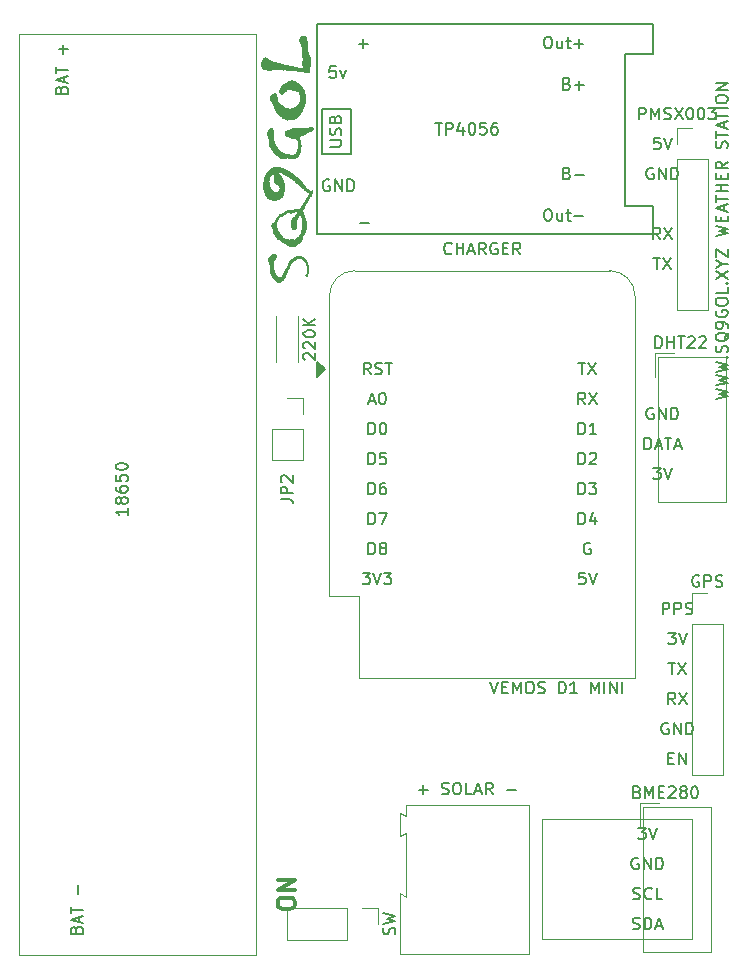
<source format=gbr>
G04 #@! TF.GenerationSoftware,KiCad,Pcbnew,(5.1.4)-1*
G04 #@! TF.CreationDate,2019-10-08T20:05:42+02:00*
G04 #@! TF.ProjectId,weather,77656174-6865-4722-9e6b-696361645f70,rev?*
G04 #@! TF.SameCoordinates,Original*
G04 #@! TF.FileFunction,Legend,Top*
G04 #@! TF.FilePolarity,Positive*
%FSLAX46Y46*%
G04 Gerber Fmt 4.6, Leading zero omitted, Abs format (unit mm)*
G04 Created by KiCad (PCBNEW (5.1.4)-1) date 2019-10-08 20:05:42*
%MOMM*%
%LPD*%
G04 APERTURE LIST*
%ADD10C,0.150000*%
%ADD11C,0.120000*%
%ADD12C,0.300000*%
%ADD13C,0.010000*%
G04 APERTURE END LIST*
D10*
X152931904Y-120578571D02*
X153265238Y-120578571D01*
X153408095Y-121102380D02*
X152931904Y-121102380D01*
X152931904Y-120102380D01*
X153408095Y-120102380D01*
X153836666Y-121102380D02*
X153836666Y-120102380D01*
X154408095Y-121102380D01*
X154408095Y-120102380D01*
X152908095Y-117610000D02*
X152812857Y-117562380D01*
X152670000Y-117562380D01*
X152527142Y-117610000D01*
X152431904Y-117705238D01*
X152384285Y-117800476D01*
X152336666Y-117990952D01*
X152336666Y-118133809D01*
X152384285Y-118324285D01*
X152431904Y-118419523D01*
X152527142Y-118514761D01*
X152670000Y-118562380D01*
X152765238Y-118562380D01*
X152908095Y-118514761D01*
X152955714Y-118467142D01*
X152955714Y-118133809D01*
X152765238Y-118133809D01*
X153384285Y-118562380D02*
X153384285Y-117562380D01*
X153955714Y-118562380D01*
X153955714Y-117562380D01*
X154431904Y-118562380D02*
X154431904Y-117562380D01*
X154670000Y-117562380D01*
X154812857Y-117610000D01*
X154908095Y-117705238D01*
X154955714Y-117800476D01*
X155003333Y-117990952D01*
X155003333Y-118133809D01*
X154955714Y-118324285D01*
X154908095Y-118419523D01*
X154812857Y-118514761D01*
X154670000Y-118562380D01*
X154431904Y-118562380D01*
X153503333Y-116022380D02*
X153170000Y-115546190D01*
X152931904Y-116022380D02*
X152931904Y-115022380D01*
X153312857Y-115022380D01*
X153408095Y-115070000D01*
X153455714Y-115117619D01*
X153503333Y-115212857D01*
X153503333Y-115355714D01*
X153455714Y-115450952D01*
X153408095Y-115498571D01*
X153312857Y-115546190D01*
X152931904Y-115546190D01*
X153836666Y-115022380D02*
X154503333Y-116022380D01*
X154503333Y-115022380D02*
X153836666Y-116022380D01*
X152908095Y-112482380D02*
X153479523Y-112482380D01*
X153193809Y-113482380D02*
X153193809Y-112482380D01*
X153717619Y-112482380D02*
X154384285Y-113482380D01*
X154384285Y-112482380D02*
X153717619Y-113482380D01*
X152908095Y-109942380D02*
X153527142Y-109942380D01*
X153193809Y-110323333D01*
X153336666Y-110323333D01*
X153431904Y-110370952D01*
X153479523Y-110418571D01*
X153527142Y-110513809D01*
X153527142Y-110751904D01*
X153479523Y-110847142D01*
X153431904Y-110894761D01*
X153336666Y-110942380D01*
X153050952Y-110942380D01*
X152955714Y-110894761D01*
X152908095Y-110847142D01*
X153812857Y-109942380D02*
X154146190Y-110942380D01*
X154479523Y-109942380D01*
X152431904Y-108402380D02*
X152431904Y-107402380D01*
X152812857Y-107402380D01*
X152908095Y-107450000D01*
X152955714Y-107497619D01*
X153003333Y-107592857D01*
X153003333Y-107735714D01*
X152955714Y-107830952D01*
X152908095Y-107878571D01*
X152812857Y-107926190D01*
X152431904Y-107926190D01*
X153431904Y-108402380D02*
X153431904Y-107402380D01*
X153812857Y-107402380D01*
X153908095Y-107450000D01*
X153955714Y-107497619D01*
X154003333Y-107592857D01*
X154003333Y-107735714D01*
X153955714Y-107830952D01*
X153908095Y-107878571D01*
X153812857Y-107926190D01*
X153431904Y-107926190D01*
X154384285Y-108354761D02*
X154527142Y-108402380D01*
X154765238Y-108402380D01*
X154860476Y-108354761D01*
X154908095Y-108307142D01*
X154955714Y-108211904D01*
X154955714Y-108116666D01*
X154908095Y-108021428D01*
X154860476Y-107973809D01*
X154765238Y-107926190D01*
X154574761Y-107878571D01*
X154479523Y-107830952D01*
X154431904Y-107783333D01*
X154384285Y-107688095D01*
X154384285Y-107592857D01*
X154431904Y-107497619D01*
X154479523Y-107450000D01*
X154574761Y-107402380D01*
X154812857Y-107402380D01*
X154955714Y-107450000D01*
X151638095Y-78192380D02*
X152209523Y-78192380D01*
X151923809Y-79192380D02*
X151923809Y-78192380D01*
X152447619Y-78192380D02*
X153114285Y-79192380D01*
X153114285Y-78192380D02*
X152447619Y-79192380D01*
X152233333Y-76652380D02*
X151900000Y-76176190D01*
X151661904Y-76652380D02*
X151661904Y-75652380D01*
X152042857Y-75652380D01*
X152138095Y-75700000D01*
X152185714Y-75747619D01*
X152233333Y-75842857D01*
X152233333Y-75985714D01*
X152185714Y-76080952D01*
X152138095Y-76128571D01*
X152042857Y-76176190D01*
X151661904Y-76176190D01*
X152566666Y-75652380D02*
X153233333Y-76652380D01*
X153233333Y-75652380D02*
X152566666Y-76652380D01*
X151638095Y-70620000D02*
X151542857Y-70572380D01*
X151400000Y-70572380D01*
X151257142Y-70620000D01*
X151161904Y-70715238D01*
X151114285Y-70810476D01*
X151066666Y-71000952D01*
X151066666Y-71143809D01*
X151114285Y-71334285D01*
X151161904Y-71429523D01*
X151257142Y-71524761D01*
X151400000Y-71572380D01*
X151495238Y-71572380D01*
X151638095Y-71524761D01*
X151685714Y-71477142D01*
X151685714Y-71143809D01*
X151495238Y-71143809D01*
X152114285Y-71572380D02*
X152114285Y-70572380D01*
X152685714Y-71572380D01*
X152685714Y-70572380D01*
X153161904Y-71572380D02*
X153161904Y-70572380D01*
X153400000Y-70572380D01*
X153542857Y-70620000D01*
X153638095Y-70715238D01*
X153685714Y-70810476D01*
X153733333Y-71000952D01*
X153733333Y-71143809D01*
X153685714Y-71334285D01*
X153638095Y-71429523D01*
X153542857Y-71524761D01*
X153400000Y-71572380D01*
X153161904Y-71572380D01*
X152209523Y-68032380D02*
X151733333Y-68032380D01*
X151685714Y-68508571D01*
X151733333Y-68460952D01*
X151828571Y-68413333D01*
X152066666Y-68413333D01*
X152161904Y-68460952D01*
X152209523Y-68508571D01*
X152257142Y-68603809D01*
X152257142Y-68841904D01*
X152209523Y-68937142D01*
X152161904Y-68984761D01*
X152066666Y-69032380D01*
X151828571Y-69032380D01*
X151733333Y-68984761D01*
X151685714Y-68937142D01*
X152542857Y-68032380D02*
X152876190Y-69032380D01*
X153209523Y-68032380D01*
X149915714Y-135024761D02*
X150058571Y-135072380D01*
X150296666Y-135072380D01*
X150391904Y-135024761D01*
X150439523Y-134977142D01*
X150487142Y-134881904D01*
X150487142Y-134786666D01*
X150439523Y-134691428D01*
X150391904Y-134643809D01*
X150296666Y-134596190D01*
X150106190Y-134548571D01*
X150010952Y-134500952D01*
X149963333Y-134453333D01*
X149915714Y-134358095D01*
X149915714Y-134262857D01*
X149963333Y-134167619D01*
X150010952Y-134120000D01*
X150106190Y-134072380D01*
X150344285Y-134072380D01*
X150487142Y-134120000D01*
X150915714Y-135072380D02*
X150915714Y-134072380D01*
X151153809Y-134072380D01*
X151296666Y-134120000D01*
X151391904Y-134215238D01*
X151439523Y-134310476D01*
X151487142Y-134500952D01*
X151487142Y-134643809D01*
X151439523Y-134834285D01*
X151391904Y-134929523D01*
X151296666Y-135024761D01*
X151153809Y-135072380D01*
X150915714Y-135072380D01*
X151868095Y-134786666D02*
X152344285Y-134786666D01*
X151772857Y-135072380D02*
X152106190Y-134072380D01*
X152439523Y-135072380D01*
X149939523Y-132484761D02*
X150082380Y-132532380D01*
X150320476Y-132532380D01*
X150415714Y-132484761D01*
X150463333Y-132437142D01*
X150510952Y-132341904D01*
X150510952Y-132246666D01*
X150463333Y-132151428D01*
X150415714Y-132103809D01*
X150320476Y-132056190D01*
X150130000Y-132008571D01*
X150034761Y-131960952D01*
X149987142Y-131913333D01*
X149939523Y-131818095D01*
X149939523Y-131722857D01*
X149987142Y-131627619D01*
X150034761Y-131580000D01*
X150130000Y-131532380D01*
X150368095Y-131532380D01*
X150510952Y-131580000D01*
X151510952Y-132437142D02*
X151463333Y-132484761D01*
X151320476Y-132532380D01*
X151225238Y-132532380D01*
X151082380Y-132484761D01*
X150987142Y-132389523D01*
X150939523Y-132294285D01*
X150891904Y-132103809D01*
X150891904Y-131960952D01*
X150939523Y-131770476D01*
X150987142Y-131675238D01*
X151082380Y-131580000D01*
X151225238Y-131532380D01*
X151320476Y-131532380D01*
X151463333Y-131580000D01*
X151510952Y-131627619D01*
X152415714Y-132532380D02*
X151939523Y-132532380D01*
X151939523Y-131532380D01*
X150368095Y-129040000D02*
X150272857Y-128992380D01*
X150130000Y-128992380D01*
X149987142Y-129040000D01*
X149891904Y-129135238D01*
X149844285Y-129230476D01*
X149796666Y-129420952D01*
X149796666Y-129563809D01*
X149844285Y-129754285D01*
X149891904Y-129849523D01*
X149987142Y-129944761D01*
X150130000Y-129992380D01*
X150225238Y-129992380D01*
X150368095Y-129944761D01*
X150415714Y-129897142D01*
X150415714Y-129563809D01*
X150225238Y-129563809D01*
X150844285Y-129992380D02*
X150844285Y-128992380D01*
X151415714Y-129992380D01*
X151415714Y-128992380D01*
X151891904Y-129992380D02*
X151891904Y-128992380D01*
X152130000Y-128992380D01*
X152272857Y-129040000D01*
X152368095Y-129135238D01*
X152415714Y-129230476D01*
X152463333Y-129420952D01*
X152463333Y-129563809D01*
X152415714Y-129754285D01*
X152368095Y-129849523D01*
X152272857Y-129944761D01*
X152130000Y-129992380D01*
X151891904Y-129992380D01*
X150368095Y-126452380D02*
X150987142Y-126452380D01*
X150653809Y-126833333D01*
X150796666Y-126833333D01*
X150891904Y-126880952D01*
X150939523Y-126928571D01*
X150987142Y-127023809D01*
X150987142Y-127261904D01*
X150939523Y-127357142D01*
X150891904Y-127404761D01*
X150796666Y-127452380D01*
X150510952Y-127452380D01*
X150415714Y-127404761D01*
X150368095Y-127357142D01*
X151272857Y-126452380D02*
X151606190Y-127452380D01*
X151939523Y-126452380D01*
X151638095Y-95972380D02*
X152257142Y-95972380D01*
X151923809Y-96353333D01*
X152066666Y-96353333D01*
X152161904Y-96400952D01*
X152209523Y-96448571D01*
X152257142Y-96543809D01*
X152257142Y-96781904D01*
X152209523Y-96877142D01*
X152161904Y-96924761D01*
X152066666Y-96972380D01*
X151780952Y-96972380D01*
X151685714Y-96924761D01*
X151638095Y-96877142D01*
X152542857Y-95972380D02*
X152876190Y-96972380D01*
X153209523Y-95972380D01*
X150900000Y-94432380D02*
X150900000Y-93432380D01*
X151138095Y-93432380D01*
X151280952Y-93480000D01*
X151376190Y-93575238D01*
X151423809Y-93670476D01*
X151471428Y-93860952D01*
X151471428Y-94003809D01*
X151423809Y-94194285D01*
X151376190Y-94289523D01*
X151280952Y-94384761D01*
X151138095Y-94432380D01*
X150900000Y-94432380D01*
X151852380Y-94146666D02*
X152328571Y-94146666D01*
X151757142Y-94432380D02*
X152090476Y-93432380D01*
X152423809Y-94432380D01*
X152614285Y-93432380D02*
X153185714Y-93432380D01*
X152900000Y-94432380D02*
X152900000Y-93432380D01*
X153471428Y-94146666D02*
X153947619Y-94146666D01*
X153376190Y-94432380D02*
X153709523Y-93432380D01*
X154042857Y-94432380D01*
X151638095Y-90940000D02*
X151542857Y-90892380D01*
X151400000Y-90892380D01*
X151257142Y-90940000D01*
X151161904Y-91035238D01*
X151114285Y-91130476D01*
X151066666Y-91320952D01*
X151066666Y-91463809D01*
X151114285Y-91654285D01*
X151161904Y-91749523D01*
X151257142Y-91844761D01*
X151400000Y-91892380D01*
X151495238Y-91892380D01*
X151638095Y-91844761D01*
X151685714Y-91797142D01*
X151685714Y-91463809D01*
X151495238Y-91463809D01*
X152114285Y-91892380D02*
X152114285Y-90892380D01*
X152685714Y-91892380D01*
X152685714Y-90892380D01*
X153161904Y-91892380D02*
X153161904Y-90892380D01*
X153400000Y-90892380D01*
X153542857Y-90940000D01*
X153638095Y-91035238D01*
X153685714Y-91130476D01*
X153733333Y-91320952D01*
X153733333Y-91463809D01*
X153685714Y-91654285D01*
X153638095Y-91749523D01*
X153542857Y-91844761D01*
X153400000Y-91892380D01*
X153161904Y-91892380D01*
X156932380Y-76350000D02*
X157932380Y-76111904D01*
X157218095Y-75921428D01*
X157932380Y-75730952D01*
X156932380Y-75492857D01*
X157408571Y-75111904D02*
X157408571Y-74778571D01*
X157932380Y-74635714D02*
X157932380Y-75111904D01*
X156932380Y-75111904D01*
X156932380Y-74635714D01*
X157646666Y-74254761D02*
X157646666Y-73778571D01*
X157932380Y-74350000D02*
X156932380Y-74016666D01*
X157932380Y-73683333D01*
X156932380Y-73492857D02*
X156932380Y-72921428D01*
X157932380Y-73207142D02*
X156932380Y-73207142D01*
X157932380Y-72588095D02*
X156932380Y-72588095D01*
X157408571Y-72588095D02*
X157408571Y-72016666D01*
X157932380Y-72016666D02*
X156932380Y-72016666D01*
X157408571Y-71540476D02*
X157408571Y-71207142D01*
X157932380Y-71064285D02*
X157932380Y-71540476D01*
X156932380Y-71540476D01*
X156932380Y-71064285D01*
X157932380Y-70064285D02*
X157456190Y-70397619D01*
X157932380Y-70635714D02*
X156932380Y-70635714D01*
X156932380Y-70254761D01*
X156980000Y-70159523D01*
X157027619Y-70111904D01*
X157122857Y-70064285D01*
X157265714Y-70064285D01*
X157360952Y-70111904D01*
X157408571Y-70159523D01*
X157456190Y-70254761D01*
X157456190Y-70635714D01*
X157884761Y-68921428D02*
X157932380Y-68778571D01*
X157932380Y-68540476D01*
X157884761Y-68445238D01*
X157837142Y-68397619D01*
X157741904Y-68350000D01*
X157646666Y-68350000D01*
X157551428Y-68397619D01*
X157503809Y-68445238D01*
X157456190Y-68540476D01*
X157408571Y-68730952D01*
X157360952Y-68826190D01*
X157313333Y-68873809D01*
X157218095Y-68921428D01*
X157122857Y-68921428D01*
X157027619Y-68873809D01*
X156980000Y-68826190D01*
X156932380Y-68730952D01*
X156932380Y-68492857D01*
X156980000Y-68350000D01*
X156932380Y-68064285D02*
X156932380Y-67492857D01*
X157932380Y-67778571D02*
X156932380Y-67778571D01*
X157646666Y-67207142D02*
X157646666Y-66730952D01*
X157932380Y-67302380D02*
X156932380Y-66969047D01*
X157932380Y-66635714D01*
X156932380Y-66445238D02*
X156932380Y-65873809D01*
X157932380Y-66159523D02*
X156932380Y-66159523D01*
X157932380Y-65540476D02*
X156932380Y-65540476D01*
X156932380Y-64873809D02*
X156932380Y-64683333D01*
X156980000Y-64588095D01*
X157075238Y-64492857D01*
X157265714Y-64445238D01*
X157599047Y-64445238D01*
X157789523Y-64492857D01*
X157884761Y-64588095D01*
X157932380Y-64683333D01*
X157932380Y-64873809D01*
X157884761Y-64969047D01*
X157789523Y-65064285D01*
X157599047Y-65111904D01*
X157265714Y-65111904D01*
X157075238Y-65064285D01*
X156980000Y-64969047D01*
X156932380Y-64873809D01*
X157932380Y-64016666D02*
X156932380Y-64016666D01*
X157932380Y-63445238D01*
X156932380Y-63445238D01*
X156932380Y-90153333D02*
X157932380Y-89915238D01*
X157218095Y-89724761D01*
X157932380Y-89534285D01*
X156932380Y-89296190D01*
X156932380Y-89010476D02*
X157932380Y-88772380D01*
X157218095Y-88581904D01*
X157932380Y-88391428D01*
X156932380Y-88153333D01*
X156932380Y-87867619D02*
X157932380Y-87629523D01*
X157218095Y-87439047D01*
X157932380Y-87248571D01*
X156932380Y-87010476D01*
X157837142Y-86629523D02*
X157884761Y-86581904D01*
X157932380Y-86629523D01*
X157884761Y-86677142D01*
X157837142Y-86629523D01*
X157932380Y-86629523D01*
X157884761Y-86200952D02*
X157932380Y-86058095D01*
X157932380Y-85820000D01*
X157884761Y-85724761D01*
X157837142Y-85677142D01*
X157741904Y-85629523D01*
X157646666Y-85629523D01*
X157551428Y-85677142D01*
X157503809Y-85724761D01*
X157456190Y-85820000D01*
X157408571Y-86010476D01*
X157360952Y-86105714D01*
X157313333Y-86153333D01*
X157218095Y-86200952D01*
X157122857Y-86200952D01*
X157027619Y-86153333D01*
X156980000Y-86105714D01*
X156932380Y-86010476D01*
X156932380Y-85772380D01*
X156980000Y-85629523D01*
X158027619Y-84534285D02*
X157980000Y-84629523D01*
X157884761Y-84724761D01*
X157741904Y-84867619D01*
X157694285Y-84962857D01*
X157694285Y-85058095D01*
X157932380Y-85010476D02*
X157884761Y-85105714D01*
X157789523Y-85200952D01*
X157599047Y-85248571D01*
X157265714Y-85248571D01*
X157075238Y-85200952D01*
X156980000Y-85105714D01*
X156932380Y-85010476D01*
X156932380Y-84820000D01*
X156980000Y-84724761D01*
X157075238Y-84629523D01*
X157265714Y-84581904D01*
X157599047Y-84581904D01*
X157789523Y-84629523D01*
X157884761Y-84724761D01*
X157932380Y-84820000D01*
X157932380Y-85010476D01*
X157932380Y-84105714D02*
X157932380Y-83915238D01*
X157884761Y-83820000D01*
X157837142Y-83772380D01*
X157694285Y-83677142D01*
X157503809Y-83629523D01*
X157122857Y-83629523D01*
X157027619Y-83677142D01*
X156980000Y-83724761D01*
X156932380Y-83820000D01*
X156932380Y-84010476D01*
X156980000Y-84105714D01*
X157027619Y-84153333D01*
X157122857Y-84200952D01*
X157360952Y-84200952D01*
X157456190Y-84153333D01*
X157503809Y-84105714D01*
X157551428Y-84010476D01*
X157551428Y-83820000D01*
X157503809Y-83724761D01*
X157456190Y-83677142D01*
X157360952Y-83629523D01*
X156980000Y-82677142D02*
X156932380Y-82772380D01*
X156932380Y-82915238D01*
X156980000Y-83058095D01*
X157075238Y-83153333D01*
X157170476Y-83200952D01*
X157360952Y-83248571D01*
X157503809Y-83248571D01*
X157694285Y-83200952D01*
X157789523Y-83153333D01*
X157884761Y-83058095D01*
X157932380Y-82915238D01*
X157932380Y-82820000D01*
X157884761Y-82677142D01*
X157837142Y-82629523D01*
X157503809Y-82629523D01*
X157503809Y-82820000D01*
X156932380Y-82010476D02*
X156932380Y-81820000D01*
X156980000Y-81724761D01*
X157075238Y-81629523D01*
X157265714Y-81581904D01*
X157599047Y-81581904D01*
X157789523Y-81629523D01*
X157884761Y-81724761D01*
X157932380Y-81820000D01*
X157932380Y-82010476D01*
X157884761Y-82105714D01*
X157789523Y-82200952D01*
X157599047Y-82248571D01*
X157265714Y-82248571D01*
X157075238Y-82200952D01*
X156980000Y-82105714D01*
X156932380Y-82010476D01*
X157932380Y-80677142D02*
X157932380Y-81153333D01*
X156932380Y-81153333D01*
X157837142Y-80343809D02*
X157884761Y-80296190D01*
X157932380Y-80343809D01*
X157884761Y-80391428D01*
X157837142Y-80343809D01*
X157932380Y-80343809D01*
X156932380Y-79962857D02*
X157932380Y-79296190D01*
X156932380Y-79296190D02*
X157932380Y-79962857D01*
X157456190Y-78724761D02*
X157932380Y-78724761D01*
X156932380Y-79058095D02*
X157456190Y-78724761D01*
X156932380Y-78391428D01*
X156932380Y-78153333D02*
X156932380Y-77486666D01*
X157932380Y-78153333D01*
X157932380Y-77486666D01*
X127531904Y-103322380D02*
X127531904Y-102322380D01*
X127770000Y-102322380D01*
X127912857Y-102370000D01*
X128008095Y-102465238D01*
X128055714Y-102560476D01*
X128103333Y-102750952D01*
X128103333Y-102893809D01*
X128055714Y-103084285D01*
X128008095Y-103179523D01*
X127912857Y-103274761D01*
X127770000Y-103322380D01*
X127531904Y-103322380D01*
X128674761Y-102750952D02*
X128579523Y-102703333D01*
X128531904Y-102655714D01*
X128484285Y-102560476D01*
X128484285Y-102512857D01*
X128531904Y-102417619D01*
X128579523Y-102370000D01*
X128674761Y-102322380D01*
X128865238Y-102322380D01*
X128960476Y-102370000D01*
X129008095Y-102417619D01*
X129055714Y-102512857D01*
X129055714Y-102560476D01*
X129008095Y-102655714D01*
X128960476Y-102703333D01*
X128865238Y-102750952D01*
X128674761Y-102750952D01*
X128579523Y-102798571D01*
X128531904Y-102846190D01*
X128484285Y-102941428D01*
X128484285Y-103131904D01*
X128531904Y-103227142D01*
X128579523Y-103274761D01*
X128674761Y-103322380D01*
X128865238Y-103322380D01*
X128960476Y-103274761D01*
X129008095Y-103227142D01*
X129055714Y-103131904D01*
X129055714Y-102941428D01*
X129008095Y-102846190D01*
X128960476Y-102798571D01*
X128865238Y-102750952D01*
X107132380Y-99409047D02*
X107132380Y-99980476D01*
X107132380Y-99694761D02*
X106132380Y-99694761D01*
X106275238Y-99790000D01*
X106370476Y-99885238D01*
X106418095Y-99980476D01*
X106560952Y-98837619D02*
X106513333Y-98932857D01*
X106465714Y-98980476D01*
X106370476Y-99028095D01*
X106322857Y-99028095D01*
X106227619Y-98980476D01*
X106180000Y-98932857D01*
X106132380Y-98837619D01*
X106132380Y-98647142D01*
X106180000Y-98551904D01*
X106227619Y-98504285D01*
X106322857Y-98456666D01*
X106370476Y-98456666D01*
X106465714Y-98504285D01*
X106513333Y-98551904D01*
X106560952Y-98647142D01*
X106560952Y-98837619D01*
X106608571Y-98932857D01*
X106656190Y-98980476D01*
X106751428Y-99028095D01*
X106941904Y-99028095D01*
X107037142Y-98980476D01*
X107084761Y-98932857D01*
X107132380Y-98837619D01*
X107132380Y-98647142D01*
X107084761Y-98551904D01*
X107037142Y-98504285D01*
X106941904Y-98456666D01*
X106751428Y-98456666D01*
X106656190Y-98504285D01*
X106608571Y-98551904D01*
X106560952Y-98647142D01*
X106132380Y-97599523D02*
X106132380Y-97790000D01*
X106180000Y-97885238D01*
X106227619Y-97932857D01*
X106370476Y-98028095D01*
X106560952Y-98075714D01*
X106941904Y-98075714D01*
X107037142Y-98028095D01*
X107084761Y-97980476D01*
X107132380Y-97885238D01*
X107132380Y-97694761D01*
X107084761Y-97599523D01*
X107037142Y-97551904D01*
X106941904Y-97504285D01*
X106703809Y-97504285D01*
X106608571Y-97551904D01*
X106560952Y-97599523D01*
X106513333Y-97694761D01*
X106513333Y-97885238D01*
X106560952Y-97980476D01*
X106608571Y-98028095D01*
X106703809Y-98075714D01*
X106132380Y-96599523D02*
X106132380Y-97075714D01*
X106608571Y-97123333D01*
X106560952Y-97075714D01*
X106513333Y-96980476D01*
X106513333Y-96742380D01*
X106560952Y-96647142D01*
X106608571Y-96599523D01*
X106703809Y-96551904D01*
X106941904Y-96551904D01*
X107037142Y-96599523D01*
X107084761Y-96647142D01*
X107132380Y-96742380D01*
X107132380Y-96980476D01*
X107084761Y-97075714D01*
X107037142Y-97123333D01*
X106132380Y-95932857D02*
X106132380Y-95837619D01*
X106180000Y-95742380D01*
X106227619Y-95694761D01*
X106322857Y-95647142D01*
X106513333Y-95599523D01*
X106751428Y-95599523D01*
X106941904Y-95647142D01*
X107037142Y-95694761D01*
X107084761Y-95742380D01*
X107132380Y-95837619D01*
X107132380Y-95932857D01*
X107084761Y-96028095D01*
X107037142Y-96075714D01*
X106941904Y-96123333D01*
X106751428Y-96170952D01*
X106513333Y-96170952D01*
X106322857Y-96123333D01*
X106227619Y-96075714D01*
X106180000Y-96028095D01*
X106132380Y-95932857D01*
X145859523Y-104862380D02*
X145383333Y-104862380D01*
X145335714Y-105338571D01*
X145383333Y-105290952D01*
X145478571Y-105243333D01*
X145716666Y-105243333D01*
X145811904Y-105290952D01*
X145859523Y-105338571D01*
X145907142Y-105433809D01*
X145907142Y-105671904D01*
X145859523Y-105767142D01*
X145811904Y-105814761D01*
X145716666Y-105862380D01*
X145478571Y-105862380D01*
X145383333Y-105814761D01*
X145335714Y-105767142D01*
X146192857Y-104862380D02*
X146526190Y-105862380D01*
X146859523Y-104862380D01*
X146311904Y-102370000D02*
X146216666Y-102322380D01*
X146073809Y-102322380D01*
X145930952Y-102370000D01*
X145835714Y-102465238D01*
X145788095Y-102560476D01*
X145740476Y-102750952D01*
X145740476Y-102893809D01*
X145788095Y-103084285D01*
X145835714Y-103179523D01*
X145930952Y-103274761D01*
X146073809Y-103322380D01*
X146169047Y-103322380D01*
X146311904Y-103274761D01*
X146359523Y-103227142D01*
X146359523Y-102893809D01*
X146169047Y-102893809D01*
X145311904Y-100782380D02*
X145311904Y-99782380D01*
X145550000Y-99782380D01*
X145692857Y-99830000D01*
X145788095Y-99925238D01*
X145835714Y-100020476D01*
X145883333Y-100210952D01*
X145883333Y-100353809D01*
X145835714Y-100544285D01*
X145788095Y-100639523D01*
X145692857Y-100734761D01*
X145550000Y-100782380D01*
X145311904Y-100782380D01*
X146740476Y-100115714D02*
X146740476Y-100782380D01*
X146502380Y-99734761D02*
X146264285Y-100449047D01*
X146883333Y-100449047D01*
X145311904Y-98242380D02*
X145311904Y-97242380D01*
X145550000Y-97242380D01*
X145692857Y-97290000D01*
X145788095Y-97385238D01*
X145835714Y-97480476D01*
X145883333Y-97670952D01*
X145883333Y-97813809D01*
X145835714Y-98004285D01*
X145788095Y-98099523D01*
X145692857Y-98194761D01*
X145550000Y-98242380D01*
X145311904Y-98242380D01*
X146216666Y-97242380D02*
X146835714Y-97242380D01*
X146502380Y-97623333D01*
X146645238Y-97623333D01*
X146740476Y-97670952D01*
X146788095Y-97718571D01*
X146835714Y-97813809D01*
X146835714Y-98051904D01*
X146788095Y-98147142D01*
X146740476Y-98194761D01*
X146645238Y-98242380D01*
X146359523Y-98242380D01*
X146264285Y-98194761D01*
X146216666Y-98147142D01*
X145311904Y-95702380D02*
X145311904Y-94702380D01*
X145550000Y-94702380D01*
X145692857Y-94750000D01*
X145788095Y-94845238D01*
X145835714Y-94940476D01*
X145883333Y-95130952D01*
X145883333Y-95273809D01*
X145835714Y-95464285D01*
X145788095Y-95559523D01*
X145692857Y-95654761D01*
X145550000Y-95702380D01*
X145311904Y-95702380D01*
X146264285Y-94797619D02*
X146311904Y-94750000D01*
X146407142Y-94702380D01*
X146645238Y-94702380D01*
X146740476Y-94750000D01*
X146788095Y-94797619D01*
X146835714Y-94892857D01*
X146835714Y-94988095D01*
X146788095Y-95130952D01*
X146216666Y-95702380D01*
X146835714Y-95702380D01*
X145311904Y-93162380D02*
X145311904Y-92162380D01*
X145550000Y-92162380D01*
X145692857Y-92210000D01*
X145788095Y-92305238D01*
X145835714Y-92400476D01*
X145883333Y-92590952D01*
X145883333Y-92733809D01*
X145835714Y-92924285D01*
X145788095Y-93019523D01*
X145692857Y-93114761D01*
X145550000Y-93162380D01*
X145311904Y-93162380D01*
X146835714Y-93162380D02*
X146264285Y-93162380D01*
X146550000Y-93162380D02*
X146550000Y-92162380D01*
X146454761Y-92305238D01*
X146359523Y-92400476D01*
X146264285Y-92448095D01*
X145883333Y-90622380D02*
X145550000Y-90146190D01*
X145311904Y-90622380D02*
X145311904Y-89622380D01*
X145692857Y-89622380D01*
X145788095Y-89670000D01*
X145835714Y-89717619D01*
X145883333Y-89812857D01*
X145883333Y-89955714D01*
X145835714Y-90050952D01*
X145788095Y-90098571D01*
X145692857Y-90146190D01*
X145311904Y-90146190D01*
X146216666Y-89622380D02*
X146883333Y-90622380D01*
X146883333Y-89622380D02*
X146216666Y-90622380D01*
X145288095Y-87082380D02*
X145859523Y-87082380D01*
X145573809Y-88082380D02*
X145573809Y-87082380D01*
X146097619Y-87082380D02*
X146764285Y-88082380D01*
X146764285Y-87082380D02*
X146097619Y-88082380D01*
X127031904Y-104862380D02*
X127650952Y-104862380D01*
X127317619Y-105243333D01*
X127460476Y-105243333D01*
X127555714Y-105290952D01*
X127603333Y-105338571D01*
X127650952Y-105433809D01*
X127650952Y-105671904D01*
X127603333Y-105767142D01*
X127555714Y-105814761D01*
X127460476Y-105862380D01*
X127174761Y-105862380D01*
X127079523Y-105814761D01*
X127031904Y-105767142D01*
X127936666Y-104862380D02*
X128270000Y-105862380D01*
X128603333Y-104862380D01*
X128841428Y-104862380D02*
X129460476Y-104862380D01*
X129127142Y-105243333D01*
X129270000Y-105243333D01*
X129365238Y-105290952D01*
X129412857Y-105338571D01*
X129460476Y-105433809D01*
X129460476Y-105671904D01*
X129412857Y-105767142D01*
X129365238Y-105814761D01*
X129270000Y-105862380D01*
X128984285Y-105862380D01*
X128889047Y-105814761D01*
X128841428Y-105767142D01*
X127531904Y-100782380D02*
X127531904Y-99782380D01*
X127770000Y-99782380D01*
X127912857Y-99830000D01*
X128008095Y-99925238D01*
X128055714Y-100020476D01*
X128103333Y-100210952D01*
X128103333Y-100353809D01*
X128055714Y-100544285D01*
X128008095Y-100639523D01*
X127912857Y-100734761D01*
X127770000Y-100782380D01*
X127531904Y-100782380D01*
X128436666Y-99782380D02*
X129103333Y-99782380D01*
X128674761Y-100782380D01*
X127531904Y-98242380D02*
X127531904Y-97242380D01*
X127770000Y-97242380D01*
X127912857Y-97290000D01*
X128008095Y-97385238D01*
X128055714Y-97480476D01*
X128103333Y-97670952D01*
X128103333Y-97813809D01*
X128055714Y-98004285D01*
X128008095Y-98099523D01*
X127912857Y-98194761D01*
X127770000Y-98242380D01*
X127531904Y-98242380D01*
X128960476Y-97242380D02*
X128770000Y-97242380D01*
X128674761Y-97290000D01*
X128627142Y-97337619D01*
X128531904Y-97480476D01*
X128484285Y-97670952D01*
X128484285Y-98051904D01*
X128531904Y-98147142D01*
X128579523Y-98194761D01*
X128674761Y-98242380D01*
X128865238Y-98242380D01*
X128960476Y-98194761D01*
X129008095Y-98147142D01*
X129055714Y-98051904D01*
X129055714Y-97813809D01*
X129008095Y-97718571D01*
X128960476Y-97670952D01*
X128865238Y-97623333D01*
X128674761Y-97623333D01*
X128579523Y-97670952D01*
X128531904Y-97718571D01*
X128484285Y-97813809D01*
X127531904Y-95702380D02*
X127531904Y-94702380D01*
X127770000Y-94702380D01*
X127912857Y-94750000D01*
X128008095Y-94845238D01*
X128055714Y-94940476D01*
X128103333Y-95130952D01*
X128103333Y-95273809D01*
X128055714Y-95464285D01*
X128008095Y-95559523D01*
X127912857Y-95654761D01*
X127770000Y-95702380D01*
X127531904Y-95702380D01*
X129008095Y-94702380D02*
X128531904Y-94702380D01*
X128484285Y-95178571D01*
X128531904Y-95130952D01*
X128627142Y-95083333D01*
X128865238Y-95083333D01*
X128960476Y-95130952D01*
X129008095Y-95178571D01*
X129055714Y-95273809D01*
X129055714Y-95511904D01*
X129008095Y-95607142D01*
X128960476Y-95654761D01*
X128865238Y-95702380D01*
X128627142Y-95702380D01*
X128531904Y-95654761D01*
X128484285Y-95607142D01*
X127531904Y-93162380D02*
X127531904Y-92162380D01*
X127770000Y-92162380D01*
X127912857Y-92210000D01*
X128008095Y-92305238D01*
X128055714Y-92400476D01*
X128103333Y-92590952D01*
X128103333Y-92733809D01*
X128055714Y-92924285D01*
X128008095Y-93019523D01*
X127912857Y-93114761D01*
X127770000Y-93162380D01*
X127531904Y-93162380D01*
X128722380Y-92162380D02*
X128817619Y-92162380D01*
X128912857Y-92210000D01*
X128960476Y-92257619D01*
X129008095Y-92352857D01*
X129055714Y-92543333D01*
X129055714Y-92781428D01*
X129008095Y-92971904D01*
X128960476Y-93067142D01*
X128912857Y-93114761D01*
X128817619Y-93162380D01*
X128722380Y-93162380D01*
X128627142Y-93114761D01*
X128579523Y-93067142D01*
X128531904Y-92971904D01*
X128484285Y-92781428D01*
X128484285Y-92543333D01*
X128531904Y-92352857D01*
X128579523Y-92257619D01*
X128627142Y-92210000D01*
X128722380Y-92162380D01*
X127555714Y-90336666D02*
X128031904Y-90336666D01*
X127460476Y-90622380D02*
X127793809Y-89622380D01*
X128127142Y-90622380D01*
X128650952Y-89622380D02*
X128746190Y-89622380D01*
X128841428Y-89670000D01*
X128889047Y-89717619D01*
X128936666Y-89812857D01*
X128984285Y-90003333D01*
X128984285Y-90241428D01*
X128936666Y-90431904D01*
X128889047Y-90527142D01*
X128841428Y-90574761D01*
X128746190Y-90622380D01*
X128650952Y-90622380D01*
X128555714Y-90574761D01*
X128508095Y-90527142D01*
X128460476Y-90431904D01*
X128412857Y-90241428D01*
X128412857Y-90003333D01*
X128460476Y-89812857D01*
X128508095Y-89717619D01*
X128555714Y-89670000D01*
X128650952Y-89622380D01*
X127722380Y-88082380D02*
X127389047Y-87606190D01*
X127150952Y-88082380D02*
X127150952Y-87082380D01*
X127531904Y-87082380D01*
X127627142Y-87130000D01*
X127674761Y-87177619D01*
X127722380Y-87272857D01*
X127722380Y-87415714D01*
X127674761Y-87510952D01*
X127627142Y-87558571D01*
X127531904Y-87606190D01*
X127150952Y-87606190D01*
X128103333Y-88034761D02*
X128246190Y-88082380D01*
X128484285Y-88082380D01*
X128579523Y-88034761D01*
X128627142Y-87987142D01*
X128674761Y-87891904D01*
X128674761Y-87796666D01*
X128627142Y-87701428D01*
X128579523Y-87653809D01*
X128484285Y-87606190D01*
X128293809Y-87558571D01*
X128198571Y-87510952D01*
X128150952Y-87463333D01*
X128103333Y-87368095D01*
X128103333Y-87272857D01*
X128150952Y-87177619D01*
X128198571Y-87130000D01*
X128293809Y-87082380D01*
X128531904Y-87082380D01*
X128674761Y-87130000D01*
X128960476Y-87082380D02*
X129531904Y-87082380D01*
X129246190Y-88082380D02*
X129246190Y-87082380D01*
D11*
X142240000Y-135890000D02*
X142240000Y-125730000D01*
X154940000Y-135890000D02*
X142240000Y-135890000D01*
X154940000Y-125730000D02*
X154940000Y-135890000D01*
X142240000Y-125730000D02*
X154940000Y-125730000D01*
D12*
X119828571Y-133008571D02*
X119828571Y-132722857D01*
X119900000Y-132580000D01*
X120042857Y-132437142D01*
X120328571Y-132365714D01*
X120828571Y-132365714D01*
X121114285Y-132437142D01*
X121257142Y-132580000D01*
X121328571Y-132722857D01*
X121328571Y-133008571D01*
X121257142Y-133151428D01*
X121114285Y-133294285D01*
X120828571Y-133365714D01*
X120328571Y-133365714D01*
X120042857Y-133294285D01*
X119900000Y-133151428D01*
X119828571Y-133008571D01*
X121328571Y-131722857D02*
X119828571Y-131722857D01*
X121328571Y-130865714D01*
X119828571Y-130865714D01*
D11*
X153610000Y-67250000D02*
X154940000Y-67250000D01*
X153610000Y-68580000D02*
X153610000Y-67250000D01*
X153610000Y-69850000D02*
X156270000Y-69850000D01*
X156270000Y-69850000D02*
X156270000Y-82610000D01*
X153610000Y-69850000D02*
X153610000Y-82610000D01*
X153610000Y-82610000D02*
X156270000Y-82610000D01*
X154880000Y-106620000D02*
X156210000Y-106620000D01*
X154880000Y-107950000D02*
X154880000Y-106620000D01*
X154880000Y-109220000D02*
X157540000Y-109220000D01*
X157540000Y-109220000D02*
X157540000Y-121980000D01*
X154880000Y-109220000D02*
X154880000Y-121980000D01*
X154880000Y-121980000D02*
X157540000Y-121980000D01*
X151780000Y-86300000D02*
X153390000Y-86300000D01*
X151780000Y-86300000D02*
X151780000Y-88300000D01*
X152060000Y-98840000D02*
X152060000Y-86590000D01*
X157820000Y-98840000D02*
X152060000Y-98840000D01*
X157820000Y-86580000D02*
X157820000Y-98840000D01*
X152070000Y-86580000D02*
X157810000Y-86580000D01*
X120650000Y-90110000D02*
X121980000Y-90110000D01*
X121980000Y-90110000D02*
X121980000Y-91440000D01*
X121980000Y-92710000D02*
X121980000Y-95310000D01*
X119320000Y-95310000D02*
X121980000Y-95310000D01*
X119320000Y-92710000D02*
X119320000Y-95310000D01*
X119320000Y-92710000D02*
X121980000Y-92710000D01*
X128330000Y-133290000D02*
X128330000Y-134620000D01*
X127000000Y-133290000D02*
X128330000Y-133290000D01*
X125730000Y-133290000D02*
X125730000Y-135950000D01*
X125730000Y-135950000D02*
X120590000Y-135950000D01*
X125730000Y-133290000D02*
X120590000Y-133290000D01*
X120590000Y-133290000D02*
X120590000Y-135950000D01*
D13*
G36*
X119204684Y-64671692D02*
G01*
X119232916Y-64560196D01*
X119282751Y-64455016D01*
X119330201Y-64385267D01*
X119360588Y-64348345D01*
X119387286Y-64324585D01*
X119418780Y-64307800D01*
X119454156Y-64294894D01*
X119500324Y-64281393D01*
X119537064Y-64277023D01*
X119575497Y-64281488D01*
X119612841Y-64290651D01*
X119628134Y-64302250D01*
X119651317Y-64328386D01*
X119678215Y-64364180D01*
X119687795Y-64378180D01*
X119736845Y-64465178D01*
X119772888Y-64561084D01*
X119797011Y-64669697D01*
X119810299Y-64794820D01*
X119811160Y-64810033D01*
X119818679Y-64954089D01*
X119904564Y-65048047D01*
X119949996Y-65094336D01*
X120000965Y-65140935D01*
X120049549Y-65180796D01*
X120072033Y-65197057D01*
X120121268Y-65233762D01*
X120173058Y-65277855D01*
X120216480Y-65320016D01*
X120217803Y-65321438D01*
X120291684Y-65388125D01*
X120379493Y-65446111D01*
X120474418Y-65491758D01*
X120569647Y-65521432D01*
X120604275Y-65527732D01*
X120662551Y-65538321D01*
X120729648Y-65553973D01*
X120792991Y-65571691D01*
X120805571Y-65575700D01*
X120909702Y-65609861D01*
X121008302Y-65552918D01*
X121072894Y-65518588D01*
X121130965Y-65495298D01*
X121193101Y-65478920D01*
X121203704Y-65476750D01*
X121300505Y-65457525D01*
X121361053Y-65380107D01*
X121407265Y-65327357D01*
X121459164Y-65282268D01*
X121518595Y-65241534D01*
X121573630Y-65206102D01*
X121611825Y-65179091D01*
X121636159Y-65157523D01*
X121649612Y-65138420D01*
X121655161Y-65118804D01*
X121655940Y-65104222D01*
X121661787Y-65071824D01*
X121676445Y-65033904D01*
X121683101Y-65021347D01*
X121694300Y-64999009D01*
X121703808Y-64971904D01*
X121712305Y-64936565D01*
X121720471Y-64889525D01*
X121728986Y-64827315D01*
X121738528Y-64746467D01*
X121740588Y-64728037D01*
X121740993Y-64683645D01*
X121735287Y-64622611D01*
X121724543Y-64549996D01*
X121709835Y-64470861D01*
X121692238Y-64390268D01*
X121672825Y-64313279D01*
X121652669Y-64244954D01*
X121632844Y-64190355D01*
X121621326Y-64165864D01*
X121585636Y-64100135D01*
X121392727Y-64100135D01*
X121345215Y-64002341D01*
X121266747Y-64006775D01*
X121220410Y-64007979D01*
X121187169Y-64004077D01*
X121157501Y-63993302D01*
X121137383Y-63982762D01*
X121094355Y-63962776D01*
X121044950Y-63945417D01*
X121025421Y-63940211D01*
X120979394Y-63926344D01*
X120933549Y-63907575D01*
X120916827Y-63898945D01*
X120886422Y-63882928D01*
X120864392Y-63877839D01*
X120839711Y-63882512D01*
X120821030Y-63888813D01*
X120782983Y-63899923D01*
X120734444Y-63911060D01*
X120697530Y-63917862D01*
X120621511Y-63940539D01*
X120558506Y-63981978D01*
X120509110Y-64041741D01*
X120496161Y-64064892D01*
X120460103Y-64116587D01*
X120407727Y-64165074D01*
X120406394Y-64166085D01*
X120365923Y-64199967D01*
X120321419Y-64242255D01*
X120285211Y-64280806D01*
X120226367Y-64348461D01*
X120163776Y-64333911D01*
X120089386Y-64309375D01*
X120034682Y-64274174D01*
X119998442Y-64226897D01*
X119979443Y-64166133D01*
X119975750Y-64116596D01*
X119977310Y-64081781D01*
X119983190Y-64046762D01*
X119994894Y-64005941D01*
X120013924Y-63953719D01*
X120031006Y-63910835D01*
X120053417Y-63855042D01*
X120073813Y-63803140D01*
X120089986Y-63760814D01*
X120099730Y-63733752D01*
X120099917Y-63733186D01*
X120125705Y-63689904D01*
X120165603Y-63654524D01*
X120202058Y-63622597D01*
X120238381Y-63581805D01*
X120255998Y-63557343D01*
X120280751Y-63522076D01*
X120303331Y-63501064D01*
X120331601Y-63488020D01*
X120349202Y-63482823D01*
X120394814Y-63465947D01*
X120451462Y-63438361D01*
X120512589Y-63403956D01*
X120571636Y-63366620D01*
X120622045Y-63330244D01*
X120654327Y-63301833D01*
X120687045Y-63272208D01*
X120718530Y-63256053D01*
X120757043Y-63247943D01*
X120797152Y-63240642D01*
X120848646Y-63228855D01*
X120901106Y-63214987D01*
X120906616Y-63213401D01*
X120997810Y-63186888D01*
X121123972Y-63216095D01*
X121180646Y-63230218D01*
X121228270Y-63245072D01*
X121273745Y-63263485D01*
X121323972Y-63288287D01*
X121385853Y-63322304D01*
X121393024Y-63326365D01*
X121482770Y-63378271D01*
X121555983Y-63423390D01*
X121616695Y-63464924D01*
X121668937Y-63506071D01*
X121716743Y-63550032D01*
X121764144Y-63600008D01*
X121815172Y-63659199D01*
X121820633Y-63665752D01*
X121889580Y-63751673D01*
X121943657Y-63826232D01*
X121985226Y-63893093D01*
X122016651Y-63955917D01*
X122031297Y-63992321D01*
X122054637Y-64065033D01*
X122077753Y-64153847D01*
X122099229Y-64252035D01*
X122117646Y-64352867D01*
X122131586Y-64449616D01*
X122135901Y-64488794D01*
X122141242Y-64542687D01*
X122146192Y-64591468D01*
X122150071Y-64628484D01*
X122151699Y-64643115D01*
X122152523Y-64670042D01*
X122151213Y-64712134D01*
X122148055Y-64761820D01*
X122146505Y-64780288D01*
X122136821Y-64880248D01*
X122126308Y-64974983D01*
X122115423Y-65061172D01*
X122104626Y-65135497D01*
X122094373Y-65194636D01*
X122085123Y-65235270D01*
X122082648Y-65243250D01*
X122073313Y-65268777D01*
X122056994Y-65311702D01*
X122035176Y-65368188D01*
X122009348Y-65434396D01*
X121980993Y-65506489D01*
X121967555Y-65540459D01*
X121934064Y-65624076D01*
X121906135Y-65691018D01*
X121881376Y-65746044D01*
X121857391Y-65793913D01*
X121831789Y-65839383D01*
X121802174Y-65887213D01*
X121766153Y-65942161D01*
X121763418Y-65946265D01*
X121699041Y-66040882D01*
X121643555Y-66117861D01*
X121594855Y-66179607D01*
X121550839Y-66228528D01*
X121509402Y-66267031D01*
X121468441Y-66297521D01*
X121442614Y-66313315D01*
X121351781Y-66361154D01*
X121268568Y-66396291D01*
X121184389Y-66422146D01*
X121147486Y-66430884D01*
X121099663Y-66440653D01*
X121065972Y-66444807D01*
X121038427Y-66443516D01*
X121009041Y-66436948D01*
X120998881Y-66434035D01*
X120965786Y-66425546D01*
X120938236Y-66423100D01*
X120907131Y-66426923D01*
X120863376Y-66437239D01*
X120862768Y-66437395D01*
X120812012Y-66452083D01*
X120760313Y-66469636D01*
X120726101Y-66483198D01*
X120668160Y-66508769D01*
X120607313Y-66481860D01*
X120566461Y-66466707D01*
X120527497Y-66456947D01*
X120508777Y-66454951D01*
X120467106Y-66444565D01*
X120444239Y-66426373D01*
X120421193Y-66407667D01*
X120392580Y-66399296D01*
X120361677Y-66397795D01*
X120334956Y-66396962D01*
X120314165Y-66392397D01*
X120294042Y-66380996D01*
X120269325Y-66359661D01*
X120234753Y-66325288D01*
X120229353Y-66319795D01*
X120174022Y-66268304D01*
X120124138Y-66233034D01*
X120088411Y-66215389D01*
X120022858Y-66180061D01*
X119953979Y-66128043D01*
X119887111Y-66063803D01*
X119837718Y-66005399D01*
X119802803Y-65963300D01*
X119763968Y-65921885D01*
X119731079Y-65891398D01*
X119700744Y-65864468D01*
X119684844Y-65843064D01*
X119678943Y-65819802D01*
X119678352Y-65803637D01*
X119670755Y-65759746D01*
X119649003Y-65703983D01*
X119638816Y-65683461D01*
X119616161Y-65634840D01*
X119592396Y-65575616D01*
X119572102Y-65517327D01*
X119569315Y-65508306D01*
X119551385Y-65454750D01*
X119530625Y-65401515D01*
X119510886Y-65358305D01*
X119506633Y-65350333D01*
X119485102Y-65305098D01*
X119464993Y-65252023D01*
X119455338Y-65219973D01*
X119440203Y-65174174D01*
X119417117Y-65126086D01*
X119383921Y-65072156D01*
X119338456Y-65008832D01*
X119287365Y-64943488D01*
X119242344Y-64881762D01*
X119214033Y-64826929D01*
X119200501Y-64772647D01*
X119199819Y-64712569D01*
X119204684Y-64671692D01*
X119204684Y-64671692D01*
G37*
X119204684Y-64671692D02*
X119232916Y-64560196D01*
X119282751Y-64455016D01*
X119330201Y-64385267D01*
X119360588Y-64348345D01*
X119387286Y-64324585D01*
X119418780Y-64307800D01*
X119454156Y-64294894D01*
X119500324Y-64281393D01*
X119537064Y-64277023D01*
X119575497Y-64281488D01*
X119612841Y-64290651D01*
X119628134Y-64302250D01*
X119651317Y-64328386D01*
X119678215Y-64364180D01*
X119687795Y-64378180D01*
X119736845Y-64465178D01*
X119772888Y-64561084D01*
X119797011Y-64669697D01*
X119810299Y-64794820D01*
X119811160Y-64810033D01*
X119818679Y-64954089D01*
X119904564Y-65048047D01*
X119949996Y-65094336D01*
X120000965Y-65140935D01*
X120049549Y-65180796D01*
X120072033Y-65197057D01*
X120121268Y-65233762D01*
X120173058Y-65277855D01*
X120216480Y-65320016D01*
X120217803Y-65321438D01*
X120291684Y-65388125D01*
X120379493Y-65446111D01*
X120474418Y-65491758D01*
X120569647Y-65521432D01*
X120604275Y-65527732D01*
X120662551Y-65538321D01*
X120729648Y-65553973D01*
X120792991Y-65571691D01*
X120805571Y-65575700D01*
X120909702Y-65609861D01*
X121008302Y-65552918D01*
X121072894Y-65518588D01*
X121130965Y-65495298D01*
X121193101Y-65478920D01*
X121203704Y-65476750D01*
X121300505Y-65457525D01*
X121361053Y-65380107D01*
X121407265Y-65327357D01*
X121459164Y-65282268D01*
X121518595Y-65241534D01*
X121573630Y-65206102D01*
X121611825Y-65179091D01*
X121636159Y-65157523D01*
X121649612Y-65138420D01*
X121655161Y-65118804D01*
X121655940Y-65104222D01*
X121661787Y-65071824D01*
X121676445Y-65033904D01*
X121683101Y-65021347D01*
X121694300Y-64999009D01*
X121703808Y-64971904D01*
X121712305Y-64936565D01*
X121720471Y-64889525D01*
X121728986Y-64827315D01*
X121738528Y-64746467D01*
X121740588Y-64728037D01*
X121740993Y-64683645D01*
X121735287Y-64622611D01*
X121724543Y-64549996D01*
X121709835Y-64470861D01*
X121692238Y-64390268D01*
X121672825Y-64313279D01*
X121652669Y-64244954D01*
X121632844Y-64190355D01*
X121621326Y-64165864D01*
X121585636Y-64100135D01*
X121392727Y-64100135D01*
X121345215Y-64002341D01*
X121266747Y-64006775D01*
X121220410Y-64007979D01*
X121187169Y-64004077D01*
X121157501Y-63993302D01*
X121137383Y-63982762D01*
X121094355Y-63962776D01*
X121044950Y-63945417D01*
X121025421Y-63940211D01*
X120979394Y-63926344D01*
X120933549Y-63907575D01*
X120916827Y-63898945D01*
X120886422Y-63882928D01*
X120864392Y-63877839D01*
X120839711Y-63882512D01*
X120821030Y-63888813D01*
X120782983Y-63899923D01*
X120734444Y-63911060D01*
X120697530Y-63917862D01*
X120621511Y-63940539D01*
X120558506Y-63981978D01*
X120509110Y-64041741D01*
X120496161Y-64064892D01*
X120460103Y-64116587D01*
X120407727Y-64165074D01*
X120406394Y-64166085D01*
X120365923Y-64199967D01*
X120321419Y-64242255D01*
X120285211Y-64280806D01*
X120226367Y-64348461D01*
X120163776Y-64333911D01*
X120089386Y-64309375D01*
X120034682Y-64274174D01*
X119998442Y-64226897D01*
X119979443Y-64166133D01*
X119975750Y-64116596D01*
X119977310Y-64081781D01*
X119983190Y-64046762D01*
X119994894Y-64005941D01*
X120013924Y-63953719D01*
X120031006Y-63910835D01*
X120053417Y-63855042D01*
X120073813Y-63803140D01*
X120089986Y-63760814D01*
X120099730Y-63733752D01*
X120099917Y-63733186D01*
X120125705Y-63689904D01*
X120165603Y-63654524D01*
X120202058Y-63622597D01*
X120238381Y-63581805D01*
X120255998Y-63557343D01*
X120280751Y-63522076D01*
X120303331Y-63501064D01*
X120331601Y-63488020D01*
X120349202Y-63482823D01*
X120394814Y-63465947D01*
X120451462Y-63438361D01*
X120512589Y-63403956D01*
X120571636Y-63366620D01*
X120622045Y-63330244D01*
X120654327Y-63301833D01*
X120687045Y-63272208D01*
X120718530Y-63256053D01*
X120757043Y-63247943D01*
X120797152Y-63240642D01*
X120848646Y-63228855D01*
X120901106Y-63214987D01*
X120906616Y-63213401D01*
X120997810Y-63186888D01*
X121123972Y-63216095D01*
X121180646Y-63230218D01*
X121228270Y-63245072D01*
X121273745Y-63263485D01*
X121323972Y-63288287D01*
X121385853Y-63322304D01*
X121393024Y-63326365D01*
X121482770Y-63378271D01*
X121555983Y-63423390D01*
X121616695Y-63464924D01*
X121668937Y-63506071D01*
X121716743Y-63550032D01*
X121764144Y-63600008D01*
X121815172Y-63659199D01*
X121820633Y-63665752D01*
X121889580Y-63751673D01*
X121943657Y-63826232D01*
X121985226Y-63893093D01*
X122016651Y-63955917D01*
X122031297Y-63992321D01*
X122054637Y-64065033D01*
X122077753Y-64153847D01*
X122099229Y-64252035D01*
X122117646Y-64352867D01*
X122131586Y-64449616D01*
X122135901Y-64488794D01*
X122141242Y-64542687D01*
X122146192Y-64591468D01*
X122150071Y-64628484D01*
X122151699Y-64643115D01*
X122152523Y-64670042D01*
X122151213Y-64712134D01*
X122148055Y-64761820D01*
X122146505Y-64780288D01*
X122136821Y-64880248D01*
X122126308Y-64974983D01*
X122115423Y-65061172D01*
X122104626Y-65135497D01*
X122094373Y-65194636D01*
X122085123Y-65235270D01*
X122082648Y-65243250D01*
X122073313Y-65268777D01*
X122056994Y-65311702D01*
X122035176Y-65368188D01*
X122009348Y-65434396D01*
X121980993Y-65506489D01*
X121967555Y-65540459D01*
X121934064Y-65624076D01*
X121906135Y-65691018D01*
X121881376Y-65746044D01*
X121857391Y-65793913D01*
X121831789Y-65839383D01*
X121802174Y-65887213D01*
X121766153Y-65942161D01*
X121763418Y-65946265D01*
X121699041Y-66040882D01*
X121643555Y-66117861D01*
X121594855Y-66179607D01*
X121550839Y-66228528D01*
X121509402Y-66267031D01*
X121468441Y-66297521D01*
X121442614Y-66313315D01*
X121351781Y-66361154D01*
X121268568Y-66396291D01*
X121184389Y-66422146D01*
X121147486Y-66430884D01*
X121099663Y-66440653D01*
X121065972Y-66444807D01*
X121038427Y-66443516D01*
X121009041Y-66436948D01*
X120998881Y-66434035D01*
X120965786Y-66425546D01*
X120938236Y-66423100D01*
X120907131Y-66426923D01*
X120863376Y-66437239D01*
X120862768Y-66437395D01*
X120812012Y-66452083D01*
X120760313Y-66469636D01*
X120726101Y-66483198D01*
X120668160Y-66508769D01*
X120607313Y-66481860D01*
X120566461Y-66466707D01*
X120527497Y-66456947D01*
X120508777Y-66454951D01*
X120467106Y-66444565D01*
X120444239Y-66426373D01*
X120421193Y-66407667D01*
X120392580Y-66399296D01*
X120361677Y-66397795D01*
X120334956Y-66396962D01*
X120314165Y-66392397D01*
X120294042Y-66380996D01*
X120269325Y-66359661D01*
X120234753Y-66325288D01*
X120229353Y-66319795D01*
X120174022Y-66268304D01*
X120124138Y-66233034D01*
X120088411Y-66215389D01*
X120022858Y-66180061D01*
X119953979Y-66128043D01*
X119887111Y-66063803D01*
X119837718Y-66005399D01*
X119802803Y-65963300D01*
X119763968Y-65921885D01*
X119731079Y-65891398D01*
X119700744Y-65864468D01*
X119684844Y-65843064D01*
X119678943Y-65819802D01*
X119678352Y-65803637D01*
X119670755Y-65759746D01*
X119649003Y-65703983D01*
X119638816Y-65683461D01*
X119616161Y-65634840D01*
X119592396Y-65575616D01*
X119572102Y-65517327D01*
X119569315Y-65508306D01*
X119551385Y-65454750D01*
X119530625Y-65401515D01*
X119510886Y-65358305D01*
X119506633Y-65350333D01*
X119485102Y-65305098D01*
X119464993Y-65252023D01*
X119455338Y-65219973D01*
X119440203Y-65174174D01*
X119417117Y-65126086D01*
X119383921Y-65072156D01*
X119338456Y-65008832D01*
X119287365Y-64943488D01*
X119242344Y-64881762D01*
X119214033Y-64826929D01*
X119200501Y-64772647D01*
X119199819Y-64712569D01*
X119204684Y-64671692D01*
G36*
X119030270Y-78346706D02*
G01*
X119032920Y-78316100D01*
X119048914Y-78238633D01*
X119080399Y-78177130D01*
X119128520Y-78129755D01*
X119161733Y-78109447D01*
X119216416Y-78069571D01*
X119266831Y-78011495D01*
X119314136Y-77955547D01*
X119364293Y-77915933D01*
X119423526Y-77889001D01*
X119498061Y-77871095D01*
X119509145Y-77869248D01*
X119603632Y-77854119D01*
X119640516Y-77895827D01*
X119663248Y-77927195D01*
X119675306Y-77960926D01*
X119677253Y-78002313D01*
X119669652Y-78056646D01*
X119661597Y-78094003D01*
X119638592Y-78180302D01*
X119611826Y-78259401D01*
X119582856Y-78327797D01*
X119553238Y-78381990D01*
X119524529Y-78418479D01*
X119513310Y-78427557D01*
X119489065Y-78454074D01*
X119484023Y-78475543D01*
X119481764Y-78500979D01*
X119475831Y-78540359D01*
X119467493Y-78585304D01*
X119467202Y-78586733D01*
X119461354Y-78620429D01*
X119457499Y-78656862D01*
X119455549Y-78700057D01*
X119455419Y-78754039D01*
X119457019Y-78822834D01*
X119460211Y-78909181D01*
X119467305Y-79037020D01*
X119478058Y-79146608D01*
X119493687Y-79242423D01*
X119515411Y-79328946D01*
X119544445Y-79410657D01*
X119582008Y-79492034D01*
X119629317Y-79577558D01*
X119652112Y-79615346D01*
X119683895Y-79665757D01*
X119709762Y-79702020D01*
X119735096Y-79729864D01*
X119765279Y-79755016D01*
X119805694Y-79783203D01*
X119816771Y-79790565D01*
X119860627Y-79819262D01*
X119891345Y-79837361D01*
X119914843Y-79846895D01*
X119937041Y-79849895D01*
X119963857Y-79848393D01*
X119980165Y-79846664D01*
X120049832Y-79829074D01*
X120119205Y-79793668D01*
X120180991Y-79744394D01*
X120193971Y-79730845D01*
X120208970Y-79709747D01*
X120231799Y-79672038D01*
X120260344Y-79621695D01*
X120292494Y-79562694D01*
X120326134Y-79499011D01*
X120359153Y-79434623D01*
X120389438Y-79373507D01*
X120414876Y-79319638D01*
X120427072Y-79292124D01*
X120445683Y-79252908D01*
X120471843Y-79203197D01*
X120500856Y-79151801D01*
X120510618Y-79135372D01*
X120536093Y-79089259D01*
X120566123Y-79028811D01*
X120597339Y-78961139D01*
X120626369Y-78893355D01*
X120632513Y-78878171D01*
X120676204Y-78775796D01*
X120721818Y-78681722D01*
X120767205Y-78599973D01*
X120810218Y-78534572D01*
X120828317Y-78511440D01*
X120849935Y-78480457D01*
X120871553Y-78441613D01*
X120877441Y-78429082D01*
X120902885Y-78387250D01*
X120936225Y-78362667D01*
X120937764Y-78361978D01*
X120963128Y-78346891D01*
X120998958Y-78320583D01*
X121039197Y-78287632D01*
X121057675Y-78271362D01*
X121101289Y-78234902D01*
X121146974Y-78201428D01*
X121187021Y-78176448D01*
X121199073Y-78170366D01*
X121233148Y-78154306D01*
X121281010Y-78131011D01*
X121336113Y-78103699D01*
X121388013Y-78077566D01*
X121442826Y-78050121D01*
X121483082Y-78031605D01*
X121514444Y-78020273D01*
X121542571Y-78014380D01*
X121573125Y-78012178D01*
X121600979Y-78011900D01*
X121673164Y-78015146D01*
X121731718Y-78026520D01*
X121785207Y-78048670D01*
X121842196Y-78084241D01*
X121847652Y-78088093D01*
X121890714Y-78116860D01*
X121934597Y-78143199D01*
X121969677Y-78161345D01*
X122022123Y-78196112D01*
X122060902Y-78239310D01*
X122088116Y-78273060D01*
X122115074Y-78301223D01*
X122130027Y-78313511D01*
X122156091Y-78336829D01*
X122188869Y-78375306D01*
X122224501Y-78423832D01*
X122259127Y-78477294D01*
X122276970Y-78508082D01*
X122305412Y-78572301D01*
X122330108Y-78655596D01*
X122351351Y-78759164D01*
X122369434Y-78884201D01*
X122369691Y-78886319D01*
X122377352Y-78948219D01*
X122384961Y-79007500D01*
X122391647Y-79057511D01*
X122396542Y-79091603D01*
X122396616Y-79092079D01*
X122400249Y-79140568D01*
X122398493Y-79192158D01*
X122396760Y-79206391D01*
X122392441Y-79240291D01*
X122387171Y-79290248D01*
X122381619Y-79349512D01*
X122376490Y-79410863D01*
X122370093Y-79475199D01*
X122361361Y-79539312D01*
X122351478Y-79595480D01*
X122342307Y-79633771D01*
X122329602Y-79677690D01*
X122318900Y-79717442D01*
X122313026Y-79742116D01*
X122306030Y-79764321D01*
X122292300Y-79770685D01*
X122270565Y-79767700D01*
X122226712Y-79750652D01*
X122200301Y-79721712D01*
X122193204Y-79690443D01*
X122197285Y-79666096D01*
X122212072Y-79658060D01*
X122215803Y-79657921D01*
X122237649Y-79650252D01*
X122257732Y-79625783D01*
X122277448Y-79582320D01*
X122292243Y-79537894D01*
X122299390Y-79511101D01*
X122304667Y-79481992D01*
X122308303Y-79446822D01*
X122310527Y-79401844D01*
X122311567Y-79343313D01*
X122311651Y-79267484D01*
X122311418Y-79223538D01*
X122309897Y-79117660D01*
X122306495Y-79029618D01*
X122300622Y-78954422D01*
X122291694Y-78887084D01*
X122279120Y-78822614D01*
X122262315Y-78756022D01*
X122252200Y-78720567D01*
X122232645Y-78661673D01*
X122208773Y-78601399D01*
X122182786Y-78544223D01*
X122156884Y-78494623D01*
X122133268Y-78457074D01*
X122114139Y-78436054D01*
X122111556Y-78434479D01*
X122087726Y-78419454D01*
X122055301Y-78395659D01*
X122033051Y-78377895D01*
X121994269Y-78348605D01*
X121952865Y-78321553D01*
X121933346Y-78310606D01*
X121893226Y-78286764D01*
X121854065Y-78258416D01*
X121846221Y-78251820D01*
X121806858Y-78225834D01*
X121773390Y-78217597D01*
X121743987Y-78213854D01*
X121703624Y-78204198D01*
X121673244Y-78194789D01*
X121606951Y-78171981D01*
X121514277Y-78202469D01*
X121452687Y-78225915D01*
X121405748Y-78252074D01*
X121370162Y-78280789D01*
X121332746Y-78310917D01*
X121292121Y-78336730D01*
X121269356Y-78347632D01*
X121232433Y-78365340D01*
X121189228Y-78390972D01*
X121160761Y-78410529D01*
X121122739Y-78437698D01*
X121085959Y-78462358D01*
X121064800Y-78475395D01*
X121033627Y-78502416D01*
X121021013Y-78528509D01*
X121010568Y-78555916D01*
X120991308Y-78591854D01*
X120976128Y-78615633D01*
X120948310Y-78659159D01*
X120919727Y-78708570D01*
X120906924Y-78732747D01*
X120883450Y-78776327D01*
X120857756Y-78819790D01*
X120844292Y-78840594D01*
X120826264Y-78873274D01*
X120806130Y-78919472D01*
X120787548Y-78970584D01*
X120783228Y-78984255D01*
X120765306Y-79035529D01*
X120744258Y-79084493D01*
X120723949Y-79122380D01*
X120719197Y-79129432D01*
X120687220Y-79191770D01*
X120674189Y-79243655D01*
X120661723Y-79293274D01*
X120642091Y-79344467D01*
X120630526Y-79367111D01*
X120595491Y-79430257D01*
X120560692Y-79498252D01*
X120528148Y-79566602D01*
X120499881Y-79630813D01*
X120477911Y-79686392D01*
X120464259Y-79728845D01*
X120461196Y-79743655D01*
X120447475Y-79794091D01*
X120419725Y-79856070D01*
X120380303Y-79925191D01*
X120331568Y-79997057D01*
X120310257Y-80025250D01*
X120272660Y-80066417D01*
X120221236Y-80112834D01*
X120162275Y-80158888D01*
X120153363Y-80165281D01*
X120046674Y-80240909D01*
X119940598Y-80240909D01*
X119888510Y-80240267D01*
X119851820Y-80237290D01*
X119823075Y-80230403D01*
X119794824Y-80218028D01*
X119770955Y-80205035D01*
X119645433Y-80121409D01*
X119532502Y-80019209D01*
X119431865Y-79898102D01*
X119343223Y-79757756D01*
X119306691Y-79687257D01*
X119271334Y-79608189D01*
X119244275Y-79531275D01*
X119224287Y-79451023D01*
X119210143Y-79361941D01*
X119200616Y-79258538D01*
X119197047Y-79196640D01*
X119188617Y-79063511D01*
X119177041Y-78950010D01*
X119161858Y-78853060D01*
X119142609Y-78769585D01*
X119124324Y-78711428D01*
X119107332Y-78658121D01*
X119091654Y-78599573D01*
X119083087Y-78560531D01*
X119072029Y-78513357D01*
X119057823Y-78468090D01*
X119046955Y-78441843D01*
X119035044Y-78413354D01*
X119029798Y-78384469D01*
X119030270Y-78346706D01*
X119030270Y-78346706D01*
G37*
X119030270Y-78346706D02*
X119032920Y-78316100D01*
X119048914Y-78238633D01*
X119080399Y-78177130D01*
X119128520Y-78129755D01*
X119161733Y-78109447D01*
X119216416Y-78069571D01*
X119266831Y-78011495D01*
X119314136Y-77955547D01*
X119364293Y-77915933D01*
X119423526Y-77889001D01*
X119498061Y-77871095D01*
X119509145Y-77869248D01*
X119603632Y-77854119D01*
X119640516Y-77895827D01*
X119663248Y-77927195D01*
X119675306Y-77960926D01*
X119677253Y-78002313D01*
X119669652Y-78056646D01*
X119661597Y-78094003D01*
X119638592Y-78180302D01*
X119611826Y-78259401D01*
X119582856Y-78327797D01*
X119553238Y-78381990D01*
X119524529Y-78418479D01*
X119513310Y-78427557D01*
X119489065Y-78454074D01*
X119484023Y-78475543D01*
X119481764Y-78500979D01*
X119475831Y-78540359D01*
X119467493Y-78585304D01*
X119467202Y-78586733D01*
X119461354Y-78620429D01*
X119457499Y-78656862D01*
X119455549Y-78700057D01*
X119455419Y-78754039D01*
X119457019Y-78822834D01*
X119460211Y-78909181D01*
X119467305Y-79037020D01*
X119478058Y-79146608D01*
X119493687Y-79242423D01*
X119515411Y-79328946D01*
X119544445Y-79410657D01*
X119582008Y-79492034D01*
X119629317Y-79577558D01*
X119652112Y-79615346D01*
X119683895Y-79665757D01*
X119709762Y-79702020D01*
X119735096Y-79729864D01*
X119765279Y-79755016D01*
X119805694Y-79783203D01*
X119816771Y-79790565D01*
X119860627Y-79819262D01*
X119891345Y-79837361D01*
X119914843Y-79846895D01*
X119937041Y-79849895D01*
X119963857Y-79848393D01*
X119980165Y-79846664D01*
X120049832Y-79829074D01*
X120119205Y-79793668D01*
X120180991Y-79744394D01*
X120193971Y-79730845D01*
X120208970Y-79709747D01*
X120231799Y-79672038D01*
X120260344Y-79621695D01*
X120292494Y-79562694D01*
X120326134Y-79499011D01*
X120359153Y-79434623D01*
X120389438Y-79373507D01*
X120414876Y-79319638D01*
X120427072Y-79292124D01*
X120445683Y-79252908D01*
X120471843Y-79203197D01*
X120500856Y-79151801D01*
X120510618Y-79135372D01*
X120536093Y-79089259D01*
X120566123Y-79028811D01*
X120597339Y-78961139D01*
X120626369Y-78893355D01*
X120632513Y-78878171D01*
X120676204Y-78775796D01*
X120721818Y-78681722D01*
X120767205Y-78599973D01*
X120810218Y-78534572D01*
X120828317Y-78511440D01*
X120849935Y-78480457D01*
X120871553Y-78441613D01*
X120877441Y-78429082D01*
X120902885Y-78387250D01*
X120936225Y-78362667D01*
X120937764Y-78361978D01*
X120963128Y-78346891D01*
X120998958Y-78320583D01*
X121039197Y-78287632D01*
X121057675Y-78271362D01*
X121101289Y-78234902D01*
X121146974Y-78201428D01*
X121187021Y-78176448D01*
X121199073Y-78170366D01*
X121233148Y-78154306D01*
X121281010Y-78131011D01*
X121336113Y-78103699D01*
X121388013Y-78077566D01*
X121442826Y-78050121D01*
X121483082Y-78031605D01*
X121514444Y-78020273D01*
X121542571Y-78014380D01*
X121573125Y-78012178D01*
X121600979Y-78011900D01*
X121673164Y-78015146D01*
X121731718Y-78026520D01*
X121785207Y-78048670D01*
X121842196Y-78084241D01*
X121847652Y-78088093D01*
X121890714Y-78116860D01*
X121934597Y-78143199D01*
X121969677Y-78161345D01*
X122022123Y-78196112D01*
X122060902Y-78239310D01*
X122088116Y-78273060D01*
X122115074Y-78301223D01*
X122130027Y-78313511D01*
X122156091Y-78336829D01*
X122188869Y-78375306D01*
X122224501Y-78423832D01*
X122259127Y-78477294D01*
X122276970Y-78508082D01*
X122305412Y-78572301D01*
X122330108Y-78655596D01*
X122351351Y-78759164D01*
X122369434Y-78884201D01*
X122369691Y-78886319D01*
X122377352Y-78948219D01*
X122384961Y-79007500D01*
X122391647Y-79057511D01*
X122396542Y-79091603D01*
X122396616Y-79092079D01*
X122400249Y-79140568D01*
X122398493Y-79192158D01*
X122396760Y-79206391D01*
X122392441Y-79240291D01*
X122387171Y-79290248D01*
X122381619Y-79349512D01*
X122376490Y-79410863D01*
X122370093Y-79475199D01*
X122361361Y-79539312D01*
X122351478Y-79595480D01*
X122342307Y-79633771D01*
X122329602Y-79677690D01*
X122318900Y-79717442D01*
X122313026Y-79742116D01*
X122306030Y-79764321D01*
X122292300Y-79770685D01*
X122270565Y-79767700D01*
X122226712Y-79750652D01*
X122200301Y-79721712D01*
X122193204Y-79690443D01*
X122197285Y-79666096D01*
X122212072Y-79658060D01*
X122215803Y-79657921D01*
X122237649Y-79650252D01*
X122257732Y-79625783D01*
X122277448Y-79582320D01*
X122292243Y-79537894D01*
X122299390Y-79511101D01*
X122304667Y-79481992D01*
X122308303Y-79446822D01*
X122310527Y-79401844D01*
X122311567Y-79343313D01*
X122311651Y-79267484D01*
X122311418Y-79223538D01*
X122309897Y-79117660D01*
X122306495Y-79029618D01*
X122300622Y-78954422D01*
X122291694Y-78887084D01*
X122279120Y-78822614D01*
X122262315Y-78756022D01*
X122252200Y-78720567D01*
X122232645Y-78661673D01*
X122208773Y-78601399D01*
X122182786Y-78544223D01*
X122156884Y-78494623D01*
X122133268Y-78457074D01*
X122114139Y-78436054D01*
X122111556Y-78434479D01*
X122087726Y-78419454D01*
X122055301Y-78395659D01*
X122033051Y-78377895D01*
X121994269Y-78348605D01*
X121952865Y-78321553D01*
X121933346Y-78310606D01*
X121893226Y-78286764D01*
X121854065Y-78258416D01*
X121846221Y-78251820D01*
X121806858Y-78225834D01*
X121773390Y-78217597D01*
X121743987Y-78213854D01*
X121703624Y-78204198D01*
X121673244Y-78194789D01*
X121606951Y-78171981D01*
X121514277Y-78202469D01*
X121452687Y-78225915D01*
X121405748Y-78252074D01*
X121370162Y-78280789D01*
X121332746Y-78310917D01*
X121292121Y-78336730D01*
X121269356Y-78347632D01*
X121232433Y-78365340D01*
X121189228Y-78390972D01*
X121160761Y-78410529D01*
X121122739Y-78437698D01*
X121085959Y-78462358D01*
X121064800Y-78475395D01*
X121033627Y-78502416D01*
X121021013Y-78528509D01*
X121010568Y-78555916D01*
X120991308Y-78591854D01*
X120976128Y-78615633D01*
X120948310Y-78659159D01*
X120919727Y-78708570D01*
X120906924Y-78732747D01*
X120883450Y-78776327D01*
X120857756Y-78819790D01*
X120844292Y-78840594D01*
X120826264Y-78873274D01*
X120806130Y-78919472D01*
X120787548Y-78970584D01*
X120783228Y-78984255D01*
X120765306Y-79035529D01*
X120744258Y-79084493D01*
X120723949Y-79122380D01*
X120719197Y-79129432D01*
X120687220Y-79191770D01*
X120674189Y-79243655D01*
X120661723Y-79293274D01*
X120642091Y-79344467D01*
X120630526Y-79367111D01*
X120595491Y-79430257D01*
X120560692Y-79498252D01*
X120528148Y-79566602D01*
X120499881Y-79630813D01*
X120477911Y-79686392D01*
X120464259Y-79728845D01*
X120461196Y-79743655D01*
X120447475Y-79794091D01*
X120419725Y-79856070D01*
X120380303Y-79925191D01*
X120331568Y-79997057D01*
X120310257Y-80025250D01*
X120272660Y-80066417D01*
X120221236Y-80112834D01*
X120162275Y-80158888D01*
X120153363Y-80165281D01*
X120046674Y-80240909D01*
X119940598Y-80240909D01*
X119888510Y-80240267D01*
X119851820Y-80237290D01*
X119823075Y-80230403D01*
X119794824Y-80218028D01*
X119770955Y-80205035D01*
X119645433Y-80121409D01*
X119532502Y-80019209D01*
X119431865Y-79898102D01*
X119343223Y-79757756D01*
X119306691Y-79687257D01*
X119271334Y-79608189D01*
X119244275Y-79531275D01*
X119224287Y-79451023D01*
X119210143Y-79361941D01*
X119200616Y-79258538D01*
X119197047Y-79196640D01*
X119188617Y-79063511D01*
X119177041Y-78950010D01*
X119161858Y-78853060D01*
X119142609Y-78769585D01*
X119124324Y-78711428D01*
X119107332Y-78658121D01*
X119091654Y-78599573D01*
X119083087Y-78560531D01*
X119072029Y-78513357D01*
X119057823Y-78468090D01*
X119046955Y-78441843D01*
X119035044Y-78413354D01*
X119029798Y-78384469D01*
X119030270Y-78346706D01*
G36*
X118449516Y-61662704D02*
G01*
X118463496Y-61613164D01*
X118471528Y-61593326D01*
X118489645Y-61550997D01*
X118511266Y-61499268D01*
X118529883Y-61453826D01*
X118571664Y-61373747D01*
X118624564Y-61313291D01*
X118689301Y-61271723D01*
X118718592Y-61260246D01*
X118781919Y-61239248D01*
X118852070Y-61266519D01*
X118893627Y-61284664D01*
X118921111Y-61303533D01*
X118942585Y-61329584D01*
X118954146Y-61348272D01*
X118998240Y-61404989D01*
X119052966Y-61445709D01*
X119106795Y-61465576D01*
X119144096Y-61476503D01*
X119184232Y-61492823D01*
X119190540Y-61495905D01*
X119239246Y-61518073D01*
X119299369Y-61541776D01*
X119364304Y-61564779D01*
X119427445Y-61584847D01*
X119482186Y-61599746D01*
X119518316Y-61606824D01*
X119558022Y-61613576D01*
X119591195Y-61622130D01*
X119604050Y-61627272D01*
X119632824Y-61638424D01*
X119676708Y-61650493D01*
X119728089Y-61661870D01*
X119779355Y-61670946D01*
X119822893Y-61676112D01*
X119838073Y-61676733D01*
X119872664Y-61682379D01*
X119918011Y-61697138D01*
X119966752Y-61717743D01*
X120011527Y-61740927D01*
X120044976Y-61763421D01*
X120054780Y-61772934D01*
X120077190Y-61786838D01*
X120099922Y-61791044D01*
X120132133Y-61794412D01*
X120168594Y-61802557D01*
X120169967Y-61802962D01*
X120206026Y-61812206D01*
X120255506Y-61822910D01*
X120312241Y-61833965D01*
X120370064Y-61844263D01*
X120422810Y-61852694D01*
X120464313Y-61858152D01*
X120485205Y-61859631D01*
X120518456Y-61864483D01*
X120558127Y-61876650D01*
X120571591Y-61882242D01*
X120608580Y-61896122D01*
X120642584Y-61904250D01*
X120652434Y-61905105D01*
X120680943Y-61909448D01*
X120719330Y-61920251D01*
X120741449Y-61928218D01*
X120785557Y-61941771D01*
X120830992Y-61949968D01*
X120849072Y-61951080D01*
X120891845Y-61955329D01*
X120933406Y-61965794D01*
X120939731Y-61968227D01*
X120978479Y-61979304D01*
X121022698Y-61985118D01*
X121032153Y-61985374D01*
X121074139Y-61989883D01*
X121121508Y-62001300D01*
X121141539Y-62008236D01*
X121179773Y-62021330D01*
X121213571Y-62029602D01*
X121227175Y-62031098D01*
X121251523Y-62035037D01*
X121289019Y-62045374D01*
X121331634Y-62059889D01*
X121332490Y-62060210D01*
X121393982Y-62079070D01*
X121459256Y-62089578D01*
X121513051Y-62093025D01*
X121598139Y-62100542D01*
X121667560Y-62115971D01*
X121678802Y-62119820D01*
X121726315Y-62134934D01*
X121781541Y-62149211D01*
X121815976Y-62156426D01*
X121858661Y-62164249D01*
X121895401Y-62171086D01*
X121915650Y-62174953D01*
X121940939Y-62171164D01*
X121959978Y-62151032D01*
X121969784Y-62130106D01*
X121973582Y-62103312D01*
X121971228Y-62066200D01*
X121962579Y-62014317D01*
X121954243Y-61973943D01*
X121949643Y-61943619D01*
X121944748Y-61896305D01*
X121940070Y-61837856D01*
X121936120Y-61774128D01*
X121935244Y-61756751D01*
X121932387Y-61686667D01*
X121931697Y-61634016D01*
X121933447Y-61593449D01*
X121937910Y-61559615D01*
X121945359Y-61527165D01*
X121947317Y-61520062D01*
X121962064Y-61436369D01*
X121961263Y-61377173D01*
X121952869Y-61295693D01*
X121941223Y-61208093D01*
X121927449Y-61121375D01*
X121912672Y-61042540D01*
X121898016Y-60978590D01*
X121896132Y-60971564D01*
X121886395Y-60933909D01*
X121880390Y-60902092D01*
X121877835Y-60869942D01*
X121878449Y-60831286D01*
X121881951Y-60779955D01*
X121885512Y-60738351D01*
X121890980Y-60666614D01*
X121892860Y-60607934D01*
X121890970Y-60552762D01*
X121885129Y-60491548D01*
X121880053Y-60450983D01*
X121868157Y-60375808D01*
X121852555Y-60299667D01*
X121834360Y-60226222D01*
X121814688Y-60159138D01*
X121794653Y-60102079D01*
X121775371Y-60058710D01*
X121757955Y-60032694D01*
X121751295Y-60027744D01*
X121739050Y-60021680D01*
X121729580Y-60013870D01*
X121720833Y-60000318D01*
X121710758Y-59977031D01*
X121697305Y-59940013D01*
X121678975Y-59886881D01*
X121662869Y-59836543D01*
X121654635Y-59799482D01*
X121653103Y-59767979D01*
X121656441Y-59738277D01*
X121674463Y-59664877D01*
X121703582Y-59606551D01*
X121741534Y-59561971D01*
X121771300Y-59530510D01*
X121797210Y-59498394D01*
X121804497Y-59487669D01*
X121832807Y-59460658D01*
X121878182Y-59438419D01*
X121935035Y-59422638D01*
X121997778Y-59415003D01*
X122043517Y-59415502D01*
X122086298Y-59420628D01*
X122116813Y-59431272D01*
X122145627Y-59451705D01*
X122156384Y-59461165D01*
X122185386Y-59486367D01*
X122209687Y-59505769D01*
X122218667Y-59511945D01*
X122243259Y-59537858D01*
X122261797Y-59580123D01*
X122271979Y-59632537D01*
X122273222Y-59658768D01*
X122275677Y-59699801D01*
X122282214Y-59753461D01*
X122291590Y-59810137D01*
X122295111Y-59827945D01*
X122302390Y-59867964D01*
X122308286Y-59912688D01*
X122313028Y-59965489D01*
X122316842Y-60029737D01*
X122319957Y-60108802D01*
X122322599Y-60206055D01*
X122323543Y-60249256D01*
X122326479Y-60365178D01*
X122330281Y-60461409D01*
X122335323Y-60541112D01*
X122341979Y-60607451D01*
X122350623Y-60663593D01*
X122361629Y-60712700D01*
X122375370Y-60757939D01*
X122387533Y-60790819D01*
X122401890Y-60832986D01*
X122416593Y-60885293D01*
X122426835Y-60928971D01*
X122438206Y-60972222D01*
X122456476Y-61028680D01*
X122479043Y-61090757D01*
X122501292Y-61146140D01*
X122559000Y-61282313D01*
X122557075Y-61448087D01*
X122555879Y-61518295D01*
X122553846Y-61602895D01*
X122551213Y-61693445D01*
X122548215Y-61781498D01*
X122546516Y-61825338D01*
X122540584Y-61934587D01*
X122532497Y-62026606D01*
X122522474Y-62099178D01*
X122516623Y-62128263D01*
X122501798Y-62217923D01*
X122501623Y-62288299D01*
X122503379Y-62354192D01*
X122496758Y-62411735D01*
X122482668Y-62456055D01*
X122466101Y-62479177D01*
X122441043Y-62489374D01*
X122400612Y-62494115D01*
X122351526Y-62493823D01*
X122300506Y-62488921D01*
X122254272Y-62479833D01*
X122219542Y-62466981D01*
X122213498Y-62463267D01*
X122176308Y-62447273D01*
X122144911Y-62448386D01*
X122105017Y-62448565D01*
X122059469Y-62438232D01*
X122057451Y-62437527D01*
X122015520Y-62426218D01*
X121973215Y-62420108D01*
X121963567Y-62419757D01*
X121927269Y-62415345D01*
X121883158Y-62404085D01*
X121859266Y-62395669D01*
X121814278Y-62381611D01*
X121760529Y-62372876D01*
X121691364Y-62368419D01*
X121684518Y-62368203D01*
X121596420Y-62362141D01*
X121508937Y-62349895D01*
X121429306Y-62332756D01*
X121364764Y-62312011D01*
X121361589Y-62310704D01*
X121343606Y-62305230D01*
X121317312Y-62301018D01*
X121280013Y-62297931D01*
X121229018Y-62295833D01*
X121161633Y-62294585D01*
X121075167Y-62294050D01*
X121034405Y-62294005D01*
X120935865Y-62293655D01*
X120856800Y-62292498D01*
X120793833Y-62290360D01*
X120743585Y-62287071D01*
X120702679Y-62282457D01*
X120667735Y-62276346D01*
X120661431Y-62274988D01*
X120612525Y-62266432D01*
X120554413Y-62260816D01*
X120483722Y-62258009D01*
X120397078Y-62257877D01*
X120291106Y-62260286D01*
X120289919Y-62260323D01*
X120260327Y-62259974D01*
X120217060Y-62257893D01*
X120165215Y-62254505D01*
X120109889Y-62250236D01*
X120056178Y-62245509D01*
X120009180Y-62240750D01*
X119973990Y-62236384D01*
X119955705Y-62232836D01*
X119954683Y-62232369D01*
X119936295Y-62230719D01*
X119914877Y-62236028D01*
X119880643Y-62240283D01*
X119833116Y-62230703D01*
X119832083Y-62230394D01*
X119788896Y-62220278D01*
X119745714Y-62214510D01*
X119732940Y-62213997D01*
X119697214Y-62210769D01*
X119667772Y-62202848D01*
X119664600Y-62201323D01*
X119645138Y-62195600D01*
X119621005Y-62200299D01*
X119589124Y-62214518D01*
X119554494Y-62228397D01*
X119511353Y-62238590D01*
X119454193Y-62246191D01*
X119410654Y-62249980D01*
X119350788Y-62254726D01*
X119291580Y-62259778D01*
X119241416Y-62264405D01*
X119217888Y-62266809D01*
X119177428Y-62269785D01*
X119151724Y-62266884D01*
X119133153Y-62256906D01*
X119128215Y-62252700D01*
X119111462Y-62239422D01*
X119099199Y-62240336D01*
X119082589Y-62256997D01*
X119078801Y-62261387D01*
X119044600Y-62292113D01*
X119012746Y-62300721D01*
X118981255Y-62287540D01*
X118971406Y-62279222D01*
X118957372Y-62267395D01*
X118941405Y-62258083D01*
X118919948Y-62250478D01*
X118889441Y-62243774D01*
X118846326Y-62237161D01*
X118787043Y-62229834D01*
X118721184Y-62222428D01*
X118592774Y-62208281D01*
X118547242Y-62147629D01*
X118517769Y-62102778D01*
X118494940Y-62053689D01*
X118477067Y-61995253D01*
X118462465Y-61922363D01*
X118453999Y-61865347D01*
X118445120Y-61783315D01*
X118443508Y-61717594D01*
X118449516Y-61662704D01*
X118449516Y-61662704D01*
G37*
X118449516Y-61662704D02*
X118463496Y-61613164D01*
X118471528Y-61593326D01*
X118489645Y-61550997D01*
X118511266Y-61499268D01*
X118529883Y-61453826D01*
X118571664Y-61373747D01*
X118624564Y-61313291D01*
X118689301Y-61271723D01*
X118718592Y-61260246D01*
X118781919Y-61239248D01*
X118852070Y-61266519D01*
X118893627Y-61284664D01*
X118921111Y-61303533D01*
X118942585Y-61329584D01*
X118954146Y-61348272D01*
X118998240Y-61404989D01*
X119052966Y-61445709D01*
X119106795Y-61465576D01*
X119144096Y-61476503D01*
X119184232Y-61492823D01*
X119190540Y-61495905D01*
X119239246Y-61518073D01*
X119299369Y-61541776D01*
X119364304Y-61564779D01*
X119427445Y-61584847D01*
X119482186Y-61599746D01*
X119518316Y-61606824D01*
X119558022Y-61613576D01*
X119591195Y-61622130D01*
X119604050Y-61627272D01*
X119632824Y-61638424D01*
X119676708Y-61650493D01*
X119728089Y-61661870D01*
X119779355Y-61670946D01*
X119822893Y-61676112D01*
X119838073Y-61676733D01*
X119872664Y-61682379D01*
X119918011Y-61697138D01*
X119966752Y-61717743D01*
X120011527Y-61740927D01*
X120044976Y-61763421D01*
X120054780Y-61772934D01*
X120077190Y-61786838D01*
X120099922Y-61791044D01*
X120132133Y-61794412D01*
X120168594Y-61802557D01*
X120169967Y-61802962D01*
X120206026Y-61812206D01*
X120255506Y-61822910D01*
X120312241Y-61833965D01*
X120370064Y-61844263D01*
X120422810Y-61852694D01*
X120464313Y-61858152D01*
X120485205Y-61859631D01*
X120518456Y-61864483D01*
X120558127Y-61876650D01*
X120571591Y-61882242D01*
X120608580Y-61896122D01*
X120642584Y-61904250D01*
X120652434Y-61905105D01*
X120680943Y-61909448D01*
X120719330Y-61920251D01*
X120741449Y-61928218D01*
X120785557Y-61941771D01*
X120830992Y-61949968D01*
X120849072Y-61951080D01*
X120891845Y-61955329D01*
X120933406Y-61965794D01*
X120939731Y-61968227D01*
X120978479Y-61979304D01*
X121022698Y-61985118D01*
X121032153Y-61985374D01*
X121074139Y-61989883D01*
X121121508Y-62001300D01*
X121141539Y-62008236D01*
X121179773Y-62021330D01*
X121213571Y-62029602D01*
X121227175Y-62031098D01*
X121251523Y-62035037D01*
X121289019Y-62045374D01*
X121331634Y-62059889D01*
X121332490Y-62060210D01*
X121393982Y-62079070D01*
X121459256Y-62089578D01*
X121513051Y-62093025D01*
X121598139Y-62100542D01*
X121667560Y-62115971D01*
X121678802Y-62119820D01*
X121726315Y-62134934D01*
X121781541Y-62149211D01*
X121815976Y-62156426D01*
X121858661Y-62164249D01*
X121895401Y-62171086D01*
X121915650Y-62174953D01*
X121940939Y-62171164D01*
X121959978Y-62151032D01*
X121969784Y-62130106D01*
X121973582Y-62103312D01*
X121971228Y-62066200D01*
X121962579Y-62014317D01*
X121954243Y-61973943D01*
X121949643Y-61943619D01*
X121944748Y-61896305D01*
X121940070Y-61837856D01*
X121936120Y-61774128D01*
X121935244Y-61756751D01*
X121932387Y-61686667D01*
X121931697Y-61634016D01*
X121933447Y-61593449D01*
X121937910Y-61559615D01*
X121945359Y-61527165D01*
X121947317Y-61520062D01*
X121962064Y-61436369D01*
X121961263Y-61377173D01*
X121952869Y-61295693D01*
X121941223Y-61208093D01*
X121927449Y-61121375D01*
X121912672Y-61042540D01*
X121898016Y-60978590D01*
X121896132Y-60971564D01*
X121886395Y-60933909D01*
X121880390Y-60902092D01*
X121877835Y-60869942D01*
X121878449Y-60831286D01*
X121881951Y-60779955D01*
X121885512Y-60738351D01*
X121890980Y-60666614D01*
X121892860Y-60607934D01*
X121890970Y-60552762D01*
X121885129Y-60491548D01*
X121880053Y-60450983D01*
X121868157Y-60375808D01*
X121852555Y-60299667D01*
X121834360Y-60226222D01*
X121814688Y-60159138D01*
X121794653Y-60102079D01*
X121775371Y-60058710D01*
X121757955Y-60032694D01*
X121751295Y-60027744D01*
X121739050Y-60021680D01*
X121729580Y-60013870D01*
X121720833Y-60000318D01*
X121710758Y-59977031D01*
X121697305Y-59940013D01*
X121678975Y-59886881D01*
X121662869Y-59836543D01*
X121654635Y-59799482D01*
X121653103Y-59767979D01*
X121656441Y-59738277D01*
X121674463Y-59664877D01*
X121703582Y-59606551D01*
X121741534Y-59561971D01*
X121771300Y-59530510D01*
X121797210Y-59498394D01*
X121804497Y-59487669D01*
X121832807Y-59460658D01*
X121878182Y-59438419D01*
X121935035Y-59422638D01*
X121997778Y-59415003D01*
X122043517Y-59415502D01*
X122086298Y-59420628D01*
X122116813Y-59431272D01*
X122145627Y-59451705D01*
X122156384Y-59461165D01*
X122185386Y-59486367D01*
X122209687Y-59505769D01*
X122218667Y-59511945D01*
X122243259Y-59537858D01*
X122261797Y-59580123D01*
X122271979Y-59632537D01*
X122273222Y-59658768D01*
X122275677Y-59699801D01*
X122282214Y-59753461D01*
X122291590Y-59810137D01*
X122295111Y-59827945D01*
X122302390Y-59867964D01*
X122308286Y-59912688D01*
X122313028Y-59965489D01*
X122316842Y-60029737D01*
X122319957Y-60108802D01*
X122322599Y-60206055D01*
X122323543Y-60249256D01*
X122326479Y-60365178D01*
X122330281Y-60461409D01*
X122335323Y-60541112D01*
X122341979Y-60607451D01*
X122350623Y-60663593D01*
X122361629Y-60712700D01*
X122375370Y-60757939D01*
X122387533Y-60790819D01*
X122401890Y-60832986D01*
X122416593Y-60885293D01*
X122426835Y-60928971D01*
X122438206Y-60972222D01*
X122456476Y-61028680D01*
X122479043Y-61090757D01*
X122501292Y-61146140D01*
X122559000Y-61282313D01*
X122557075Y-61448087D01*
X122555879Y-61518295D01*
X122553846Y-61602895D01*
X122551213Y-61693445D01*
X122548215Y-61781498D01*
X122546516Y-61825338D01*
X122540584Y-61934587D01*
X122532497Y-62026606D01*
X122522474Y-62099178D01*
X122516623Y-62128263D01*
X122501798Y-62217923D01*
X122501623Y-62288299D01*
X122503379Y-62354192D01*
X122496758Y-62411735D01*
X122482668Y-62456055D01*
X122466101Y-62479177D01*
X122441043Y-62489374D01*
X122400612Y-62494115D01*
X122351526Y-62493823D01*
X122300506Y-62488921D01*
X122254272Y-62479833D01*
X122219542Y-62466981D01*
X122213498Y-62463267D01*
X122176308Y-62447273D01*
X122144911Y-62448386D01*
X122105017Y-62448565D01*
X122059469Y-62438232D01*
X122057451Y-62437527D01*
X122015520Y-62426218D01*
X121973215Y-62420108D01*
X121963567Y-62419757D01*
X121927269Y-62415345D01*
X121883158Y-62404085D01*
X121859266Y-62395669D01*
X121814278Y-62381611D01*
X121760529Y-62372876D01*
X121691364Y-62368419D01*
X121684518Y-62368203D01*
X121596420Y-62362141D01*
X121508937Y-62349895D01*
X121429306Y-62332756D01*
X121364764Y-62312011D01*
X121361589Y-62310704D01*
X121343606Y-62305230D01*
X121317312Y-62301018D01*
X121280013Y-62297931D01*
X121229018Y-62295833D01*
X121161633Y-62294585D01*
X121075167Y-62294050D01*
X121034405Y-62294005D01*
X120935865Y-62293655D01*
X120856800Y-62292498D01*
X120793833Y-62290360D01*
X120743585Y-62287071D01*
X120702679Y-62282457D01*
X120667735Y-62276346D01*
X120661431Y-62274988D01*
X120612525Y-62266432D01*
X120554413Y-62260816D01*
X120483722Y-62258009D01*
X120397078Y-62257877D01*
X120291106Y-62260286D01*
X120289919Y-62260323D01*
X120260327Y-62259974D01*
X120217060Y-62257893D01*
X120165215Y-62254505D01*
X120109889Y-62250236D01*
X120056178Y-62245509D01*
X120009180Y-62240750D01*
X119973990Y-62236384D01*
X119955705Y-62232836D01*
X119954683Y-62232369D01*
X119936295Y-62230719D01*
X119914877Y-62236028D01*
X119880643Y-62240283D01*
X119833116Y-62230703D01*
X119832083Y-62230394D01*
X119788896Y-62220278D01*
X119745714Y-62214510D01*
X119732940Y-62213997D01*
X119697214Y-62210769D01*
X119667772Y-62202848D01*
X119664600Y-62201323D01*
X119645138Y-62195600D01*
X119621005Y-62200299D01*
X119589124Y-62214518D01*
X119554494Y-62228397D01*
X119511353Y-62238590D01*
X119454193Y-62246191D01*
X119410654Y-62249980D01*
X119350788Y-62254726D01*
X119291580Y-62259778D01*
X119241416Y-62264405D01*
X119217888Y-62266809D01*
X119177428Y-62269785D01*
X119151724Y-62266884D01*
X119133153Y-62256906D01*
X119128215Y-62252700D01*
X119111462Y-62239422D01*
X119099199Y-62240336D01*
X119082589Y-62256997D01*
X119078801Y-62261387D01*
X119044600Y-62292113D01*
X119012746Y-62300721D01*
X118981255Y-62287540D01*
X118971406Y-62279222D01*
X118957372Y-62267395D01*
X118941405Y-62258083D01*
X118919948Y-62250478D01*
X118889441Y-62243774D01*
X118846326Y-62237161D01*
X118787043Y-62229834D01*
X118721184Y-62222428D01*
X118592774Y-62208281D01*
X118547242Y-62147629D01*
X118517769Y-62102778D01*
X118494940Y-62053689D01*
X118477067Y-61995253D01*
X118462465Y-61922363D01*
X118453999Y-61865347D01*
X118445120Y-61783315D01*
X118443508Y-61717594D01*
X118449516Y-61662704D01*
G36*
X118630230Y-72030446D02*
G01*
X118638057Y-71866233D01*
X118650869Y-71721982D01*
X118669082Y-71595253D01*
X118693110Y-71483609D01*
X118723368Y-71384611D01*
X118752199Y-71313187D01*
X118778842Y-71253817D01*
X118808567Y-71186929D01*
X118835476Y-71125804D01*
X118838510Y-71118857D01*
X118859483Y-71073858D01*
X118879711Y-71035717D01*
X118895989Y-71010282D01*
X118901165Y-71004546D01*
X118920886Y-70982096D01*
X118939176Y-70953106D01*
X118956206Y-70929080D01*
X118987197Y-70893695D01*
X119028697Y-70850408D01*
X119077256Y-70802674D01*
X119129421Y-70753949D01*
X119181740Y-70707688D01*
X119198244Y-70693725D01*
X119283991Y-70630402D01*
X119373466Y-70581622D01*
X119468822Y-70547129D01*
X119572213Y-70526666D01*
X119685789Y-70519979D01*
X119811706Y-70526810D01*
X119952115Y-70546904D01*
X120109170Y-70580005D01*
X120124167Y-70583607D01*
X120197876Y-70601940D01*
X120254666Y-70617559D01*
X120299990Y-70632452D01*
X120339301Y-70648609D01*
X120378055Y-70668018D01*
X120419163Y-70691188D01*
X120480083Y-70724519D01*
X120526054Y-70744650D01*
X120559898Y-70752768D01*
X120566382Y-70753061D01*
X120600653Y-70758734D01*
X120634185Y-70778404D01*
X120651134Y-70792734D01*
X120685673Y-70819546D01*
X120730164Y-70848358D01*
X120765419Y-70867931D01*
X120812376Y-70895236D01*
X120860141Y-70928644D01*
X120888642Y-70952262D01*
X120922806Y-70980561D01*
X120956350Y-71003132D01*
X120976114Y-71012762D01*
X121025843Y-71035850D01*
X121087235Y-71074809D01*
X121157573Y-71127739D01*
X121234139Y-71192739D01*
X121236243Y-71194622D01*
X121285002Y-71237668D01*
X121336332Y-71281921D01*
X121382972Y-71321166D01*
X121408229Y-71341764D01*
X121450166Y-71377124D01*
X121498800Y-71421111D01*
X121550880Y-71470454D01*
X121603156Y-71521879D01*
X121652377Y-71572112D01*
X121695293Y-71617880D01*
X121728655Y-71655910D01*
X121749210Y-71682927D01*
X121752376Y-71688361D01*
X121776065Y-71720609D01*
X121807357Y-71747331D01*
X121809480Y-71748624D01*
X121841808Y-71774539D01*
X121882550Y-71818271D01*
X121929605Y-71877336D01*
X121980872Y-71949252D01*
X121987489Y-71959046D01*
X122012119Y-71992258D01*
X122047187Y-72035163D01*
X122087145Y-72081110D01*
X122111422Y-72107651D01*
X122154377Y-72155264D01*
X122198406Y-72206873D01*
X122236714Y-72254403D01*
X122251996Y-72274662D01*
X122308493Y-72342848D01*
X122378800Y-72410099D01*
X122466910Y-72480229D01*
X122468165Y-72481158D01*
X122498335Y-72505780D01*
X122535126Y-72538983D01*
X122563590Y-72566625D01*
X122618392Y-72622052D01*
X122652424Y-72582043D01*
X122679804Y-72545846D01*
X122704501Y-72506892D01*
X122708695Y-72499168D01*
X122725933Y-72472558D01*
X122742325Y-72457538D01*
X122746728Y-72456301D01*
X122759860Y-72466030D01*
X122773514Y-72489349D01*
X122783595Y-72517460D01*
X122786096Y-72540882D01*
X122783594Y-72559203D01*
X122779093Y-72590532D01*
X122776986Y-72604906D01*
X122763678Y-72649613D01*
X122735789Y-72707002D01*
X122710119Y-72750220D01*
X122685248Y-72792010D01*
X122666813Y-72827672D01*
X122657246Y-72852230D01*
X122656734Y-72859467D01*
X122656469Y-72879491D01*
X122648184Y-72908850D01*
X122646038Y-72914197D01*
X122630701Y-72941554D01*
X122611382Y-72952411D01*
X122597079Y-72953556D01*
X122583880Y-72954901D01*
X122572035Y-72960975D01*
X122559368Y-72974838D01*
X122543699Y-72999549D01*
X122522850Y-73038167D01*
X122494644Y-73093750D01*
X122488461Y-73106107D01*
X122454882Y-73171634D01*
X122418098Y-73240722D01*
X122382318Y-73305612D01*
X122351752Y-73358551D01*
X122348750Y-73363540D01*
X122320737Y-73411443D01*
X122296107Y-73456471D01*
X122278164Y-73492431D01*
X122271585Y-73508198D01*
X122255053Y-73538498D01*
X122227638Y-73572800D01*
X122208393Y-73591813D01*
X122173736Y-73628156D01*
X122159435Y-73658164D01*
X122158910Y-73664451D01*
X122153731Y-73685222D01*
X122139471Y-73722165D01*
X122118047Y-73771411D01*
X122091375Y-73829088D01*
X122061372Y-73891327D01*
X122029955Y-73954255D01*
X121999041Y-74014004D01*
X121970545Y-74066702D01*
X121946386Y-74108479D01*
X121928479Y-74135464D01*
X121922240Y-74142395D01*
X121905141Y-74160057D01*
X121899352Y-74180083D01*
X121902283Y-74212035D01*
X121902684Y-74214569D01*
X121914678Y-74257061D01*
X121934017Y-74298059D01*
X121937836Y-74304044D01*
X121961546Y-74341402D01*
X121982487Y-74380607D01*
X122002011Y-74425281D01*
X122021467Y-74479046D01*
X122042206Y-74545523D01*
X122065578Y-74628335D01*
X122083030Y-74693421D01*
X122108492Y-74792800D01*
X122126647Y-74870692D01*
X122137484Y-74927049D01*
X122140994Y-74961822D01*
X122140352Y-74969636D01*
X122139733Y-74996638D01*
X122150926Y-75026087D01*
X122169080Y-75055052D01*
X122205088Y-75125389D01*
X122229997Y-75215434D01*
X122243768Y-75324887D01*
X122246361Y-75453446D01*
X122239274Y-75583214D01*
X122228803Y-75683063D01*
X122215345Y-75763968D01*
X122197981Y-75829753D01*
X122175792Y-75884242D01*
X122160140Y-75912520D01*
X122144440Y-75944167D01*
X122127987Y-75986495D01*
X122119163Y-76014033D01*
X122107484Y-76050073D01*
X122096592Y-76076341D01*
X122090314Y-76085695D01*
X122081343Y-76098986D01*
X122068131Y-76127267D01*
X122056215Y-76157351D01*
X122018597Y-76228362D01*
X121982588Y-76268906D01*
X121957034Y-76293914D01*
X121941562Y-76315007D01*
X121932824Y-76339841D01*
X121927469Y-76376066D01*
X121925060Y-76400364D01*
X121912659Y-76490482D01*
X121892113Y-76570281D01*
X121860760Y-76647000D01*
X121815937Y-76727877D01*
X121789166Y-76769832D01*
X121753960Y-76822158D01*
X121724771Y-76861590D01*
X121696320Y-76893646D01*
X121663332Y-76923841D01*
X121620529Y-76957691D01*
X121581910Y-76986511D01*
X121511355Y-77036226D01*
X121454930Y-77070548D01*
X121410870Y-77090518D01*
X121399733Y-77093883D01*
X121359662Y-77108496D01*
X121324173Y-77128360D01*
X121313050Y-77137312D01*
X121294134Y-77151606D01*
X121267752Y-77163443D01*
X121229241Y-77174363D01*
X121173936Y-77185906D01*
X121155522Y-77189329D01*
X121099201Y-77199271D01*
X121060296Y-77204850D01*
X121033815Y-77206240D01*
X121014768Y-77203617D01*
X120998162Y-77197156D01*
X120993873Y-77194995D01*
X120961058Y-77184087D01*
X120919541Y-77177819D01*
X120904910Y-77177239D01*
X120859215Y-77173462D01*
X120825149Y-77167059D01*
X120825149Y-76676991D01*
X120847207Y-76673271D01*
X120877971Y-76662157D01*
X120905425Y-76653181D01*
X120934284Y-76647711D01*
X120970082Y-76645346D01*
X121018351Y-76645680D01*
X121074277Y-76647829D01*
X121215841Y-76654301D01*
X121294180Y-76616615D01*
X121353311Y-76582125D01*
X121423515Y-76530576D01*
X121494225Y-76471033D01*
X121562801Y-76410017D01*
X121616486Y-76361578D01*
X121657668Y-76323324D01*
X121688737Y-76292862D01*
X121712082Y-76267800D01*
X121730092Y-76245747D01*
X121745156Y-76224310D01*
X121753105Y-76211829D01*
X121784749Y-76159934D01*
X121805907Y-76121827D01*
X121818668Y-76092205D01*
X121825120Y-76065764D01*
X121827354Y-76037198D01*
X121827537Y-76022818D01*
X121834604Y-75955483D01*
X121854423Y-75876404D01*
X121885391Y-75791628D01*
X121894203Y-75771332D01*
X121912003Y-75708893D01*
X121917760Y-75629568D01*
X121911402Y-75535951D01*
X121902520Y-75478243D01*
X121894612Y-75430566D01*
X121888762Y-75387351D01*
X121886082Y-75356967D01*
X121886022Y-75354096D01*
X121883745Y-75317910D01*
X121878505Y-75279155D01*
X121877147Y-75249547D01*
X121879824Y-75205310D01*
X121885961Y-75154207D01*
X121889287Y-75133403D01*
X121903522Y-75031915D01*
X121907767Y-74946423D01*
X121901823Y-74872260D01*
X121885490Y-74804761D01*
X121873823Y-74773170D01*
X121855247Y-74725301D01*
X121838584Y-74678058D01*
X121827384Y-74641509D01*
X121827230Y-74640919D01*
X121807688Y-74595375D01*
X121771001Y-74549032D01*
X121759148Y-74537088D01*
X121729379Y-74508921D01*
X121710467Y-74494750D01*
X121697281Y-74492226D01*
X121684691Y-74499001D01*
X121681470Y-74501524D01*
X121655233Y-74531342D01*
X121626560Y-74578984D01*
X121597871Y-74639936D01*
X121574450Y-74701234D01*
X121554509Y-74751239D01*
X121532289Y-74787216D01*
X121502340Y-74817777D01*
X121498762Y-74820824D01*
X121469574Y-74847894D01*
X121454963Y-74870447D01*
X121450322Y-74896399D01*
X121450180Y-74904312D01*
X121447694Y-74933691D01*
X121441558Y-74951769D01*
X121440005Y-74953229D01*
X121430923Y-74966344D01*
X121416800Y-74994763D01*
X121400654Y-75032399D01*
X121400285Y-75033320D01*
X121370740Y-75107122D01*
X121393062Y-75156306D01*
X121402770Y-75181684D01*
X121409302Y-75210568D01*
X121413237Y-75248034D01*
X121415152Y-75299155D01*
X121415622Y-75354096D01*
X121412910Y-75465517D01*
X121403922Y-75557245D01*
X121387960Y-75631760D01*
X121364327Y-75691539D01*
X121332328Y-75739060D01*
X121298321Y-75771438D01*
X121281583Y-75783423D01*
X121265759Y-75789142D01*
X121244287Y-75788982D01*
X121210609Y-75783325D01*
X121184868Y-75778085D01*
X121137952Y-75766884D01*
X121106632Y-75754635D01*
X121083766Y-75737923D01*
X121070213Y-75723239D01*
X121048469Y-75692471D01*
X121033815Y-75663043D01*
X121032004Y-75657021D01*
X121024158Y-75628506D01*
X121012419Y-75590959D01*
X121007753Y-75577003D01*
X120999583Y-75540086D01*
X120993084Y-75485130D01*
X120988319Y-75416902D01*
X120985352Y-75340168D01*
X120984245Y-75259696D01*
X120985062Y-75180253D01*
X120987865Y-75106604D01*
X120992718Y-75043518D01*
X120999682Y-74995760D01*
X121000053Y-74994018D01*
X121019100Y-74923813D01*
X121043715Y-74871750D01*
X121077637Y-74833182D01*
X121124607Y-74803463D01*
X121168232Y-74785072D01*
X121254126Y-74753313D01*
X121306422Y-74656592D01*
X121336828Y-74602671D01*
X121370960Y-74545684D01*
X121402571Y-74495989D01*
X121409637Y-74485496D01*
X121447928Y-74421522D01*
X121468358Y-74366306D01*
X121472216Y-74316110D01*
X121471175Y-74306786D01*
X121462391Y-74286568D01*
X121439286Y-74271655D01*
X121418170Y-74264015D01*
X121390686Y-74256677D01*
X121365777Y-74254771D01*
X121335913Y-74258763D01*
X121293564Y-74269120D01*
X121280996Y-74272525D01*
X121235545Y-74284827D01*
X121175541Y-74300893D01*
X121108549Y-74318706D01*
X121042135Y-74336247D01*
X121037487Y-74337470D01*
X120881994Y-74378352D01*
X120815369Y-74358983D01*
X120728675Y-74344539D01*
X120645956Y-74351871D01*
X120569540Y-74380308D01*
X120501756Y-74429182D01*
X120475538Y-74456670D01*
X120446123Y-74486412D01*
X120420318Y-74500128D01*
X120400927Y-74502476D01*
X120376737Y-74506880D01*
X120349224Y-74522027D01*
X120313624Y-74550813D01*
X120297616Y-74565347D01*
X120260049Y-74598395D01*
X120232182Y-74617707D01*
X120208411Y-74626530D01*
X120189112Y-74628218D01*
X120144567Y-74632636D01*
X120102565Y-74647814D01*
X120056403Y-74676640D01*
X120030160Y-74696680D01*
X119958036Y-74766724D01*
X119900710Y-74851262D01*
X119876021Y-74901683D01*
X119853590Y-74944841D01*
X119826521Y-74986066D01*
X119810666Y-75005446D01*
X119772934Y-75058380D01*
X119745056Y-75122320D01*
X119729910Y-75188766D01*
X119729661Y-75244544D01*
X119731177Y-75302914D01*
X119717854Y-75361339D01*
X119706379Y-75402831D01*
X119704360Y-75436891D01*
X119711039Y-75476540D01*
X119711113Y-75476859D01*
X119718913Y-75518551D01*
X119726220Y-75570761D01*
X119730800Y-75615035D01*
X119744001Y-75701299D01*
X119768345Y-75789141D01*
X119801503Y-75873035D01*
X119841144Y-75947454D01*
X119884942Y-76006873D01*
X119903998Y-76026011D01*
X119920472Y-76047557D01*
X119939521Y-76082132D01*
X119952682Y-76111744D01*
X119979152Y-76163943D01*
X120013915Y-76202924D01*
X120027656Y-76213961D01*
X120062280Y-76245381D01*
X120092968Y-76282045D01*
X120102577Y-76296986D01*
X120127619Y-76331575D01*
X120157938Y-76350492D01*
X120170466Y-76354475D01*
X120207833Y-76375305D01*
X120247704Y-76418427D01*
X120290215Y-76484002D01*
X120310862Y-76522077D01*
X120322310Y-76539491D01*
X120339428Y-76554602D01*
X120366497Y-76569952D01*
X120407796Y-76588081D01*
X120450317Y-76604890D01*
X120530277Y-76632706D01*
X120595117Y-76647948D01*
X120648466Y-76651124D01*
X120693955Y-76642740D01*
X120701649Y-76640020D01*
X120725419Y-76634977D01*
X120750204Y-76641107D01*
X120777577Y-76655733D01*
X120805273Y-76671359D01*
X120825149Y-76676991D01*
X120825149Y-77167059D01*
X120809510Y-77164119D01*
X120792889Y-77159590D01*
X120724391Y-77147537D01*
X120683329Y-77149095D01*
X120630925Y-77156125D01*
X120531983Y-77041863D01*
X120479955Y-76982944D01*
X120439281Y-76940090D01*
X120407373Y-76911249D01*
X120381644Y-76894366D01*
X120359506Y-76887390D01*
X120338402Y-76888259D01*
X120311703Y-76887989D01*
X120300269Y-76875743D01*
X120283402Y-76861280D01*
X120258755Y-76857291D01*
X120221484Y-76849150D01*
X120176623Y-76827688D01*
X120130979Y-76797344D01*
X120091358Y-76762558D01*
X120067215Y-76732350D01*
X120041357Y-76699568D01*
X120005291Y-76664985D01*
X119980281Y-76645636D01*
X119944575Y-76622784D01*
X119916176Y-76611175D01*
X119884601Y-76607692D01*
X119855135Y-76608413D01*
X119788550Y-76611521D01*
X119749495Y-76501276D01*
X119730871Y-76450494D01*
X119716604Y-76417443D01*
X119704257Y-76398023D01*
X119691393Y-76388136D01*
X119680107Y-76384546D01*
X119652094Y-76368849D01*
X119623454Y-76337412D01*
X119598369Y-76296848D01*
X119581020Y-76253768D01*
X119575472Y-76219069D01*
X119573223Y-76192326D01*
X119563634Y-76170915D01*
X119542438Y-76147818D01*
X119520515Y-76128661D01*
X119492421Y-76103639D01*
X119474309Y-76081722D01*
X119462202Y-76055583D01*
X119452124Y-76017895D01*
X119446629Y-75992556D01*
X119436008Y-75939001D01*
X119424131Y-75874164D01*
X119413048Y-75809381D01*
X119409683Y-75788479D01*
X119393204Y-75706033D01*
X119370849Y-75636413D01*
X119350785Y-75591364D01*
X119330170Y-75547793D01*
X119318749Y-75516327D01*
X119314732Y-75489022D01*
X119316330Y-75457930D01*
X119317838Y-75445051D01*
X119337937Y-75358671D01*
X119374239Y-75286272D01*
X119425551Y-75229460D01*
X119490677Y-75189840D01*
X119514179Y-75181074D01*
X119548547Y-75168732D01*
X119566914Y-75156497D01*
X119575361Y-75138562D01*
X119578626Y-75119523D01*
X119588408Y-75087252D01*
X119609728Y-75040898D01*
X119640163Y-74984478D01*
X119677286Y-74922010D01*
X119718672Y-74857515D01*
X119761898Y-74795008D01*
X119804538Y-74738511D01*
X119819941Y-74719624D01*
X119856384Y-74675903D01*
X119890369Y-74634855D01*
X119917377Y-74601952D01*
X119929838Y-74586538D01*
X119957068Y-74560291D01*
X119994535Y-74533473D01*
X120015571Y-74521467D01*
X120060345Y-74496861D01*
X120106999Y-74468646D01*
X120124167Y-74457414D01*
X120176666Y-74430013D01*
X120219272Y-74422506D01*
X120255856Y-74416193D01*
X120299110Y-74396382D01*
X120351480Y-74361657D01*
X120415410Y-74310599D01*
X120422201Y-74304824D01*
X120466449Y-74273669D01*
X120523264Y-74243064D01*
X120585934Y-74215740D01*
X120647749Y-74194424D01*
X120701998Y-74181845D01*
X120730018Y-74179647D01*
X120764970Y-74180945D01*
X120814127Y-74183552D01*
X120868901Y-74186996D01*
X120890290Y-74188489D01*
X120941193Y-74191848D01*
X120976003Y-74192367D01*
X121001424Y-74188935D01*
X121024160Y-74180442D01*
X121050915Y-74165778D01*
X121060127Y-74160363D01*
X121109380Y-74136816D01*
X121167965Y-74116736D01*
X121202780Y-74108244D01*
X121254735Y-74096233D01*
X121307816Y-74081224D01*
X121344564Y-74068662D01*
X121400648Y-74053459D01*
X121465540Y-74045959D01*
X121529961Y-74046534D01*
X121584630Y-74055554D01*
X121594368Y-74058687D01*
X121614594Y-74064753D01*
X121631302Y-74064004D01*
X121650445Y-74054027D01*
X121677975Y-74032407D01*
X121695234Y-74017768D01*
X121727370Y-73989923D01*
X121754812Y-73964644D01*
X121779517Y-73939259D01*
X121803444Y-73911098D01*
X121828549Y-73877490D01*
X121856792Y-73835765D01*
X121890129Y-73783253D01*
X121930517Y-73717283D01*
X121979916Y-73635184D01*
X121998719Y-73603778D01*
X122048599Y-73520917D01*
X122099717Y-73436898D01*
X122149517Y-73355861D01*
X122195440Y-73281945D01*
X122234928Y-73219289D01*
X122265425Y-73172033D01*
X122266273Y-73170747D01*
X122303933Y-73111552D01*
X122341188Y-73049285D01*
X122373948Y-72991008D01*
X122398123Y-72943785D01*
X122399781Y-72940223D01*
X122425293Y-72887858D01*
X122453710Y-72834190D01*
X122479593Y-72789420D01*
X122483735Y-72782823D01*
X122504517Y-72749570D01*
X122519262Y-72724520D01*
X122524707Y-72713280D01*
X122515101Y-72708794D01*
X122502079Y-72707786D01*
X122485377Y-72701707D01*
X122453406Y-72684874D01*
X122409802Y-72659391D01*
X122358201Y-72627363D01*
X122316323Y-72600237D01*
X122235051Y-72544633D01*
X122164595Y-72491319D01*
X122099002Y-72435179D01*
X122032321Y-72371099D01*
X121958599Y-72293960D01*
X121953150Y-72288079D01*
X121929698Y-72264996D01*
X121892962Y-72231513D01*
X121847430Y-72191610D01*
X121797590Y-72149267D01*
X121781919Y-72136229D01*
X121726799Y-72089967D01*
X121669881Y-72041098D01*
X121617372Y-71995016D01*
X121575478Y-71957116D01*
X121570443Y-71952423D01*
X121530283Y-71915868D01*
X121491303Y-71882227D01*
X121459787Y-71856857D01*
X121450180Y-71849884D01*
X121426032Y-71831187D01*
X121390399Y-71800862D01*
X121348204Y-71763204D01*
X121307056Y-71725048D01*
X121222579Y-71646877D01*
X121147226Y-71581484D01*
X121075116Y-71524400D01*
X121000366Y-71471155D01*
X120917095Y-71417279D01*
X120842129Y-71371756D01*
X120779931Y-71334406D01*
X120721985Y-71298991D01*
X120672161Y-71267923D01*
X120634329Y-71243618D01*
X120612427Y-71228537D01*
X120582483Y-71209798D01*
X120555628Y-71199536D01*
X120549775Y-71198875D01*
X120525263Y-71191790D01*
X120496864Y-71174475D01*
X120493698Y-71171924D01*
X120453393Y-71142600D01*
X120398709Y-71108812D01*
X120334294Y-71072848D01*
X120264795Y-71036994D01*
X120194859Y-71003538D01*
X120129133Y-70974766D01*
X120072264Y-70952966D01*
X120028899Y-70940426D01*
X120020344Y-70938955D01*
X119990472Y-70937273D01*
X119945002Y-70937435D01*
X119891113Y-70939333D01*
X119855577Y-70941406D01*
X119801890Y-70945233D01*
X119767094Y-70948749D01*
X119747267Y-70953183D01*
X119738491Y-70959767D01*
X119736846Y-70969731D01*
X119737717Y-70978389D01*
X119743431Y-70995740D01*
X119758898Y-71009953D01*
X119788976Y-71024624D01*
X119812725Y-71033899D01*
X119854348Y-71052217D01*
X119891664Y-71075870D01*
X119931415Y-71109651D01*
X119963636Y-71141218D01*
X119998408Y-71175420D01*
X120027827Y-71202407D01*
X120047916Y-71218634D01*
X120053977Y-71221737D01*
X120063536Y-71231152D01*
X120081716Y-71256866D01*
X120106231Y-71295090D01*
X120134794Y-71342031D01*
X120165119Y-71393897D01*
X120194918Y-71446898D01*
X120221905Y-71497242D01*
X120231792Y-71516566D01*
X120247659Y-71551446D01*
X120268150Y-71601248D01*
X120290580Y-71659230D01*
X120311541Y-71716611D01*
X120333353Y-71780527D01*
X120348391Y-71832095D01*
X120358442Y-71879958D01*
X120365292Y-71932759D01*
X120370729Y-71999140D01*
X120371120Y-72004771D01*
X120378900Y-72145766D01*
X120381254Y-72266834D01*
X120378090Y-72370277D01*
X120369318Y-72458400D01*
X120354848Y-72533505D01*
X120349491Y-72553466D01*
X120334252Y-72609097D01*
X120319885Y-72666021D01*
X120308912Y-72714116D01*
X120306733Y-72724933D01*
X120283299Y-72822764D01*
X120253564Y-72908070D01*
X120218785Y-72978398D01*
X120180221Y-73031292D01*
X120139131Y-73064297D01*
X120130614Y-73068341D01*
X120097777Y-73087524D01*
X120067415Y-73113318D01*
X120067011Y-73113750D01*
X120032124Y-73142286D01*
X119982643Y-73171646D01*
X119926375Y-73198080D01*
X119871128Y-73217836D01*
X119832673Y-73226344D01*
X119796015Y-73233407D01*
X119746245Y-73245995D01*
X119691766Y-73261904D01*
X119667725Y-73269634D01*
X119615348Y-73287041D01*
X119615348Y-72659321D01*
X119639194Y-72653471D01*
X119654255Y-72646097D01*
X119687066Y-72636690D01*
X119728885Y-72636273D01*
X119729346Y-72636324D01*
X119765407Y-72637105D01*
X119788615Y-72627879D01*
X119796670Y-72620448D01*
X119815168Y-72600905D01*
X119842927Y-72572168D01*
X119866789Y-72547750D01*
X119899365Y-72509517D01*
X119933261Y-72461807D01*
X119957168Y-72422007D01*
X119987370Y-72348022D01*
X119998453Y-72271740D01*
X119990840Y-72188381D01*
X119981526Y-72147660D01*
X119965452Y-72102173D01*
X119942245Y-72069284D01*
X119907319Y-72045123D01*
X119856090Y-72025817D01*
X119828047Y-72018080D01*
X119747380Y-71989519D01*
X119677813Y-71949436D01*
X119624571Y-71900945D01*
X119618176Y-71892956D01*
X119600104Y-71859511D01*
X119581731Y-71808524D01*
X119564397Y-71745259D01*
X119549444Y-71674977D01*
X119538213Y-71602940D01*
X119533943Y-71562540D01*
X119531107Y-71513599D01*
X119533120Y-71479466D01*
X119540823Y-71452440D01*
X119547496Y-71438371D01*
X119562010Y-71394852D01*
X119571142Y-71330431D01*
X119573198Y-71299755D01*
X119575173Y-71251054D01*
X119574304Y-71218434D01*
X119569297Y-71195169D01*
X119558863Y-71174531D01*
X119545394Y-71154907D01*
X119515380Y-71121977D01*
X119481220Y-71105328D01*
X119436878Y-71102989D01*
X119401400Y-71107902D01*
X119373652Y-71116417D01*
X119344664Y-71133682D01*
X119309596Y-71163044D01*
X119278549Y-71192875D01*
X119202361Y-71283748D01*
X119140636Y-71388949D01*
X119095569Y-71503513D01*
X119069355Y-71622476D01*
X119064217Y-71677606D01*
X119063029Y-71709300D01*
X119063255Y-71739289D01*
X119065410Y-71770831D01*
X119070008Y-71807187D01*
X119077563Y-71851616D01*
X119088591Y-71907380D01*
X119103605Y-71977737D01*
X119123121Y-72065948D01*
X119131175Y-72101935D01*
X119142959Y-72143228D01*
X119157938Y-72182038D01*
X119161903Y-72190210D01*
X119187376Y-72239860D01*
X119215453Y-72295776D01*
X119241623Y-72348893D01*
X119260235Y-72387714D01*
X119278752Y-72421118D01*
X119303539Y-72453045D01*
X119337842Y-72486618D01*
X119384911Y-72524962D01*
X119447994Y-72571202D01*
X119459284Y-72579186D01*
X119515210Y-72617430D01*
X119557260Y-72642641D01*
X119589338Y-72656158D01*
X119615348Y-72659321D01*
X119615348Y-73287041D01*
X119559933Y-73305459D01*
X119456249Y-73281551D01*
X119403066Y-73269983D01*
X119351588Y-73259963D01*
X119310550Y-73253157D01*
X119300363Y-73251853D01*
X119262277Y-73243693D01*
X119215091Y-73228210D01*
X119174621Y-73211271D01*
X119133480Y-73193687D01*
X119096631Y-73181174D01*
X119072305Y-73176472D01*
X119043579Y-73167344D01*
X119005741Y-73141932D01*
X118962060Y-73103171D01*
X118915806Y-73053997D01*
X118870246Y-72997345D01*
X118865193Y-72990475D01*
X118831597Y-72940010D01*
X118802916Y-72886052D01*
X118775655Y-72821484D01*
X118756703Y-72769486D01*
X118735309Y-72709277D01*
X118713517Y-72649792D01*
X118693986Y-72598185D01*
X118680261Y-72563725D01*
X118658019Y-72494463D01*
X118642002Y-72407527D01*
X118632105Y-72301807D01*
X118628225Y-72176190D01*
X118630230Y-72030446D01*
X118630230Y-72030446D01*
G37*
X118630230Y-72030446D02*
X118638057Y-71866233D01*
X118650869Y-71721982D01*
X118669082Y-71595253D01*
X118693110Y-71483609D01*
X118723368Y-71384611D01*
X118752199Y-71313187D01*
X118778842Y-71253817D01*
X118808567Y-71186929D01*
X118835476Y-71125804D01*
X118838510Y-71118857D01*
X118859483Y-71073858D01*
X118879711Y-71035717D01*
X118895989Y-71010282D01*
X118901165Y-71004546D01*
X118920886Y-70982096D01*
X118939176Y-70953106D01*
X118956206Y-70929080D01*
X118987197Y-70893695D01*
X119028697Y-70850408D01*
X119077256Y-70802674D01*
X119129421Y-70753949D01*
X119181740Y-70707688D01*
X119198244Y-70693725D01*
X119283991Y-70630402D01*
X119373466Y-70581622D01*
X119468822Y-70547129D01*
X119572213Y-70526666D01*
X119685789Y-70519979D01*
X119811706Y-70526810D01*
X119952115Y-70546904D01*
X120109170Y-70580005D01*
X120124167Y-70583607D01*
X120197876Y-70601940D01*
X120254666Y-70617559D01*
X120299990Y-70632452D01*
X120339301Y-70648609D01*
X120378055Y-70668018D01*
X120419163Y-70691188D01*
X120480083Y-70724519D01*
X120526054Y-70744650D01*
X120559898Y-70752768D01*
X120566382Y-70753061D01*
X120600653Y-70758734D01*
X120634185Y-70778404D01*
X120651134Y-70792734D01*
X120685673Y-70819546D01*
X120730164Y-70848358D01*
X120765419Y-70867931D01*
X120812376Y-70895236D01*
X120860141Y-70928644D01*
X120888642Y-70952262D01*
X120922806Y-70980561D01*
X120956350Y-71003132D01*
X120976114Y-71012762D01*
X121025843Y-71035850D01*
X121087235Y-71074809D01*
X121157573Y-71127739D01*
X121234139Y-71192739D01*
X121236243Y-71194622D01*
X121285002Y-71237668D01*
X121336332Y-71281921D01*
X121382972Y-71321166D01*
X121408229Y-71341764D01*
X121450166Y-71377124D01*
X121498800Y-71421111D01*
X121550880Y-71470454D01*
X121603156Y-71521879D01*
X121652377Y-71572112D01*
X121695293Y-71617880D01*
X121728655Y-71655910D01*
X121749210Y-71682927D01*
X121752376Y-71688361D01*
X121776065Y-71720609D01*
X121807357Y-71747331D01*
X121809480Y-71748624D01*
X121841808Y-71774539D01*
X121882550Y-71818271D01*
X121929605Y-71877336D01*
X121980872Y-71949252D01*
X121987489Y-71959046D01*
X122012119Y-71992258D01*
X122047187Y-72035163D01*
X122087145Y-72081110D01*
X122111422Y-72107651D01*
X122154377Y-72155264D01*
X122198406Y-72206873D01*
X122236714Y-72254403D01*
X122251996Y-72274662D01*
X122308493Y-72342848D01*
X122378800Y-72410099D01*
X122466910Y-72480229D01*
X122468165Y-72481158D01*
X122498335Y-72505780D01*
X122535126Y-72538983D01*
X122563590Y-72566625D01*
X122618392Y-72622052D01*
X122652424Y-72582043D01*
X122679804Y-72545846D01*
X122704501Y-72506892D01*
X122708695Y-72499168D01*
X122725933Y-72472558D01*
X122742325Y-72457538D01*
X122746728Y-72456301D01*
X122759860Y-72466030D01*
X122773514Y-72489349D01*
X122783595Y-72517460D01*
X122786096Y-72540882D01*
X122783594Y-72559203D01*
X122779093Y-72590532D01*
X122776986Y-72604906D01*
X122763678Y-72649613D01*
X122735789Y-72707002D01*
X122710119Y-72750220D01*
X122685248Y-72792010D01*
X122666813Y-72827672D01*
X122657246Y-72852230D01*
X122656734Y-72859467D01*
X122656469Y-72879491D01*
X122648184Y-72908850D01*
X122646038Y-72914197D01*
X122630701Y-72941554D01*
X122611382Y-72952411D01*
X122597079Y-72953556D01*
X122583880Y-72954901D01*
X122572035Y-72960975D01*
X122559368Y-72974838D01*
X122543699Y-72999549D01*
X122522850Y-73038167D01*
X122494644Y-73093750D01*
X122488461Y-73106107D01*
X122454882Y-73171634D01*
X122418098Y-73240722D01*
X122382318Y-73305612D01*
X122351752Y-73358551D01*
X122348750Y-73363540D01*
X122320737Y-73411443D01*
X122296107Y-73456471D01*
X122278164Y-73492431D01*
X122271585Y-73508198D01*
X122255053Y-73538498D01*
X122227638Y-73572800D01*
X122208393Y-73591813D01*
X122173736Y-73628156D01*
X122159435Y-73658164D01*
X122158910Y-73664451D01*
X122153731Y-73685222D01*
X122139471Y-73722165D01*
X122118047Y-73771411D01*
X122091375Y-73829088D01*
X122061372Y-73891327D01*
X122029955Y-73954255D01*
X121999041Y-74014004D01*
X121970545Y-74066702D01*
X121946386Y-74108479D01*
X121928479Y-74135464D01*
X121922240Y-74142395D01*
X121905141Y-74160057D01*
X121899352Y-74180083D01*
X121902283Y-74212035D01*
X121902684Y-74214569D01*
X121914678Y-74257061D01*
X121934017Y-74298059D01*
X121937836Y-74304044D01*
X121961546Y-74341402D01*
X121982487Y-74380607D01*
X122002011Y-74425281D01*
X122021467Y-74479046D01*
X122042206Y-74545523D01*
X122065578Y-74628335D01*
X122083030Y-74693421D01*
X122108492Y-74792800D01*
X122126647Y-74870692D01*
X122137484Y-74927049D01*
X122140994Y-74961822D01*
X122140352Y-74969636D01*
X122139733Y-74996638D01*
X122150926Y-75026087D01*
X122169080Y-75055052D01*
X122205088Y-75125389D01*
X122229997Y-75215434D01*
X122243768Y-75324887D01*
X122246361Y-75453446D01*
X122239274Y-75583214D01*
X122228803Y-75683063D01*
X122215345Y-75763968D01*
X122197981Y-75829753D01*
X122175792Y-75884242D01*
X122160140Y-75912520D01*
X122144440Y-75944167D01*
X122127987Y-75986495D01*
X122119163Y-76014033D01*
X122107484Y-76050073D01*
X122096592Y-76076341D01*
X122090314Y-76085695D01*
X122081343Y-76098986D01*
X122068131Y-76127267D01*
X122056215Y-76157351D01*
X122018597Y-76228362D01*
X121982588Y-76268906D01*
X121957034Y-76293914D01*
X121941562Y-76315007D01*
X121932824Y-76339841D01*
X121927469Y-76376066D01*
X121925060Y-76400364D01*
X121912659Y-76490482D01*
X121892113Y-76570281D01*
X121860760Y-76647000D01*
X121815937Y-76727877D01*
X121789166Y-76769832D01*
X121753960Y-76822158D01*
X121724771Y-76861590D01*
X121696320Y-76893646D01*
X121663332Y-76923841D01*
X121620529Y-76957691D01*
X121581910Y-76986511D01*
X121511355Y-77036226D01*
X121454930Y-77070548D01*
X121410870Y-77090518D01*
X121399733Y-77093883D01*
X121359662Y-77108496D01*
X121324173Y-77128360D01*
X121313050Y-77137312D01*
X121294134Y-77151606D01*
X121267752Y-77163443D01*
X121229241Y-77174363D01*
X121173936Y-77185906D01*
X121155522Y-77189329D01*
X121099201Y-77199271D01*
X121060296Y-77204850D01*
X121033815Y-77206240D01*
X121014768Y-77203617D01*
X120998162Y-77197156D01*
X120993873Y-77194995D01*
X120961058Y-77184087D01*
X120919541Y-77177819D01*
X120904910Y-77177239D01*
X120859215Y-77173462D01*
X120825149Y-77167059D01*
X120825149Y-76676991D01*
X120847207Y-76673271D01*
X120877971Y-76662157D01*
X120905425Y-76653181D01*
X120934284Y-76647711D01*
X120970082Y-76645346D01*
X121018351Y-76645680D01*
X121074277Y-76647829D01*
X121215841Y-76654301D01*
X121294180Y-76616615D01*
X121353311Y-76582125D01*
X121423515Y-76530576D01*
X121494225Y-76471033D01*
X121562801Y-76410017D01*
X121616486Y-76361578D01*
X121657668Y-76323324D01*
X121688737Y-76292862D01*
X121712082Y-76267800D01*
X121730092Y-76245747D01*
X121745156Y-76224310D01*
X121753105Y-76211829D01*
X121784749Y-76159934D01*
X121805907Y-76121827D01*
X121818668Y-76092205D01*
X121825120Y-76065764D01*
X121827354Y-76037198D01*
X121827537Y-76022818D01*
X121834604Y-75955483D01*
X121854423Y-75876404D01*
X121885391Y-75791628D01*
X121894203Y-75771332D01*
X121912003Y-75708893D01*
X121917760Y-75629568D01*
X121911402Y-75535951D01*
X121902520Y-75478243D01*
X121894612Y-75430566D01*
X121888762Y-75387351D01*
X121886082Y-75356967D01*
X121886022Y-75354096D01*
X121883745Y-75317910D01*
X121878505Y-75279155D01*
X121877147Y-75249547D01*
X121879824Y-75205310D01*
X121885961Y-75154207D01*
X121889287Y-75133403D01*
X121903522Y-75031915D01*
X121907767Y-74946423D01*
X121901823Y-74872260D01*
X121885490Y-74804761D01*
X121873823Y-74773170D01*
X121855247Y-74725301D01*
X121838584Y-74678058D01*
X121827384Y-74641509D01*
X121827230Y-74640919D01*
X121807688Y-74595375D01*
X121771001Y-74549032D01*
X121759148Y-74537088D01*
X121729379Y-74508921D01*
X121710467Y-74494750D01*
X121697281Y-74492226D01*
X121684691Y-74499001D01*
X121681470Y-74501524D01*
X121655233Y-74531342D01*
X121626560Y-74578984D01*
X121597871Y-74639936D01*
X121574450Y-74701234D01*
X121554509Y-74751239D01*
X121532289Y-74787216D01*
X121502340Y-74817777D01*
X121498762Y-74820824D01*
X121469574Y-74847894D01*
X121454963Y-74870447D01*
X121450322Y-74896399D01*
X121450180Y-74904312D01*
X121447694Y-74933691D01*
X121441558Y-74951769D01*
X121440005Y-74953229D01*
X121430923Y-74966344D01*
X121416800Y-74994763D01*
X121400654Y-75032399D01*
X121400285Y-75033320D01*
X121370740Y-75107122D01*
X121393062Y-75156306D01*
X121402770Y-75181684D01*
X121409302Y-75210568D01*
X121413237Y-75248034D01*
X121415152Y-75299155D01*
X121415622Y-75354096D01*
X121412910Y-75465517D01*
X121403922Y-75557245D01*
X121387960Y-75631760D01*
X121364327Y-75691539D01*
X121332328Y-75739060D01*
X121298321Y-75771438D01*
X121281583Y-75783423D01*
X121265759Y-75789142D01*
X121244287Y-75788982D01*
X121210609Y-75783325D01*
X121184868Y-75778085D01*
X121137952Y-75766884D01*
X121106632Y-75754635D01*
X121083766Y-75737923D01*
X121070213Y-75723239D01*
X121048469Y-75692471D01*
X121033815Y-75663043D01*
X121032004Y-75657021D01*
X121024158Y-75628506D01*
X121012419Y-75590959D01*
X121007753Y-75577003D01*
X120999583Y-75540086D01*
X120993084Y-75485130D01*
X120988319Y-75416902D01*
X120985352Y-75340168D01*
X120984245Y-75259696D01*
X120985062Y-75180253D01*
X120987865Y-75106604D01*
X120992718Y-75043518D01*
X120999682Y-74995760D01*
X121000053Y-74994018D01*
X121019100Y-74923813D01*
X121043715Y-74871750D01*
X121077637Y-74833182D01*
X121124607Y-74803463D01*
X121168232Y-74785072D01*
X121254126Y-74753313D01*
X121306422Y-74656592D01*
X121336828Y-74602671D01*
X121370960Y-74545684D01*
X121402571Y-74495989D01*
X121409637Y-74485496D01*
X121447928Y-74421522D01*
X121468358Y-74366306D01*
X121472216Y-74316110D01*
X121471175Y-74306786D01*
X121462391Y-74286568D01*
X121439286Y-74271655D01*
X121418170Y-74264015D01*
X121390686Y-74256677D01*
X121365777Y-74254771D01*
X121335913Y-74258763D01*
X121293564Y-74269120D01*
X121280996Y-74272525D01*
X121235545Y-74284827D01*
X121175541Y-74300893D01*
X121108549Y-74318706D01*
X121042135Y-74336247D01*
X121037487Y-74337470D01*
X120881994Y-74378352D01*
X120815369Y-74358983D01*
X120728675Y-74344539D01*
X120645956Y-74351871D01*
X120569540Y-74380308D01*
X120501756Y-74429182D01*
X120475538Y-74456670D01*
X120446123Y-74486412D01*
X120420318Y-74500128D01*
X120400927Y-74502476D01*
X120376737Y-74506880D01*
X120349224Y-74522027D01*
X120313624Y-74550813D01*
X120297616Y-74565347D01*
X120260049Y-74598395D01*
X120232182Y-74617707D01*
X120208411Y-74626530D01*
X120189112Y-74628218D01*
X120144567Y-74632636D01*
X120102565Y-74647814D01*
X120056403Y-74676640D01*
X120030160Y-74696680D01*
X119958036Y-74766724D01*
X119900710Y-74851262D01*
X119876021Y-74901683D01*
X119853590Y-74944841D01*
X119826521Y-74986066D01*
X119810666Y-75005446D01*
X119772934Y-75058380D01*
X119745056Y-75122320D01*
X119729910Y-75188766D01*
X119729661Y-75244544D01*
X119731177Y-75302914D01*
X119717854Y-75361339D01*
X119706379Y-75402831D01*
X119704360Y-75436891D01*
X119711039Y-75476540D01*
X119711113Y-75476859D01*
X119718913Y-75518551D01*
X119726220Y-75570761D01*
X119730800Y-75615035D01*
X119744001Y-75701299D01*
X119768345Y-75789141D01*
X119801503Y-75873035D01*
X119841144Y-75947454D01*
X119884942Y-76006873D01*
X119903998Y-76026011D01*
X119920472Y-76047557D01*
X119939521Y-76082132D01*
X119952682Y-76111744D01*
X119979152Y-76163943D01*
X120013915Y-76202924D01*
X120027656Y-76213961D01*
X120062280Y-76245381D01*
X120092968Y-76282045D01*
X120102577Y-76296986D01*
X120127619Y-76331575D01*
X120157938Y-76350492D01*
X120170466Y-76354475D01*
X120207833Y-76375305D01*
X120247704Y-76418427D01*
X120290215Y-76484002D01*
X120310862Y-76522077D01*
X120322310Y-76539491D01*
X120339428Y-76554602D01*
X120366497Y-76569952D01*
X120407796Y-76588081D01*
X120450317Y-76604890D01*
X120530277Y-76632706D01*
X120595117Y-76647948D01*
X120648466Y-76651124D01*
X120693955Y-76642740D01*
X120701649Y-76640020D01*
X120725419Y-76634977D01*
X120750204Y-76641107D01*
X120777577Y-76655733D01*
X120805273Y-76671359D01*
X120825149Y-76676991D01*
X120825149Y-77167059D01*
X120809510Y-77164119D01*
X120792889Y-77159590D01*
X120724391Y-77147537D01*
X120683329Y-77149095D01*
X120630925Y-77156125D01*
X120531983Y-77041863D01*
X120479955Y-76982944D01*
X120439281Y-76940090D01*
X120407373Y-76911249D01*
X120381644Y-76894366D01*
X120359506Y-76887390D01*
X120338402Y-76888259D01*
X120311703Y-76887989D01*
X120300269Y-76875743D01*
X120283402Y-76861280D01*
X120258755Y-76857291D01*
X120221484Y-76849150D01*
X120176623Y-76827688D01*
X120130979Y-76797344D01*
X120091358Y-76762558D01*
X120067215Y-76732350D01*
X120041357Y-76699568D01*
X120005291Y-76664985D01*
X119980281Y-76645636D01*
X119944575Y-76622784D01*
X119916176Y-76611175D01*
X119884601Y-76607692D01*
X119855135Y-76608413D01*
X119788550Y-76611521D01*
X119749495Y-76501276D01*
X119730871Y-76450494D01*
X119716604Y-76417443D01*
X119704257Y-76398023D01*
X119691393Y-76388136D01*
X119680107Y-76384546D01*
X119652094Y-76368849D01*
X119623454Y-76337412D01*
X119598369Y-76296848D01*
X119581020Y-76253768D01*
X119575472Y-76219069D01*
X119573223Y-76192326D01*
X119563634Y-76170915D01*
X119542438Y-76147818D01*
X119520515Y-76128661D01*
X119492421Y-76103639D01*
X119474309Y-76081722D01*
X119462202Y-76055583D01*
X119452124Y-76017895D01*
X119446629Y-75992556D01*
X119436008Y-75939001D01*
X119424131Y-75874164D01*
X119413048Y-75809381D01*
X119409683Y-75788479D01*
X119393204Y-75706033D01*
X119370849Y-75636413D01*
X119350785Y-75591364D01*
X119330170Y-75547793D01*
X119318749Y-75516327D01*
X119314732Y-75489022D01*
X119316330Y-75457930D01*
X119317838Y-75445051D01*
X119337937Y-75358671D01*
X119374239Y-75286272D01*
X119425551Y-75229460D01*
X119490677Y-75189840D01*
X119514179Y-75181074D01*
X119548547Y-75168732D01*
X119566914Y-75156497D01*
X119575361Y-75138562D01*
X119578626Y-75119523D01*
X119588408Y-75087252D01*
X119609728Y-75040898D01*
X119640163Y-74984478D01*
X119677286Y-74922010D01*
X119718672Y-74857515D01*
X119761898Y-74795008D01*
X119804538Y-74738511D01*
X119819941Y-74719624D01*
X119856384Y-74675903D01*
X119890369Y-74634855D01*
X119917377Y-74601952D01*
X119929838Y-74586538D01*
X119957068Y-74560291D01*
X119994535Y-74533473D01*
X120015571Y-74521467D01*
X120060345Y-74496861D01*
X120106999Y-74468646D01*
X120124167Y-74457414D01*
X120176666Y-74430013D01*
X120219272Y-74422506D01*
X120255856Y-74416193D01*
X120299110Y-74396382D01*
X120351480Y-74361657D01*
X120415410Y-74310599D01*
X120422201Y-74304824D01*
X120466449Y-74273669D01*
X120523264Y-74243064D01*
X120585934Y-74215740D01*
X120647749Y-74194424D01*
X120701998Y-74181845D01*
X120730018Y-74179647D01*
X120764970Y-74180945D01*
X120814127Y-74183552D01*
X120868901Y-74186996D01*
X120890290Y-74188489D01*
X120941193Y-74191848D01*
X120976003Y-74192367D01*
X121001424Y-74188935D01*
X121024160Y-74180442D01*
X121050915Y-74165778D01*
X121060127Y-74160363D01*
X121109380Y-74136816D01*
X121167965Y-74116736D01*
X121202780Y-74108244D01*
X121254735Y-74096233D01*
X121307816Y-74081224D01*
X121344564Y-74068662D01*
X121400648Y-74053459D01*
X121465540Y-74045959D01*
X121529961Y-74046534D01*
X121584630Y-74055554D01*
X121594368Y-74058687D01*
X121614594Y-74064753D01*
X121631302Y-74064004D01*
X121650445Y-74054027D01*
X121677975Y-74032407D01*
X121695234Y-74017768D01*
X121727370Y-73989923D01*
X121754812Y-73964644D01*
X121779517Y-73939259D01*
X121803444Y-73911098D01*
X121828549Y-73877490D01*
X121856792Y-73835765D01*
X121890129Y-73783253D01*
X121930517Y-73717283D01*
X121979916Y-73635184D01*
X121998719Y-73603778D01*
X122048599Y-73520917D01*
X122099717Y-73436898D01*
X122149517Y-73355861D01*
X122195440Y-73281945D01*
X122234928Y-73219289D01*
X122265425Y-73172033D01*
X122266273Y-73170747D01*
X122303933Y-73111552D01*
X122341188Y-73049285D01*
X122373948Y-72991008D01*
X122398123Y-72943785D01*
X122399781Y-72940223D01*
X122425293Y-72887858D01*
X122453710Y-72834190D01*
X122479593Y-72789420D01*
X122483735Y-72782823D01*
X122504517Y-72749570D01*
X122519262Y-72724520D01*
X122524707Y-72713280D01*
X122515101Y-72708794D01*
X122502079Y-72707786D01*
X122485377Y-72701707D01*
X122453406Y-72684874D01*
X122409802Y-72659391D01*
X122358201Y-72627363D01*
X122316323Y-72600237D01*
X122235051Y-72544633D01*
X122164595Y-72491319D01*
X122099002Y-72435179D01*
X122032321Y-72371099D01*
X121958599Y-72293960D01*
X121953150Y-72288079D01*
X121929698Y-72264996D01*
X121892962Y-72231513D01*
X121847430Y-72191610D01*
X121797590Y-72149267D01*
X121781919Y-72136229D01*
X121726799Y-72089967D01*
X121669881Y-72041098D01*
X121617372Y-71995016D01*
X121575478Y-71957116D01*
X121570443Y-71952423D01*
X121530283Y-71915868D01*
X121491303Y-71882227D01*
X121459787Y-71856857D01*
X121450180Y-71849884D01*
X121426032Y-71831187D01*
X121390399Y-71800862D01*
X121348204Y-71763204D01*
X121307056Y-71725048D01*
X121222579Y-71646877D01*
X121147226Y-71581484D01*
X121075116Y-71524400D01*
X121000366Y-71471155D01*
X120917095Y-71417279D01*
X120842129Y-71371756D01*
X120779931Y-71334406D01*
X120721985Y-71298991D01*
X120672161Y-71267923D01*
X120634329Y-71243618D01*
X120612427Y-71228537D01*
X120582483Y-71209798D01*
X120555628Y-71199536D01*
X120549775Y-71198875D01*
X120525263Y-71191790D01*
X120496864Y-71174475D01*
X120493698Y-71171924D01*
X120453393Y-71142600D01*
X120398709Y-71108812D01*
X120334294Y-71072848D01*
X120264795Y-71036994D01*
X120194859Y-71003538D01*
X120129133Y-70974766D01*
X120072264Y-70952966D01*
X120028899Y-70940426D01*
X120020344Y-70938955D01*
X119990472Y-70937273D01*
X119945002Y-70937435D01*
X119891113Y-70939333D01*
X119855577Y-70941406D01*
X119801890Y-70945233D01*
X119767094Y-70948749D01*
X119747267Y-70953183D01*
X119738491Y-70959767D01*
X119736846Y-70969731D01*
X119737717Y-70978389D01*
X119743431Y-70995740D01*
X119758898Y-71009953D01*
X119788976Y-71024624D01*
X119812725Y-71033899D01*
X119854348Y-71052217D01*
X119891664Y-71075870D01*
X119931415Y-71109651D01*
X119963636Y-71141218D01*
X119998408Y-71175420D01*
X120027827Y-71202407D01*
X120047916Y-71218634D01*
X120053977Y-71221737D01*
X120063536Y-71231152D01*
X120081716Y-71256866D01*
X120106231Y-71295090D01*
X120134794Y-71342031D01*
X120165119Y-71393897D01*
X120194918Y-71446898D01*
X120221905Y-71497242D01*
X120231792Y-71516566D01*
X120247659Y-71551446D01*
X120268150Y-71601248D01*
X120290580Y-71659230D01*
X120311541Y-71716611D01*
X120333353Y-71780527D01*
X120348391Y-71832095D01*
X120358442Y-71879958D01*
X120365292Y-71932759D01*
X120370729Y-71999140D01*
X120371120Y-72004771D01*
X120378900Y-72145766D01*
X120381254Y-72266834D01*
X120378090Y-72370277D01*
X120369318Y-72458400D01*
X120354848Y-72533505D01*
X120349491Y-72553466D01*
X120334252Y-72609097D01*
X120319885Y-72666021D01*
X120308912Y-72714116D01*
X120306733Y-72724933D01*
X120283299Y-72822764D01*
X120253564Y-72908070D01*
X120218785Y-72978398D01*
X120180221Y-73031292D01*
X120139131Y-73064297D01*
X120130614Y-73068341D01*
X120097777Y-73087524D01*
X120067415Y-73113318D01*
X120067011Y-73113750D01*
X120032124Y-73142286D01*
X119982643Y-73171646D01*
X119926375Y-73198080D01*
X119871128Y-73217836D01*
X119832673Y-73226344D01*
X119796015Y-73233407D01*
X119746245Y-73245995D01*
X119691766Y-73261904D01*
X119667725Y-73269634D01*
X119615348Y-73287041D01*
X119615348Y-72659321D01*
X119639194Y-72653471D01*
X119654255Y-72646097D01*
X119687066Y-72636690D01*
X119728885Y-72636273D01*
X119729346Y-72636324D01*
X119765407Y-72637105D01*
X119788615Y-72627879D01*
X119796670Y-72620448D01*
X119815168Y-72600905D01*
X119842927Y-72572168D01*
X119866789Y-72547750D01*
X119899365Y-72509517D01*
X119933261Y-72461807D01*
X119957168Y-72422007D01*
X119987370Y-72348022D01*
X119998453Y-72271740D01*
X119990840Y-72188381D01*
X119981526Y-72147660D01*
X119965452Y-72102173D01*
X119942245Y-72069284D01*
X119907319Y-72045123D01*
X119856090Y-72025817D01*
X119828047Y-72018080D01*
X119747380Y-71989519D01*
X119677813Y-71949436D01*
X119624571Y-71900945D01*
X119618176Y-71892956D01*
X119600104Y-71859511D01*
X119581731Y-71808524D01*
X119564397Y-71745259D01*
X119549444Y-71674977D01*
X119538213Y-71602940D01*
X119533943Y-71562540D01*
X119531107Y-71513599D01*
X119533120Y-71479466D01*
X119540823Y-71452440D01*
X119547496Y-71438371D01*
X119562010Y-71394852D01*
X119571142Y-71330431D01*
X119573198Y-71299755D01*
X119575173Y-71251054D01*
X119574304Y-71218434D01*
X119569297Y-71195169D01*
X119558863Y-71174531D01*
X119545394Y-71154907D01*
X119515380Y-71121977D01*
X119481220Y-71105328D01*
X119436878Y-71102989D01*
X119401400Y-71107902D01*
X119373652Y-71116417D01*
X119344664Y-71133682D01*
X119309596Y-71163044D01*
X119278549Y-71192875D01*
X119202361Y-71283748D01*
X119140636Y-71388949D01*
X119095569Y-71503513D01*
X119069355Y-71622476D01*
X119064217Y-71677606D01*
X119063029Y-71709300D01*
X119063255Y-71739289D01*
X119065410Y-71770831D01*
X119070008Y-71807187D01*
X119077563Y-71851616D01*
X119088591Y-71907380D01*
X119103605Y-71977737D01*
X119123121Y-72065948D01*
X119131175Y-72101935D01*
X119142959Y-72143228D01*
X119157938Y-72182038D01*
X119161903Y-72190210D01*
X119187376Y-72239860D01*
X119215453Y-72295776D01*
X119241623Y-72348893D01*
X119260235Y-72387714D01*
X119278752Y-72421118D01*
X119303539Y-72453045D01*
X119337842Y-72486618D01*
X119384911Y-72524962D01*
X119447994Y-72571202D01*
X119459284Y-72579186D01*
X119515210Y-72617430D01*
X119557260Y-72642641D01*
X119589338Y-72656158D01*
X119615348Y-72659321D01*
X119615348Y-73287041D01*
X119559933Y-73305459D01*
X119456249Y-73281551D01*
X119403066Y-73269983D01*
X119351588Y-73259963D01*
X119310550Y-73253157D01*
X119300363Y-73251853D01*
X119262277Y-73243693D01*
X119215091Y-73228210D01*
X119174621Y-73211271D01*
X119133480Y-73193687D01*
X119096631Y-73181174D01*
X119072305Y-73176472D01*
X119043579Y-73167344D01*
X119005741Y-73141932D01*
X118962060Y-73103171D01*
X118915806Y-73053997D01*
X118870246Y-72997345D01*
X118865193Y-72990475D01*
X118831597Y-72940010D01*
X118802916Y-72886052D01*
X118775655Y-72821484D01*
X118756703Y-72769486D01*
X118735309Y-72709277D01*
X118713517Y-72649792D01*
X118693986Y-72598185D01*
X118680261Y-72563725D01*
X118658019Y-72494463D01*
X118642002Y-72407527D01*
X118632105Y-72301807D01*
X118628225Y-72176190D01*
X118630230Y-72030446D01*
G36*
X118974581Y-67587416D02*
G01*
X119004135Y-67483128D01*
X119050881Y-67390369D01*
X119071518Y-67360461D01*
X119088121Y-67340408D01*
X119095319Y-67335149D01*
X119107738Y-67328028D01*
X119131761Y-67309331D01*
X119162256Y-67283060D01*
X119163153Y-67282255D01*
X119202429Y-67250188D01*
X119235349Y-67232140D01*
X119269497Y-67224014D01*
X119271329Y-67223799D01*
X119306081Y-67222434D01*
X119329110Y-67230228D01*
X119346207Y-67245257D01*
X119373217Y-67281393D01*
X119401739Y-67331854D01*
X119427729Y-67388787D01*
X119444955Y-67436893D01*
X119456357Y-67495531D01*
X119461179Y-67570893D01*
X119459569Y-67657851D01*
X119451676Y-67751279D01*
X119437647Y-67846051D01*
X119432329Y-67873658D01*
X119420442Y-67933378D01*
X119413047Y-67976701D01*
X119409827Y-68009580D01*
X119410471Y-68037969D01*
X119414663Y-68067822D01*
X119420517Y-68097517D01*
X119448147Y-68203760D01*
X119490116Y-68325543D01*
X119545783Y-68461136D01*
X119597005Y-68572671D01*
X119630240Y-68640639D01*
X119656323Y-68690185D01*
X119676885Y-68723996D01*
X119693557Y-68744759D01*
X119707628Y-68755008D01*
X119732818Y-68776135D01*
X119761068Y-68816752D01*
X119775672Y-68843498D01*
X119794853Y-68877030D01*
X119819697Y-68911982D01*
X119852990Y-68951639D01*
X119897513Y-68999285D01*
X119956053Y-69058203D01*
X119966131Y-69068133D01*
X120024577Y-69124888D01*
X120072006Y-69168767D01*
X120113129Y-69203485D01*
X120152659Y-69232755D01*
X120195311Y-69260293D01*
X120245796Y-69289810D01*
X120251621Y-69293107D01*
X120329114Y-69334384D01*
X120395057Y-69363102D01*
X120455625Y-69381143D01*
X120516992Y-69390392D01*
X120578339Y-69392755D01*
X120618953Y-69396489D01*
X120675183Y-69406904D01*
X120741179Y-69422816D01*
X120779143Y-69433371D01*
X120842669Y-69450757D01*
X120908225Y-69466829D01*
X120967458Y-69479639D01*
X121006730Y-69486523D01*
X121052601Y-69492345D01*
X121086159Y-69493427D01*
X121116846Y-69488744D01*
X121154108Y-69477269D01*
X121181145Y-69467575D01*
X121251689Y-69433602D01*
X121319332Y-69386012D01*
X121380035Y-69329003D01*
X121429759Y-69266770D01*
X121464466Y-69203509D01*
X121477980Y-69159189D01*
X121484465Y-69130599D01*
X121495926Y-69086248D01*
X121510730Y-69032258D01*
X121526791Y-68976291D01*
X121559511Y-68851460D01*
X121580087Y-68738264D01*
X121589335Y-68629506D01*
X121588069Y-68517985D01*
X121584448Y-68466832D01*
X121579055Y-68407122D01*
X121573913Y-68364490D01*
X121567405Y-68333228D01*
X121557911Y-68307628D01*
X121543814Y-68281982D01*
X121523494Y-68250582D01*
X121522870Y-68249640D01*
X121489727Y-68202446D01*
X121451974Y-68152833D01*
X121421010Y-68115324D01*
X121368389Y-68055311D01*
X121274968Y-68055267D01*
X121217909Y-68052300D01*
X121147512Y-68044251D01*
X121070594Y-68032334D01*
X120993971Y-68017762D01*
X120924460Y-68001746D01*
X120868879Y-67985501D01*
X120855760Y-67980693D01*
X120815924Y-67960992D01*
X120778997Y-67936369D01*
X120770027Y-67928766D01*
X120748462Y-67910525D01*
X120729895Y-67902805D01*
X120705201Y-67903680D01*
X120676334Y-67908986D01*
X120625825Y-67915902D01*
X120587455Y-67911155D01*
X120554013Y-67892067D01*
X120518293Y-67855960D01*
X120511206Y-67847616D01*
X120485400Y-67815395D01*
X120470170Y-67789809D01*
X120462269Y-67762181D01*
X120458453Y-67723833D01*
X120457347Y-67703612D01*
X120459825Y-67631205D01*
X120473602Y-67564700D01*
X120497018Y-67508927D01*
X120528416Y-67468713D01*
X120541404Y-67458944D01*
X120567661Y-67446273D01*
X120610048Y-67429822D01*
X120662570Y-67411562D01*
X120719230Y-67393465D01*
X120774032Y-67377501D01*
X120820979Y-67365642D01*
X120832898Y-67363127D01*
X120858711Y-67354449D01*
X120898591Y-67336838D01*
X120946893Y-67312937D01*
X120993249Y-67288039D01*
X121113591Y-67220837D01*
X121261881Y-67220973D01*
X121346515Y-67222884D01*
X121416562Y-67228246D01*
X121468203Y-67236751D01*
X121473042Y-67237984D01*
X121499608Y-67243513D01*
X121534959Y-67247799D01*
X121581776Y-67250965D01*
X121642738Y-67253133D01*
X121720527Y-67254425D01*
X121817822Y-67254964D01*
X121845410Y-67254995D01*
X121937885Y-67254971D01*
X122010758Y-67254646D01*
X122067288Y-67253779D01*
X122110736Y-67252129D01*
X122144360Y-67249453D01*
X122171422Y-67245510D01*
X122195181Y-67240058D01*
X122218896Y-67232856D01*
X122239784Y-67225756D01*
X122289846Y-67210999D01*
X122352313Y-67196256D01*
X122416845Y-67183857D01*
X122444689Y-67179540D01*
X122514782Y-67167777D01*
X122564408Y-67154832D01*
X122595955Y-67140071D01*
X122597564Y-67138941D01*
X122622856Y-67123899D01*
X122646213Y-67121550D01*
X122673193Y-67128002D01*
X122709512Y-67136611D01*
X122741898Y-67140753D01*
X122745067Y-67140819D01*
X122778994Y-67151138D01*
X122806955Y-67177867D01*
X122825238Y-67214665D01*
X122830133Y-67255192D01*
X122825345Y-67277993D01*
X122809543Y-67304255D01*
X122783040Y-67333419D01*
X122752399Y-67359634D01*
X122724183Y-67377046D01*
X122709970Y-67380873D01*
X122682740Y-67389975D01*
X122654073Y-67413504D01*
X122652588Y-67415167D01*
X122622204Y-67440999D01*
X122588193Y-67449398D01*
X122584238Y-67449460D01*
X122540424Y-67456280D01*
X122485697Y-67474683D01*
X122426684Y-67501589D01*
X122370010Y-67533915D01*
X122322300Y-67568579D01*
X122315637Y-67574410D01*
X122275817Y-67608594D01*
X122233447Y-67642186D01*
X122204635Y-67663085D01*
X122158811Y-67691018D01*
X122101108Y-67721669D01*
X122037110Y-67752534D01*
X121972404Y-67781110D01*
X121912574Y-67804893D01*
X121863206Y-67821377D01*
X121838838Y-67827081D01*
X121797016Y-67836529D01*
X121766805Y-67852335D01*
X121736958Y-67880607D01*
X121733762Y-67884130D01*
X121702571Y-67922263D01*
X121672745Y-67964192D01*
X121662564Y-67980489D01*
X121633572Y-68029960D01*
X121684113Y-68159805D01*
X121708862Y-68227449D01*
X121727381Y-68289304D01*
X121741928Y-68354295D01*
X121754760Y-68431346D01*
X121757418Y-68449685D01*
X121770398Y-68563704D01*
X121775506Y-68672816D01*
X121772283Y-68781116D01*
X121760265Y-68892700D01*
X121738993Y-69011662D01*
X121708004Y-69142098D01*
X121666838Y-69288103D01*
X121660628Y-69308725D01*
X121644967Y-69356665D01*
X121631857Y-69386505D01*
X121619012Y-69402489D01*
X121607018Y-69408248D01*
X121591223Y-69417075D01*
X121577971Y-69437658D01*
X121564585Y-69474669D01*
X121559930Y-69490417D01*
X121546389Y-69532836D01*
X121533303Y-69559028D01*
X121516783Y-69575214D01*
X121501607Y-69583677D01*
X121469949Y-69605795D01*
X121445372Y-69634350D01*
X121419703Y-69661880D01*
X121377133Y-69690500D01*
X121323256Y-69717228D01*
X121263668Y-69739084D01*
X121233574Y-69747230D01*
X121197553Y-69752866D01*
X121143698Y-69757568D01*
X121077029Y-69761017D01*
X121002565Y-69762898D01*
X120982089Y-69763094D01*
X120909612Y-69763251D01*
X120855147Y-69762379D01*
X120813850Y-69760011D01*
X120780877Y-69755681D01*
X120751384Y-69748922D01*
X120720527Y-69739267D01*
X120714882Y-69737333D01*
X120636876Y-69710399D01*
X120526269Y-69737026D01*
X120464608Y-69750185D01*
X120406501Y-69758286D01*
X120342950Y-69762249D01*
X120271811Y-69763031D01*
X120127960Y-69762410D01*
X119969577Y-69654742D01*
X119859439Y-69573619D01*
X119748472Y-69480403D01*
X119642505Y-69380522D01*
X119547369Y-69279406D01*
X119484023Y-69202637D01*
X119445803Y-69153535D01*
X119403336Y-69100026D01*
X119365121Y-69052808D01*
X119361268Y-69048125D01*
X119299826Y-68971173D01*
X119244666Y-68897296D01*
X119198106Y-68829856D01*
X119162465Y-68772220D01*
X119140060Y-68727750D01*
X119139465Y-68726273D01*
X119126035Y-68686140D01*
X119120425Y-68647802D01*
X119121322Y-68600512D01*
X119122385Y-68586330D01*
X119124161Y-68525792D01*
X119117211Y-68472435D01*
X119106481Y-68432010D01*
X119094273Y-68379444D01*
X119084280Y-68311855D01*
X119077621Y-68237058D01*
X119077036Y-68226778D01*
X119073169Y-68166072D01*
X119068218Y-68121829D01*
X119060881Y-68087650D01*
X119049857Y-68057136D01*
X119037009Y-68030080D01*
X118994135Y-67923477D01*
X118969495Y-67811536D01*
X118963006Y-67698201D01*
X118974581Y-67587416D01*
X118974581Y-67587416D01*
G37*
X118974581Y-67587416D02*
X119004135Y-67483128D01*
X119050881Y-67390369D01*
X119071518Y-67360461D01*
X119088121Y-67340408D01*
X119095319Y-67335149D01*
X119107738Y-67328028D01*
X119131761Y-67309331D01*
X119162256Y-67283060D01*
X119163153Y-67282255D01*
X119202429Y-67250188D01*
X119235349Y-67232140D01*
X119269497Y-67224014D01*
X119271329Y-67223799D01*
X119306081Y-67222434D01*
X119329110Y-67230228D01*
X119346207Y-67245257D01*
X119373217Y-67281393D01*
X119401739Y-67331854D01*
X119427729Y-67388787D01*
X119444955Y-67436893D01*
X119456357Y-67495531D01*
X119461179Y-67570893D01*
X119459569Y-67657851D01*
X119451676Y-67751279D01*
X119437647Y-67846051D01*
X119432329Y-67873658D01*
X119420442Y-67933378D01*
X119413047Y-67976701D01*
X119409827Y-68009580D01*
X119410471Y-68037969D01*
X119414663Y-68067822D01*
X119420517Y-68097517D01*
X119448147Y-68203760D01*
X119490116Y-68325543D01*
X119545783Y-68461136D01*
X119597005Y-68572671D01*
X119630240Y-68640639D01*
X119656323Y-68690185D01*
X119676885Y-68723996D01*
X119693557Y-68744759D01*
X119707628Y-68755008D01*
X119732818Y-68776135D01*
X119761068Y-68816752D01*
X119775672Y-68843498D01*
X119794853Y-68877030D01*
X119819697Y-68911982D01*
X119852990Y-68951639D01*
X119897513Y-68999285D01*
X119956053Y-69058203D01*
X119966131Y-69068133D01*
X120024577Y-69124888D01*
X120072006Y-69168767D01*
X120113129Y-69203485D01*
X120152659Y-69232755D01*
X120195311Y-69260293D01*
X120245796Y-69289810D01*
X120251621Y-69293107D01*
X120329114Y-69334384D01*
X120395057Y-69363102D01*
X120455625Y-69381143D01*
X120516992Y-69390392D01*
X120578339Y-69392755D01*
X120618953Y-69396489D01*
X120675183Y-69406904D01*
X120741179Y-69422816D01*
X120779143Y-69433371D01*
X120842669Y-69450757D01*
X120908225Y-69466829D01*
X120967458Y-69479639D01*
X121006730Y-69486523D01*
X121052601Y-69492345D01*
X121086159Y-69493427D01*
X121116846Y-69488744D01*
X121154108Y-69477269D01*
X121181145Y-69467575D01*
X121251689Y-69433602D01*
X121319332Y-69386012D01*
X121380035Y-69329003D01*
X121429759Y-69266770D01*
X121464466Y-69203509D01*
X121477980Y-69159189D01*
X121484465Y-69130599D01*
X121495926Y-69086248D01*
X121510730Y-69032258D01*
X121526791Y-68976291D01*
X121559511Y-68851460D01*
X121580087Y-68738264D01*
X121589335Y-68629506D01*
X121588069Y-68517985D01*
X121584448Y-68466832D01*
X121579055Y-68407122D01*
X121573913Y-68364490D01*
X121567405Y-68333228D01*
X121557911Y-68307628D01*
X121543814Y-68281982D01*
X121523494Y-68250582D01*
X121522870Y-68249640D01*
X121489727Y-68202446D01*
X121451974Y-68152833D01*
X121421010Y-68115324D01*
X121368389Y-68055311D01*
X121274968Y-68055267D01*
X121217909Y-68052300D01*
X121147512Y-68044251D01*
X121070594Y-68032334D01*
X120993971Y-68017762D01*
X120924460Y-68001746D01*
X120868879Y-67985501D01*
X120855760Y-67980693D01*
X120815924Y-67960992D01*
X120778997Y-67936369D01*
X120770027Y-67928766D01*
X120748462Y-67910525D01*
X120729895Y-67902805D01*
X120705201Y-67903680D01*
X120676334Y-67908986D01*
X120625825Y-67915902D01*
X120587455Y-67911155D01*
X120554013Y-67892067D01*
X120518293Y-67855960D01*
X120511206Y-67847616D01*
X120485400Y-67815395D01*
X120470170Y-67789809D01*
X120462269Y-67762181D01*
X120458453Y-67723833D01*
X120457347Y-67703612D01*
X120459825Y-67631205D01*
X120473602Y-67564700D01*
X120497018Y-67508927D01*
X120528416Y-67468713D01*
X120541404Y-67458944D01*
X120567661Y-67446273D01*
X120610048Y-67429822D01*
X120662570Y-67411562D01*
X120719230Y-67393465D01*
X120774032Y-67377501D01*
X120820979Y-67365642D01*
X120832898Y-67363127D01*
X120858711Y-67354449D01*
X120898591Y-67336838D01*
X120946893Y-67312937D01*
X120993249Y-67288039D01*
X121113591Y-67220837D01*
X121261881Y-67220973D01*
X121346515Y-67222884D01*
X121416562Y-67228246D01*
X121468203Y-67236751D01*
X121473042Y-67237984D01*
X121499608Y-67243513D01*
X121534959Y-67247799D01*
X121581776Y-67250965D01*
X121642738Y-67253133D01*
X121720527Y-67254425D01*
X121817822Y-67254964D01*
X121845410Y-67254995D01*
X121937885Y-67254971D01*
X122010758Y-67254646D01*
X122067288Y-67253779D01*
X122110736Y-67252129D01*
X122144360Y-67249453D01*
X122171422Y-67245510D01*
X122195181Y-67240058D01*
X122218896Y-67232856D01*
X122239784Y-67225756D01*
X122289846Y-67210999D01*
X122352313Y-67196256D01*
X122416845Y-67183857D01*
X122444689Y-67179540D01*
X122514782Y-67167777D01*
X122564408Y-67154832D01*
X122595955Y-67140071D01*
X122597564Y-67138941D01*
X122622856Y-67123899D01*
X122646213Y-67121550D01*
X122673193Y-67128002D01*
X122709512Y-67136611D01*
X122741898Y-67140753D01*
X122745067Y-67140819D01*
X122778994Y-67151138D01*
X122806955Y-67177867D01*
X122825238Y-67214665D01*
X122830133Y-67255192D01*
X122825345Y-67277993D01*
X122809543Y-67304255D01*
X122783040Y-67333419D01*
X122752399Y-67359634D01*
X122724183Y-67377046D01*
X122709970Y-67380873D01*
X122682740Y-67389975D01*
X122654073Y-67413504D01*
X122652588Y-67415167D01*
X122622204Y-67440999D01*
X122588193Y-67449398D01*
X122584238Y-67449460D01*
X122540424Y-67456280D01*
X122485697Y-67474683D01*
X122426684Y-67501589D01*
X122370010Y-67533915D01*
X122322300Y-67568579D01*
X122315637Y-67574410D01*
X122275817Y-67608594D01*
X122233447Y-67642186D01*
X122204635Y-67663085D01*
X122158811Y-67691018D01*
X122101108Y-67721669D01*
X122037110Y-67752534D01*
X121972404Y-67781110D01*
X121912574Y-67804893D01*
X121863206Y-67821377D01*
X121838838Y-67827081D01*
X121797016Y-67836529D01*
X121766805Y-67852335D01*
X121736958Y-67880607D01*
X121733762Y-67884130D01*
X121702571Y-67922263D01*
X121672745Y-67964192D01*
X121662564Y-67980489D01*
X121633572Y-68029960D01*
X121684113Y-68159805D01*
X121708862Y-68227449D01*
X121727381Y-68289304D01*
X121741928Y-68354295D01*
X121754760Y-68431346D01*
X121757418Y-68449685D01*
X121770398Y-68563704D01*
X121775506Y-68672816D01*
X121772283Y-68781116D01*
X121760265Y-68892700D01*
X121738993Y-69011662D01*
X121708004Y-69142098D01*
X121666838Y-69288103D01*
X121660628Y-69308725D01*
X121644967Y-69356665D01*
X121631857Y-69386505D01*
X121619012Y-69402489D01*
X121607018Y-69408248D01*
X121591223Y-69417075D01*
X121577971Y-69437658D01*
X121564585Y-69474669D01*
X121559930Y-69490417D01*
X121546389Y-69532836D01*
X121533303Y-69559028D01*
X121516783Y-69575214D01*
X121501607Y-69583677D01*
X121469949Y-69605795D01*
X121445372Y-69634350D01*
X121419703Y-69661880D01*
X121377133Y-69690500D01*
X121323256Y-69717228D01*
X121263668Y-69739084D01*
X121233574Y-69747230D01*
X121197553Y-69752866D01*
X121143698Y-69757568D01*
X121077029Y-69761017D01*
X121002565Y-69762898D01*
X120982089Y-69763094D01*
X120909612Y-69763251D01*
X120855147Y-69762379D01*
X120813850Y-69760011D01*
X120780877Y-69755681D01*
X120751384Y-69748922D01*
X120720527Y-69739267D01*
X120714882Y-69737333D01*
X120636876Y-69710399D01*
X120526269Y-69737026D01*
X120464608Y-69750185D01*
X120406501Y-69758286D01*
X120342950Y-69762249D01*
X120271811Y-69763031D01*
X120127960Y-69762410D01*
X119969577Y-69654742D01*
X119859439Y-69573619D01*
X119748472Y-69480403D01*
X119642505Y-69380522D01*
X119547369Y-69279406D01*
X119484023Y-69202637D01*
X119445803Y-69153535D01*
X119403336Y-69100026D01*
X119365121Y-69052808D01*
X119361268Y-69048125D01*
X119299826Y-68971173D01*
X119244666Y-68897296D01*
X119198106Y-68829856D01*
X119162465Y-68772220D01*
X119140060Y-68727750D01*
X119139465Y-68726273D01*
X119126035Y-68686140D01*
X119120425Y-68647802D01*
X119121322Y-68600512D01*
X119122385Y-68586330D01*
X119124161Y-68525792D01*
X119117211Y-68472435D01*
X119106481Y-68432010D01*
X119094273Y-68379444D01*
X119084280Y-68311855D01*
X119077621Y-68237058D01*
X119077036Y-68226778D01*
X119073169Y-68166072D01*
X119068218Y-68121829D01*
X119060881Y-68087650D01*
X119049857Y-68057136D01*
X119037009Y-68030080D01*
X118994135Y-67923477D01*
X118969495Y-67811536D01*
X118963006Y-67698201D01*
X118974581Y-67587416D01*
D11*
X147960000Y-79290000D02*
G75*
G02X150090000Y-81420000I0J-2130000D01*
G01*
X124230000Y-81420000D02*
G75*
G02X126360000Y-79290000I2130000J0D01*
G01*
X126770000Y-106850000D02*
X126770000Y-113750000D01*
X124230000Y-106850000D02*
X126770000Y-106850000D01*
D10*
G36*
X123190000Y-86995000D02*
G01*
X123190000Y-88265000D01*
X123825000Y-87630000D01*
X123190000Y-86995000D01*
G37*
X123190000Y-86995000D02*
X123190000Y-88265000D01*
X123825000Y-87630000D01*
X123190000Y-86995000D01*
D11*
X147970000Y-79290000D02*
X126360000Y-79290000D01*
X150090000Y-113750000D02*
X150090000Y-81420000D01*
X124230000Y-106850000D02*
X124230000Y-81420000D01*
X126770000Y-113750000D02*
X150090000Y-113750000D01*
X118000000Y-59230000D02*
X118000000Y-137230000D01*
X118000000Y-137230000D02*
X97900000Y-137230000D01*
X97900000Y-137230000D02*
X97900000Y-59230000D01*
X97900000Y-59230000D02*
X118000000Y-59230000D01*
X150510000Y-124400000D02*
X152120000Y-124400000D01*
X150510000Y-124400000D02*
X150510000Y-126400000D01*
X150790000Y-136940000D02*
X150790000Y-124690000D01*
X156550000Y-136940000D02*
X150790000Y-136940000D01*
X156550000Y-124680000D02*
X156550000Y-136940000D01*
X150800000Y-124680000D02*
X156540000Y-124680000D01*
D10*
X149290000Y-60920000D02*
X149290000Y-73820000D01*
X149290000Y-73820000D02*
X149590000Y-73820000D01*
X149490000Y-73820000D02*
X151590000Y-73820000D01*
X151590000Y-73820000D02*
X151590000Y-74120000D01*
X149490000Y-58420000D02*
X151590000Y-58420000D01*
X151590000Y-58420000D02*
X151590000Y-60920000D01*
X151590000Y-60920000D02*
X149290000Y-60920000D01*
X151590000Y-74120000D02*
X151590000Y-76220000D01*
X151590000Y-76220000D02*
X123190000Y-76220000D01*
X123190000Y-76220000D02*
X123190000Y-58420000D01*
X123590000Y-65620000D02*
X126090000Y-65620000D01*
X126090000Y-65620000D02*
X126090000Y-69420000D01*
X126090000Y-69420000D02*
X123590000Y-69420000D01*
X123590000Y-69420000D02*
X123590000Y-65720000D01*
X123190000Y-58420000D02*
X149490000Y-58420000D01*
D11*
X130230000Y-137110000D02*
X141080000Y-137110000D01*
X130230000Y-132010000D02*
X130230000Y-137110000D01*
X130730000Y-132310000D02*
X130230000Y-132010000D01*
X130730000Y-126910000D02*
X130730000Y-132310000D01*
X130230000Y-127160000D02*
X130730000Y-126910000D01*
X130230000Y-127110000D02*
X130230000Y-127160000D01*
X130230000Y-125210000D02*
X130230000Y-127110000D01*
X130730000Y-125460000D02*
X130230000Y-125210000D01*
X130730000Y-124510000D02*
X130730000Y-125460000D01*
X141080000Y-124510000D02*
X130730000Y-124510000D01*
X141080000Y-137110000D02*
X141080000Y-124510000D01*
X119730000Y-83170000D02*
X119730000Y-87010000D01*
X121570000Y-83170000D02*
X121570000Y-87010000D01*
D10*
X150455714Y-66492380D02*
X150455714Y-65492380D01*
X150836666Y-65492380D01*
X150931904Y-65540000D01*
X150979523Y-65587619D01*
X151027142Y-65682857D01*
X151027142Y-65825714D01*
X150979523Y-65920952D01*
X150931904Y-65968571D01*
X150836666Y-66016190D01*
X150455714Y-66016190D01*
X151455714Y-66492380D02*
X151455714Y-65492380D01*
X151789047Y-66206666D01*
X152122380Y-65492380D01*
X152122380Y-66492380D01*
X152550952Y-66444761D02*
X152693809Y-66492380D01*
X152931904Y-66492380D01*
X153027142Y-66444761D01*
X153074761Y-66397142D01*
X153122380Y-66301904D01*
X153122380Y-66206666D01*
X153074761Y-66111428D01*
X153027142Y-66063809D01*
X152931904Y-66016190D01*
X152741428Y-65968571D01*
X152646190Y-65920952D01*
X152598571Y-65873333D01*
X152550952Y-65778095D01*
X152550952Y-65682857D01*
X152598571Y-65587619D01*
X152646190Y-65540000D01*
X152741428Y-65492380D01*
X152979523Y-65492380D01*
X153122380Y-65540000D01*
X153455714Y-65492380D02*
X154122380Y-66492380D01*
X154122380Y-65492380D02*
X153455714Y-66492380D01*
X154693809Y-65492380D02*
X154789047Y-65492380D01*
X154884285Y-65540000D01*
X154931904Y-65587619D01*
X154979523Y-65682857D01*
X155027142Y-65873333D01*
X155027142Y-66111428D01*
X154979523Y-66301904D01*
X154931904Y-66397142D01*
X154884285Y-66444761D01*
X154789047Y-66492380D01*
X154693809Y-66492380D01*
X154598571Y-66444761D01*
X154550952Y-66397142D01*
X154503333Y-66301904D01*
X154455714Y-66111428D01*
X154455714Y-65873333D01*
X154503333Y-65682857D01*
X154550952Y-65587619D01*
X154598571Y-65540000D01*
X154693809Y-65492380D01*
X155646190Y-65492380D02*
X155741428Y-65492380D01*
X155836666Y-65540000D01*
X155884285Y-65587619D01*
X155931904Y-65682857D01*
X155979523Y-65873333D01*
X155979523Y-66111428D01*
X155931904Y-66301904D01*
X155884285Y-66397142D01*
X155836666Y-66444761D01*
X155741428Y-66492380D01*
X155646190Y-66492380D01*
X155550952Y-66444761D01*
X155503333Y-66397142D01*
X155455714Y-66301904D01*
X155408095Y-66111428D01*
X155408095Y-65873333D01*
X155455714Y-65682857D01*
X155503333Y-65587619D01*
X155550952Y-65540000D01*
X155646190Y-65492380D01*
X156312857Y-65492380D02*
X156931904Y-65492380D01*
X156598571Y-65873333D01*
X156741428Y-65873333D01*
X156836666Y-65920952D01*
X156884285Y-65968571D01*
X156931904Y-66063809D01*
X156931904Y-66301904D01*
X156884285Y-66397142D01*
X156836666Y-66444761D01*
X156741428Y-66492380D01*
X156455714Y-66492380D01*
X156360476Y-66444761D01*
X156312857Y-66397142D01*
X155495714Y-105120000D02*
X155400476Y-105072380D01*
X155257619Y-105072380D01*
X155114761Y-105120000D01*
X155019523Y-105215238D01*
X154971904Y-105310476D01*
X154924285Y-105500952D01*
X154924285Y-105643809D01*
X154971904Y-105834285D01*
X155019523Y-105929523D01*
X155114761Y-106024761D01*
X155257619Y-106072380D01*
X155352857Y-106072380D01*
X155495714Y-106024761D01*
X155543333Y-105977142D01*
X155543333Y-105643809D01*
X155352857Y-105643809D01*
X155971904Y-106072380D02*
X155971904Y-105072380D01*
X156352857Y-105072380D01*
X156448095Y-105120000D01*
X156495714Y-105167619D01*
X156543333Y-105262857D01*
X156543333Y-105405714D01*
X156495714Y-105500952D01*
X156448095Y-105548571D01*
X156352857Y-105596190D01*
X155971904Y-105596190D01*
X156924285Y-106024761D02*
X157067142Y-106072380D01*
X157305238Y-106072380D01*
X157400476Y-106024761D01*
X157448095Y-105977142D01*
X157495714Y-105881904D01*
X157495714Y-105786666D01*
X157448095Y-105691428D01*
X157400476Y-105643809D01*
X157305238Y-105596190D01*
X157114761Y-105548571D01*
X157019523Y-105500952D01*
X156971904Y-105453333D01*
X156924285Y-105358095D01*
X156924285Y-105262857D01*
X156971904Y-105167619D01*
X157019523Y-105120000D01*
X157114761Y-105072380D01*
X157352857Y-105072380D01*
X157495714Y-105120000D01*
X151820952Y-85852380D02*
X151820952Y-84852380D01*
X152059047Y-84852380D01*
X152201904Y-84900000D01*
X152297142Y-84995238D01*
X152344761Y-85090476D01*
X152392380Y-85280952D01*
X152392380Y-85423809D01*
X152344761Y-85614285D01*
X152297142Y-85709523D01*
X152201904Y-85804761D01*
X152059047Y-85852380D01*
X151820952Y-85852380D01*
X152820952Y-85852380D02*
X152820952Y-84852380D01*
X152820952Y-85328571D02*
X153392380Y-85328571D01*
X153392380Y-85852380D02*
X153392380Y-84852380D01*
X153725714Y-84852380D02*
X154297142Y-84852380D01*
X154011428Y-85852380D02*
X154011428Y-84852380D01*
X154582857Y-84947619D02*
X154630476Y-84900000D01*
X154725714Y-84852380D01*
X154963809Y-84852380D01*
X155059047Y-84900000D01*
X155106666Y-84947619D01*
X155154285Y-85042857D01*
X155154285Y-85138095D01*
X155106666Y-85280952D01*
X154535238Y-85852380D01*
X155154285Y-85852380D01*
X155535238Y-84947619D02*
X155582857Y-84900000D01*
X155678095Y-84852380D01*
X155916190Y-84852380D01*
X156011428Y-84900000D01*
X156059047Y-84947619D01*
X156106666Y-85042857D01*
X156106666Y-85138095D01*
X156059047Y-85280952D01*
X155487619Y-85852380D01*
X156106666Y-85852380D01*
X129734761Y-135477142D02*
X129782380Y-135334285D01*
X129782380Y-135096190D01*
X129734761Y-135000952D01*
X129687142Y-134953333D01*
X129591904Y-134905714D01*
X129496666Y-134905714D01*
X129401428Y-134953333D01*
X129353809Y-135000952D01*
X129306190Y-135096190D01*
X129258571Y-135286666D01*
X129210952Y-135381904D01*
X129163333Y-135429523D01*
X129068095Y-135477142D01*
X128972857Y-135477142D01*
X128877619Y-135429523D01*
X128830000Y-135381904D01*
X128782380Y-135286666D01*
X128782380Y-135048571D01*
X128830000Y-134905714D01*
X128782380Y-134572380D02*
X129782380Y-134334285D01*
X129068095Y-134143809D01*
X129782380Y-133953333D01*
X128782380Y-133715238D01*
X137843333Y-114082380D02*
X138176666Y-115082380D01*
X138510000Y-114082380D01*
X138843333Y-114558571D02*
X139176666Y-114558571D01*
X139319523Y-115082380D02*
X138843333Y-115082380D01*
X138843333Y-114082380D01*
X139319523Y-114082380D01*
X139748095Y-115082380D02*
X139748095Y-114082380D01*
X140081428Y-114796666D01*
X140414761Y-114082380D01*
X140414761Y-115082380D01*
X141081428Y-114082380D02*
X141271904Y-114082380D01*
X141367142Y-114130000D01*
X141462380Y-114225238D01*
X141510000Y-114415714D01*
X141510000Y-114749047D01*
X141462380Y-114939523D01*
X141367142Y-115034761D01*
X141271904Y-115082380D01*
X141081428Y-115082380D01*
X140986190Y-115034761D01*
X140890952Y-114939523D01*
X140843333Y-114749047D01*
X140843333Y-114415714D01*
X140890952Y-114225238D01*
X140986190Y-114130000D01*
X141081428Y-114082380D01*
X141890952Y-115034761D02*
X142033809Y-115082380D01*
X142271904Y-115082380D01*
X142367142Y-115034761D01*
X142414761Y-114987142D01*
X142462380Y-114891904D01*
X142462380Y-114796666D01*
X142414761Y-114701428D01*
X142367142Y-114653809D01*
X142271904Y-114606190D01*
X142081428Y-114558571D01*
X141986190Y-114510952D01*
X141938571Y-114463333D01*
X141890952Y-114368095D01*
X141890952Y-114272857D01*
X141938571Y-114177619D01*
X141986190Y-114130000D01*
X142081428Y-114082380D01*
X142319523Y-114082380D01*
X142462380Y-114130000D01*
X143652857Y-115082380D02*
X143652857Y-114082380D01*
X143890952Y-114082380D01*
X144033809Y-114130000D01*
X144129047Y-114225238D01*
X144176666Y-114320476D01*
X144224285Y-114510952D01*
X144224285Y-114653809D01*
X144176666Y-114844285D01*
X144129047Y-114939523D01*
X144033809Y-115034761D01*
X143890952Y-115082380D01*
X143652857Y-115082380D01*
X145176666Y-115082380D02*
X144605238Y-115082380D01*
X144890952Y-115082380D02*
X144890952Y-114082380D01*
X144795714Y-114225238D01*
X144700476Y-114320476D01*
X144605238Y-114368095D01*
X146367142Y-115082380D02*
X146367142Y-114082380D01*
X146700476Y-114796666D01*
X147033809Y-114082380D01*
X147033809Y-115082380D01*
X147510000Y-115082380D02*
X147510000Y-114082380D01*
X147986190Y-115082380D02*
X147986190Y-114082380D01*
X148557619Y-115082380D01*
X148557619Y-114082380D01*
X149033809Y-115082380D02*
X149033809Y-114082380D01*
X101528571Y-63968095D02*
X101576190Y-63825238D01*
X101623809Y-63777619D01*
X101719047Y-63730000D01*
X101861904Y-63730000D01*
X101957142Y-63777619D01*
X102004761Y-63825238D01*
X102052380Y-63920476D01*
X102052380Y-64301428D01*
X101052380Y-64301428D01*
X101052380Y-63968095D01*
X101100000Y-63872857D01*
X101147619Y-63825238D01*
X101242857Y-63777619D01*
X101338095Y-63777619D01*
X101433333Y-63825238D01*
X101480952Y-63872857D01*
X101528571Y-63968095D01*
X101528571Y-64301428D01*
X101766666Y-63349047D02*
X101766666Y-62872857D01*
X102052380Y-63444285D02*
X101052380Y-63110952D01*
X102052380Y-62777619D01*
X101052380Y-62587142D02*
X101052380Y-62015714D01*
X102052380Y-62301428D02*
X101052380Y-62301428D01*
X101671428Y-60920476D02*
X101671428Y-60158571D01*
X102052380Y-60539523D02*
X101290476Y-60539523D01*
X102798571Y-135088095D02*
X102846190Y-134945238D01*
X102893809Y-134897619D01*
X102989047Y-134850000D01*
X103131904Y-134850000D01*
X103227142Y-134897619D01*
X103274761Y-134945238D01*
X103322380Y-135040476D01*
X103322380Y-135421428D01*
X102322380Y-135421428D01*
X102322380Y-135088095D01*
X102370000Y-134992857D01*
X102417619Y-134945238D01*
X102512857Y-134897619D01*
X102608095Y-134897619D01*
X102703333Y-134945238D01*
X102750952Y-134992857D01*
X102798571Y-135088095D01*
X102798571Y-135421428D01*
X103036666Y-134469047D02*
X103036666Y-133992857D01*
X103322380Y-134564285D02*
X102322380Y-134230952D01*
X103322380Y-133897619D01*
X102322380Y-133707142D02*
X102322380Y-133135714D01*
X103322380Y-133421428D02*
X102322380Y-133421428D01*
X102941428Y-132040476D02*
X102941428Y-131278571D01*
X150289047Y-123428571D02*
X150431904Y-123476190D01*
X150479523Y-123523809D01*
X150527142Y-123619047D01*
X150527142Y-123761904D01*
X150479523Y-123857142D01*
X150431904Y-123904761D01*
X150336666Y-123952380D01*
X149955714Y-123952380D01*
X149955714Y-122952380D01*
X150289047Y-122952380D01*
X150384285Y-123000000D01*
X150431904Y-123047619D01*
X150479523Y-123142857D01*
X150479523Y-123238095D01*
X150431904Y-123333333D01*
X150384285Y-123380952D01*
X150289047Y-123428571D01*
X149955714Y-123428571D01*
X150955714Y-123952380D02*
X150955714Y-122952380D01*
X151289047Y-123666666D01*
X151622380Y-122952380D01*
X151622380Y-123952380D01*
X152098571Y-123428571D02*
X152431904Y-123428571D01*
X152574761Y-123952380D02*
X152098571Y-123952380D01*
X152098571Y-122952380D01*
X152574761Y-122952380D01*
X152955714Y-123047619D02*
X153003333Y-123000000D01*
X153098571Y-122952380D01*
X153336666Y-122952380D01*
X153431904Y-123000000D01*
X153479523Y-123047619D01*
X153527142Y-123142857D01*
X153527142Y-123238095D01*
X153479523Y-123380952D01*
X152908095Y-123952380D01*
X153527142Y-123952380D01*
X154098571Y-123380952D02*
X154003333Y-123333333D01*
X153955714Y-123285714D01*
X153908095Y-123190476D01*
X153908095Y-123142857D01*
X153955714Y-123047619D01*
X154003333Y-123000000D01*
X154098571Y-122952380D01*
X154289047Y-122952380D01*
X154384285Y-123000000D01*
X154431904Y-123047619D01*
X154479523Y-123142857D01*
X154479523Y-123190476D01*
X154431904Y-123285714D01*
X154384285Y-123333333D01*
X154289047Y-123380952D01*
X154098571Y-123380952D01*
X154003333Y-123428571D01*
X153955714Y-123476190D01*
X153908095Y-123571428D01*
X153908095Y-123761904D01*
X153955714Y-123857142D01*
X154003333Y-123904761D01*
X154098571Y-123952380D01*
X154289047Y-123952380D01*
X154384285Y-123904761D01*
X154431904Y-123857142D01*
X154479523Y-123761904D01*
X154479523Y-123571428D01*
X154431904Y-123476190D01*
X154384285Y-123428571D01*
X154289047Y-123380952D01*
X155098571Y-122952380D02*
X155193809Y-122952380D01*
X155289047Y-123000000D01*
X155336666Y-123047619D01*
X155384285Y-123142857D01*
X155431904Y-123333333D01*
X155431904Y-123571428D01*
X155384285Y-123761904D01*
X155336666Y-123857142D01*
X155289047Y-123904761D01*
X155193809Y-123952380D01*
X155098571Y-123952380D01*
X155003333Y-123904761D01*
X154955714Y-123857142D01*
X154908095Y-123761904D01*
X154860476Y-123571428D01*
X154860476Y-123333333D01*
X154908095Y-123142857D01*
X154955714Y-123047619D01*
X155003333Y-123000000D01*
X155098571Y-122952380D01*
X134564761Y-77827142D02*
X134517142Y-77874761D01*
X134374285Y-77922380D01*
X134279047Y-77922380D01*
X134136190Y-77874761D01*
X134040952Y-77779523D01*
X133993333Y-77684285D01*
X133945714Y-77493809D01*
X133945714Y-77350952D01*
X133993333Y-77160476D01*
X134040952Y-77065238D01*
X134136190Y-76970000D01*
X134279047Y-76922380D01*
X134374285Y-76922380D01*
X134517142Y-76970000D01*
X134564761Y-77017619D01*
X134993333Y-77922380D02*
X134993333Y-76922380D01*
X134993333Y-77398571D02*
X135564761Y-77398571D01*
X135564761Y-77922380D02*
X135564761Y-76922380D01*
X135993333Y-77636666D02*
X136469523Y-77636666D01*
X135898095Y-77922380D02*
X136231428Y-76922380D01*
X136564761Y-77922380D01*
X137469523Y-77922380D02*
X137136190Y-77446190D01*
X136898095Y-77922380D02*
X136898095Y-76922380D01*
X137279047Y-76922380D01*
X137374285Y-76970000D01*
X137421904Y-77017619D01*
X137469523Y-77112857D01*
X137469523Y-77255714D01*
X137421904Y-77350952D01*
X137374285Y-77398571D01*
X137279047Y-77446190D01*
X136898095Y-77446190D01*
X138421904Y-76970000D02*
X138326666Y-76922380D01*
X138183809Y-76922380D01*
X138040952Y-76970000D01*
X137945714Y-77065238D01*
X137898095Y-77160476D01*
X137850476Y-77350952D01*
X137850476Y-77493809D01*
X137898095Y-77684285D01*
X137945714Y-77779523D01*
X138040952Y-77874761D01*
X138183809Y-77922380D01*
X138279047Y-77922380D01*
X138421904Y-77874761D01*
X138469523Y-77827142D01*
X138469523Y-77493809D01*
X138279047Y-77493809D01*
X138898095Y-77398571D02*
X139231428Y-77398571D01*
X139374285Y-77922380D02*
X138898095Y-77922380D01*
X138898095Y-76922380D01*
X139374285Y-76922380D01*
X140374285Y-77922380D02*
X140040952Y-77446190D01*
X139802857Y-77922380D02*
X139802857Y-76922380D01*
X140183809Y-76922380D01*
X140279047Y-76970000D01*
X140326666Y-77017619D01*
X140374285Y-77112857D01*
X140374285Y-77255714D01*
X140326666Y-77350952D01*
X140279047Y-77398571D01*
X140183809Y-77446190D01*
X139802857Y-77446190D01*
X133199523Y-66772380D02*
X133770952Y-66772380D01*
X133485238Y-67772380D02*
X133485238Y-66772380D01*
X134104285Y-67772380D02*
X134104285Y-66772380D01*
X134485238Y-66772380D01*
X134580476Y-66820000D01*
X134628095Y-66867619D01*
X134675714Y-66962857D01*
X134675714Y-67105714D01*
X134628095Y-67200952D01*
X134580476Y-67248571D01*
X134485238Y-67296190D01*
X134104285Y-67296190D01*
X135532857Y-67105714D02*
X135532857Y-67772380D01*
X135294761Y-66724761D02*
X135056666Y-67439047D01*
X135675714Y-67439047D01*
X136247142Y-66772380D02*
X136342380Y-66772380D01*
X136437619Y-66820000D01*
X136485238Y-66867619D01*
X136532857Y-66962857D01*
X136580476Y-67153333D01*
X136580476Y-67391428D01*
X136532857Y-67581904D01*
X136485238Y-67677142D01*
X136437619Y-67724761D01*
X136342380Y-67772380D01*
X136247142Y-67772380D01*
X136151904Y-67724761D01*
X136104285Y-67677142D01*
X136056666Y-67581904D01*
X136009047Y-67391428D01*
X136009047Y-67153333D01*
X136056666Y-66962857D01*
X136104285Y-66867619D01*
X136151904Y-66820000D01*
X136247142Y-66772380D01*
X137485238Y-66772380D02*
X137009047Y-66772380D01*
X136961428Y-67248571D01*
X137009047Y-67200952D01*
X137104285Y-67153333D01*
X137342380Y-67153333D01*
X137437619Y-67200952D01*
X137485238Y-67248571D01*
X137532857Y-67343809D01*
X137532857Y-67581904D01*
X137485238Y-67677142D01*
X137437619Y-67724761D01*
X137342380Y-67772380D01*
X137104285Y-67772380D01*
X137009047Y-67724761D01*
X136961428Y-67677142D01*
X138390000Y-66772380D02*
X138199523Y-66772380D01*
X138104285Y-66820000D01*
X138056666Y-66867619D01*
X137961428Y-67010476D01*
X137913809Y-67200952D01*
X137913809Y-67581904D01*
X137961428Y-67677142D01*
X138009047Y-67724761D01*
X138104285Y-67772380D01*
X138294761Y-67772380D01*
X138390000Y-67724761D01*
X138437619Y-67677142D01*
X138485238Y-67581904D01*
X138485238Y-67343809D01*
X138437619Y-67248571D01*
X138390000Y-67200952D01*
X138294761Y-67153333D01*
X138104285Y-67153333D01*
X138009047Y-67200952D01*
X137961428Y-67248571D01*
X137913809Y-67343809D01*
X124228095Y-71620000D02*
X124132857Y-71572380D01*
X123990000Y-71572380D01*
X123847142Y-71620000D01*
X123751904Y-71715238D01*
X123704285Y-71810476D01*
X123656666Y-72000952D01*
X123656666Y-72143809D01*
X123704285Y-72334285D01*
X123751904Y-72429523D01*
X123847142Y-72524761D01*
X123990000Y-72572380D01*
X124085238Y-72572380D01*
X124228095Y-72524761D01*
X124275714Y-72477142D01*
X124275714Y-72143809D01*
X124085238Y-72143809D01*
X124704285Y-72572380D02*
X124704285Y-71572380D01*
X125275714Y-72572380D01*
X125275714Y-71572380D01*
X125751904Y-72572380D02*
X125751904Y-71572380D01*
X125990000Y-71572380D01*
X126132857Y-71620000D01*
X126228095Y-71715238D01*
X126275714Y-71810476D01*
X126323333Y-72000952D01*
X126323333Y-72143809D01*
X126275714Y-72334285D01*
X126228095Y-72429523D01*
X126132857Y-72524761D01*
X125990000Y-72572380D01*
X125751904Y-72572380D01*
X124747142Y-61972380D02*
X124270952Y-61972380D01*
X124223333Y-62448571D01*
X124270952Y-62400952D01*
X124366190Y-62353333D01*
X124604285Y-62353333D01*
X124699523Y-62400952D01*
X124747142Y-62448571D01*
X124794761Y-62543809D01*
X124794761Y-62781904D01*
X124747142Y-62877142D01*
X124699523Y-62924761D01*
X124604285Y-62972380D01*
X124366190Y-62972380D01*
X124270952Y-62924761D01*
X124223333Y-62877142D01*
X125128095Y-62305714D02*
X125366190Y-62972380D01*
X125604285Y-62305714D01*
X144342380Y-63448571D02*
X144485238Y-63496190D01*
X144532857Y-63543809D01*
X144580476Y-63639047D01*
X144580476Y-63781904D01*
X144532857Y-63877142D01*
X144485238Y-63924761D01*
X144390000Y-63972380D01*
X144009047Y-63972380D01*
X144009047Y-62972380D01*
X144342380Y-62972380D01*
X144437619Y-63020000D01*
X144485238Y-63067619D01*
X144532857Y-63162857D01*
X144532857Y-63258095D01*
X144485238Y-63353333D01*
X144437619Y-63400952D01*
X144342380Y-63448571D01*
X144009047Y-63448571D01*
X145009047Y-63591428D02*
X145770952Y-63591428D01*
X145390000Y-63972380D02*
X145390000Y-63210476D01*
X144342380Y-71048571D02*
X144485238Y-71096190D01*
X144532857Y-71143809D01*
X144580476Y-71239047D01*
X144580476Y-71381904D01*
X144532857Y-71477142D01*
X144485238Y-71524761D01*
X144390000Y-71572380D01*
X144009047Y-71572380D01*
X144009047Y-70572380D01*
X144342380Y-70572380D01*
X144437619Y-70620000D01*
X144485238Y-70667619D01*
X144532857Y-70762857D01*
X144532857Y-70858095D01*
X144485238Y-70953333D01*
X144437619Y-71000952D01*
X144342380Y-71048571D01*
X144009047Y-71048571D01*
X145009047Y-71191428D02*
X145770952Y-71191428D01*
X142637619Y-59472380D02*
X142828095Y-59472380D01*
X142923333Y-59520000D01*
X143018571Y-59615238D01*
X143066190Y-59805714D01*
X143066190Y-60139047D01*
X143018571Y-60329523D01*
X142923333Y-60424761D01*
X142828095Y-60472380D01*
X142637619Y-60472380D01*
X142542380Y-60424761D01*
X142447142Y-60329523D01*
X142399523Y-60139047D01*
X142399523Y-59805714D01*
X142447142Y-59615238D01*
X142542380Y-59520000D01*
X142637619Y-59472380D01*
X143923333Y-59805714D02*
X143923333Y-60472380D01*
X143494761Y-59805714D02*
X143494761Y-60329523D01*
X143542380Y-60424761D01*
X143637619Y-60472380D01*
X143780476Y-60472380D01*
X143875714Y-60424761D01*
X143923333Y-60377142D01*
X144256666Y-59805714D02*
X144637619Y-59805714D01*
X144399523Y-59472380D02*
X144399523Y-60329523D01*
X144447142Y-60424761D01*
X144542380Y-60472380D01*
X144637619Y-60472380D01*
X144970952Y-60091428D02*
X145732857Y-60091428D01*
X145351904Y-60472380D02*
X145351904Y-59710476D01*
X142637619Y-74072380D02*
X142828095Y-74072380D01*
X142923333Y-74120000D01*
X143018571Y-74215238D01*
X143066190Y-74405714D01*
X143066190Y-74739047D01*
X143018571Y-74929523D01*
X142923333Y-75024761D01*
X142828095Y-75072380D01*
X142637619Y-75072380D01*
X142542380Y-75024761D01*
X142447142Y-74929523D01*
X142399523Y-74739047D01*
X142399523Y-74405714D01*
X142447142Y-74215238D01*
X142542380Y-74120000D01*
X142637619Y-74072380D01*
X143923333Y-74405714D02*
X143923333Y-75072380D01*
X143494761Y-74405714D02*
X143494761Y-74929523D01*
X143542380Y-75024761D01*
X143637619Y-75072380D01*
X143780476Y-75072380D01*
X143875714Y-75024761D01*
X143923333Y-74977142D01*
X144256666Y-74405714D02*
X144637619Y-74405714D01*
X144399523Y-74072380D02*
X144399523Y-74929523D01*
X144447142Y-75024761D01*
X144542380Y-75072380D01*
X144637619Y-75072380D01*
X144970952Y-74691428D02*
X145732857Y-74691428D01*
X124242380Y-68781904D02*
X125051904Y-68781904D01*
X125147142Y-68734285D01*
X125194761Y-68686666D01*
X125242380Y-68591428D01*
X125242380Y-68400952D01*
X125194761Y-68305714D01*
X125147142Y-68258095D01*
X125051904Y-68210476D01*
X124242380Y-68210476D01*
X125194761Y-67781904D02*
X125242380Y-67639047D01*
X125242380Y-67400952D01*
X125194761Y-67305714D01*
X125147142Y-67258095D01*
X125051904Y-67210476D01*
X124956666Y-67210476D01*
X124861428Y-67258095D01*
X124813809Y-67305714D01*
X124766190Y-67400952D01*
X124718571Y-67591428D01*
X124670952Y-67686666D01*
X124623333Y-67734285D01*
X124528095Y-67781904D01*
X124432857Y-67781904D01*
X124337619Y-67734285D01*
X124290000Y-67686666D01*
X124242380Y-67591428D01*
X124242380Y-67353333D01*
X124290000Y-67210476D01*
X124718571Y-66448571D02*
X124766190Y-66305714D01*
X124813809Y-66258095D01*
X124909047Y-66210476D01*
X125051904Y-66210476D01*
X125147142Y-66258095D01*
X125194761Y-66305714D01*
X125242380Y-66400952D01*
X125242380Y-66781904D01*
X124242380Y-66781904D01*
X124242380Y-66448571D01*
X124290000Y-66353333D01*
X124337619Y-66305714D01*
X124432857Y-66258095D01*
X124528095Y-66258095D01*
X124623333Y-66305714D01*
X124670952Y-66353333D01*
X124718571Y-66448571D01*
X124718571Y-66781904D01*
X126809047Y-75291428D02*
X127570952Y-75291428D01*
X126709047Y-60091428D02*
X127470952Y-60091428D01*
X127090000Y-60472380D02*
X127090000Y-59710476D01*
X131794761Y-123261428D02*
X132556666Y-123261428D01*
X132175714Y-123642380D02*
X132175714Y-122880476D01*
X133747142Y-123594761D02*
X133890000Y-123642380D01*
X134128095Y-123642380D01*
X134223333Y-123594761D01*
X134270952Y-123547142D01*
X134318571Y-123451904D01*
X134318571Y-123356666D01*
X134270952Y-123261428D01*
X134223333Y-123213809D01*
X134128095Y-123166190D01*
X133937619Y-123118571D01*
X133842380Y-123070952D01*
X133794761Y-123023333D01*
X133747142Y-122928095D01*
X133747142Y-122832857D01*
X133794761Y-122737619D01*
X133842380Y-122690000D01*
X133937619Y-122642380D01*
X134175714Y-122642380D01*
X134318571Y-122690000D01*
X134937619Y-122642380D02*
X135128095Y-122642380D01*
X135223333Y-122690000D01*
X135318571Y-122785238D01*
X135366190Y-122975714D01*
X135366190Y-123309047D01*
X135318571Y-123499523D01*
X135223333Y-123594761D01*
X135128095Y-123642380D01*
X134937619Y-123642380D01*
X134842380Y-123594761D01*
X134747142Y-123499523D01*
X134699523Y-123309047D01*
X134699523Y-122975714D01*
X134747142Y-122785238D01*
X134842380Y-122690000D01*
X134937619Y-122642380D01*
X136270952Y-123642380D02*
X135794761Y-123642380D01*
X135794761Y-122642380D01*
X136556666Y-123356666D02*
X137032857Y-123356666D01*
X136461428Y-123642380D02*
X136794761Y-122642380D01*
X137128095Y-123642380D01*
X138032857Y-123642380D02*
X137699523Y-123166190D01*
X137461428Y-123642380D02*
X137461428Y-122642380D01*
X137842380Y-122642380D01*
X137937619Y-122690000D01*
X137985238Y-122737619D01*
X138032857Y-122832857D01*
X138032857Y-122975714D01*
X137985238Y-123070952D01*
X137937619Y-123118571D01*
X137842380Y-123166190D01*
X137461428Y-123166190D01*
X139223333Y-123261428D02*
X139985238Y-123261428D01*
X122117619Y-86828095D02*
X122070000Y-86780476D01*
X122022380Y-86685238D01*
X122022380Y-86447142D01*
X122070000Y-86351904D01*
X122117619Y-86304285D01*
X122212857Y-86256666D01*
X122308095Y-86256666D01*
X122450952Y-86304285D01*
X123022380Y-86875714D01*
X123022380Y-86256666D01*
X122117619Y-85875714D02*
X122070000Y-85828095D01*
X122022380Y-85732857D01*
X122022380Y-85494761D01*
X122070000Y-85399523D01*
X122117619Y-85351904D01*
X122212857Y-85304285D01*
X122308095Y-85304285D01*
X122450952Y-85351904D01*
X123022380Y-85923333D01*
X123022380Y-85304285D01*
X122022380Y-84685238D02*
X122022380Y-84590000D01*
X122070000Y-84494761D01*
X122117619Y-84447142D01*
X122212857Y-84399523D01*
X122403333Y-84351904D01*
X122641428Y-84351904D01*
X122831904Y-84399523D01*
X122927142Y-84447142D01*
X122974761Y-84494761D01*
X123022380Y-84590000D01*
X123022380Y-84685238D01*
X122974761Y-84780476D01*
X122927142Y-84828095D01*
X122831904Y-84875714D01*
X122641428Y-84923333D01*
X122403333Y-84923333D01*
X122212857Y-84875714D01*
X122117619Y-84828095D01*
X122070000Y-84780476D01*
X122022380Y-84685238D01*
X123022380Y-83923333D02*
X122022380Y-83923333D01*
X123022380Y-83351904D02*
X122450952Y-83780476D01*
X122022380Y-83351904D02*
X122593809Y-83923333D01*
X120102380Y-98623333D02*
X120816666Y-98623333D01*
X120959523Y-98670952D01*
X121054761Y-98766190D01*
X121102380Y-98909047D01*
X121102380Y-99004285D01*
X121102380Y-98147142D02*
X120102380Y-98147142D01*
X120102380Y-97766190D01*
X120150000Y-97670952D01*
X120197619Y-97623333D01*
X120292857Y-97575714D01*
X120435714Y-97575714D01*
X120530952Y-97623333D01*
X120578571Y-97670952D01*
X120626190Y-97766190D01*
X120626190Y-98147142D01*
X120197619Y-97194761D02*
X120150000Y-97147142D01*
X120102380Y-97051904D01*
X120102380Y-96813809D01*
X120150000Y-96718571D01*
X120197619Y-96670952D01*
X120292857Y-96623333D01*
X120388095Y-96623333D01*
X120530952Y-96670952D01*
X121102380Y-97242380D01*
X121102380Y-96623333D01*
M02*

</source>
